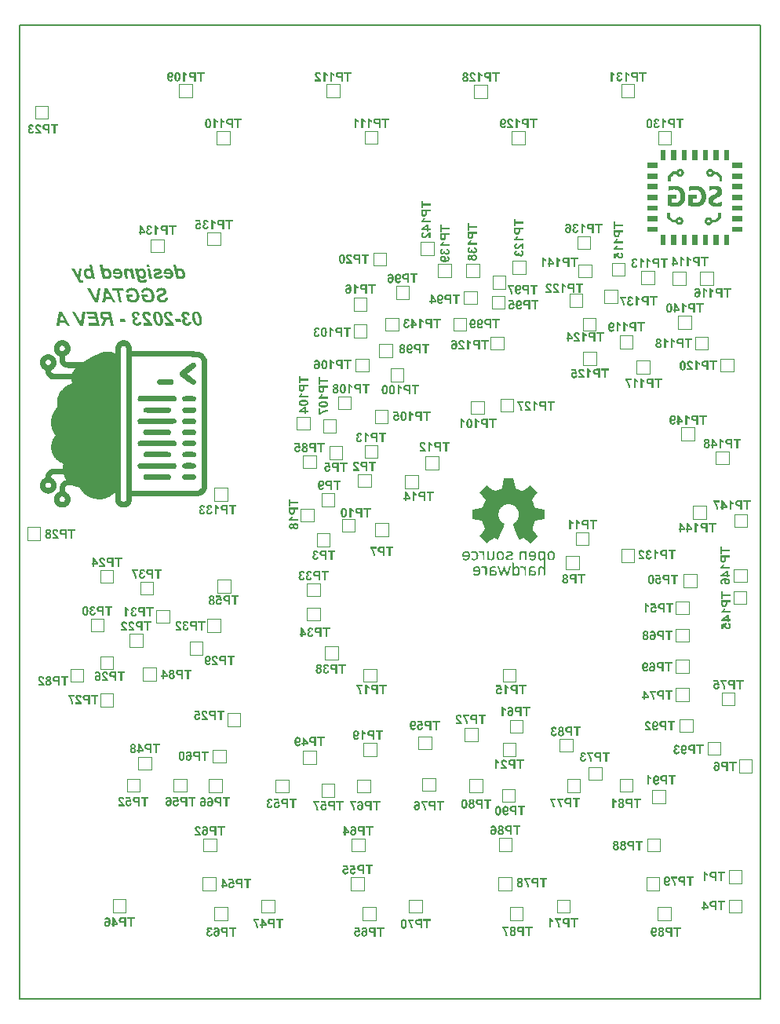
<source format=gbr>
%TF.GenerationSoftware,KiCad,Pcbnew,(7.0.0)*%
%TF.CreationDate,2023-03-09T20:35:22+00:00*%
%TF.ProjectId,RobotLegoController,526f626f-744c-4656-976f-436f6e74726f,REV A*%
%TF.SameCoordinates,Original*%
%TF.FileFunction,Legend,Bot*%
%TF.FilePolarity,Positive*%
%FSLAX46Y46*%
G04 Gerber Fmt 4.6, Leading zero omitted, Abs format (unit mm)*
G04 Created by KiCad (PCBNEW (7.0.0)) date 2023-03-09 20:35:22*
%MOMM*%
%LPD*%
G01*
G04 APERTURE LIST*
%ADD10C,0.150000*%
%ADD11C,0.300000*%
%ADD12C,0.120000*%
G04 APERTURE END LIST*
D10*
X130000000Y-139000000D02*
X210000000Y-139000000D01*
X210000000Y-34000000D02*
X130000000Y-34000000D01*
X130000000Y-34000000D02*
X130000000Y-139000000D01*
X210000000Y-139000000D02*
X210000000Y-34000000D01*
D11*
G36*
X147028366Y-60418206D02*
G01*
X147042581Y-60395358D01*
X147057658Y-60373985D01*
X147073596Y-60354085D01*
X147090396Y-60335660D01*
X147108057Y-60318708D01*
X147126580Y-60303231D01*
X147145964Y-60289227D01*
X147166210Y-60276698D01*
X147187318Y-60265643D01*
X147209287Y-60256061D01*
X147232117Y-60247954D01*
X147255809Y-60241321D01*
X147280363Y-60236162D01*
X147305778Y-60232477D01*
X147332054Y-60230265D01*
X147359193Y-60229528D01*
X147374372Y-60229736D01*
X147389363Y-60230360D01*
X147404167Y-60231399D01*
X147418784Y-60232854D01*
X147447455Y-60237012D01*
X147475376Y-60242832D01*
X147502547Y-60250315D01*
X147528968Y-60259462D01*
X147554639Y-60270271D01*
X147579561Y-60282743D01*
X147603732Y-60296878D01*
X147627154Y-60312676D01*
X147649825Y-60330137D01*
X147671747Y-60349261D01*
X147682427Y-60359446D01*
X147692919Y-60370048D01*
X147703224Y-60381065D01*
X147713341Y-60392498D01*
X147723271Y-60404346D01*
X147733013Y-60416610D01*
X147742568Y-60429290D01*
X147751935Y-60442386D01*
X147761064Y-60455739D01*
X147769903Y-60469191D01*
X147778452Y-60482741D01*
X147786711Y-60496390D01*
X147794681Y-60510138D01*
X147802360Y-60523985D01*
X147809750Y-60537931D01*
X147816850Y-60551975D01*
X147823661Y-60566118D01*
X147830181Y-60580359D01*
X147836412Y-60594700D01*
X147842353Y-60609139D01*
X147848004Y-60623677D01*
X147853365Y-60638314D01*
X147858437Y-60653049D01*
X147863218Y-60667883D01*
X147867710Y-60682816D01*
X147871912Y-60697848D01*
X147875825Y-60712978D01*
X147879447Y-60728207D01*
X147882780Y-60743535D01*
X147885823Y-60758962D01*
X147888576Y-60774487D01*
X147891039Y-60790112D01*
X147893213Y-60805834D01*
X147895096Y-60821656D01*
X147896690Y-60837577D01*
X147897994Y-60853596D01*
X147899009Y-60869714D01*
X147899733Y-60885930D01*
X147900168Y-60902246D01*
X147900313Y-60918660D01*
X147899900Y-60946621D01*
X147898664Y-60973717D01*
X147896603Y-60999950D01*
X147893718Y-61025317D01*
X147890009Y-61049821D01*
X147885475Y-61073460D01*
X147880117Y-61096235D01*
X147873934Y-61118145D01*
X147866928Y-61139191D01*
X147859097Y-61159372D01*
X147850441Y-61178690D01*
X147840962Y-61197142D01*
X147830658Y-61214731D01*
X147819529Y-61231455D01*
X147807577Y-61247314D01*
X147794800Y-61262309D01*
X147781314Y-61276373D01*
X147767328Y-61289529D01*
X147752841Y-61301778D01*
X147737853Y-61313119D01*
X147722364Y-61323554D01*
X147706374Y-61333081D01*
X147689884Y-61341700D01*
X147672892Y-61349412D01*
X147655400Y-61356217D01*
X147637406Y-61362115D01*
X147618912Y-61367105D01*
X147599917Y-61371188D01*
X147580421Y-61374364D01*
X147560424Y-61376632D01*
X147539926Y-61377993D01*
X147518927Y-61378447D01*
X147506779Y-61378308D01*
X147488851Y-61377579D01*
X147471277Y-61376226D01*
X147454058Y-61374248D01*
X147437192Y-61371645D01*
X147420681Y-61368417D01*
X147404524Y-61364565D01*
X147388722Y-61360088D01*
X147373273Y-61354987D01*
X147358179Y-61349260D01*
X147343439Y-61342909D01*
X147333676Y-61338287D01*
X147318999Y-61330677D01*
X147304284Y-61322256D01*
X147289530Y-61313023D01*
X147274737Y-61302979D01*
X147259906Y-61292123D01*
X147245036Y-61280456D01*
X147230127Y-61267977D01*
X147215180Y-61254687D01*
X147200194Y-61240586D01*
X147185170Y-61225673D01*
X147209716Y-61355000D01*
X146929447Y-61355000D01*
X146797965Y-60718991D01*
X147104569Y-60718991D01*
X147104733Y-60731573D01*
X147105589Y-60750576D01*
X147107180Y-60769733D01*
X147109505Y-60789044D01*
X147112564Y-60808510D01*
X147116357Y-60828130D01*
X147120884Y-60847906D01*
X147126146Y-60867835D01*
X147132141Y-60887919D01*
X147138871Y-60908158D01*
X147146335Y-60928551D01*
X147151664Y-60941980D01*
X147160066Y-60961301D01*
X147168958Y-60979636D01*
X147178339Y-60996987D01*
X147188209Y-61013352D01*
X147198569Y-61028732D01*
X147209418Y-61043126D01*
X147220757Y-61056535D01*
X147232585Y-61068959D01*
X147244903Y-61080398D01*
X147257710Y-61090851D01*
X147266452Y-61097284D01*
X147279722Y-61106155D01*
X147293178Y-61114092D01*
X147306821Y-61121096D01*
X147320651Y-61127165D01*
X147334668Y-61132301D01*
X147348871Y-61136503D01*
X147363262Y-61139772D01*
X147377839Y-61142106D01*
X147392602Y-61143507D01*
X147407553Y-61143974D01*
X147418255Y-61143726D01*
X147433910Y-61142426D01*
X147449089Y-61140012D01*
X147463792Y-61136484D01*
X147478018Y-61131842D01*
X147491767Y-61126086D01*
X147505040Y-61119215D01*
X147517836Y-61111231D01*
X147530156Y-61102132D01*
X147541999Y-61091920D01*
X147553366Y-61080593D01*
X147560553Y-61072431D01*
X147570464Y-61059464D01*
X147579332Y-61045628D01*
X147587156Y-61030922D01*
X147593938Y-61015347D01*
X147599676Y-60998902D01*
X147604370Y-60981588D01*
X147608022Y-60963405D01*
X147610630Y-60944352D01*
X147612195Y-60924430D01*
X147612717Y-60903639D01*
X147612390Y-60883532D01*
X147611412Y-60863602D01*
X147609780Y-60843850D01*
X147607496Y-60824275D01*
X147604559Y-60804878D01*
X147600970Y-60785658D01*
X147596728Y-60766616D01*
X147591834Y-60747751D01*
X147586287Y-60729063D01*
X147580087Y-60710553D01*
X147573235Y-60692221D01*
X147565730Y-60674066D01*
X147557573Y-60656088D01*
X147548763Y-60638288D01*
X147539301Y-60620665D01*
X147529186Y-60603220D01*
X147518564Y-60586362D01*
X147507582Y-60570591D01*
X147496239Y-60555908D01*
X147484535Y-60542312D01*
X147472471Y-60529804D01*
X147460046Y-60518384D01*
X147447260Y-60508051D01*
X147434114Y-60498806D01*
X147420607Y-60490649D01*
X147406740Y-60483579D01*
X147392512Y-60477597D01*
X147377923Y-60472703D01*
X147362974Y-60468896D01*
X147347664Y-60466177D01*
X147331993Y-60464545D01*
X147315962Y-60464002D01*
X147305598Y-60464278D01*
X147290341Y-60465728D01*
X147275433Y-60468421D01*
X147260872Y-60472357D01*
X147246659Y-60477536D01*
X147232793Y-60483957D01*
X147219276Y-60491622D01*
X147206106Y-60500530D01*
X147193284Y-60510680D01*
X147180810Y-60522074D01*
X147168683Y-60534710D01*
X147160919Y-60543673D01*
X147150213Y-60557756D01*
X147140633Y-60572606D01*
X147132181Y-60588222D01*
X147124855Y-60604604D01*
X147118657Y-60621753D01*
X147113585Y-60639668D01*
X147109641Y-60658349D01*
X147106823Y-60677797D01*
X147105133Y-60698011D01*
X147104569Y-60718991D01*
X146797965Y-60718991D01*
X146614374Y-59830924D01*
X146910030Y-59830924D01*
X147028366Y-60418206D01*
G37*
G36*
X146029446Y-60229761D02*
G01*
X146048735Y-60230457D01*
X146067740Y-60231618D01*
X146086460Y-60233244D01*
X146104897Y-60235333D01*
X146123050Y-60237888D01*
X146140918Y-60240906D01*
X146158502Y-60244389D01*
X146175803Y-60248336D01*
X146192819Y-60252748D01*
X146209551Y-60257624D01*
X146225999Y-60262965D01*
X146242163Y-60268770D01*
X146258043Y-60275039D01*
X146273639Y-60281773D01*
X146288951Y-60288971D01*
X146303979Y-60296634D01*
X146318722Y-60304761D01*
X146333182Y-60313352D01*
X146347357Y-60322408D01*
X146361249Y-60331928D01*
X146374856Y-60341912D01*
X146388180Y-60352361D01*
X146401219Y-60363274D01*
X146413974Y-60374652D01*
X146426445Y-60386494D01*
X146438632Y-60398801D01*
X146450535Y-60411571D01*
X146462154Y-60424807D01*
X146473488Y-60438506D01*
X146484539Y-60452670D01*
X146495306Y-60467299D01*
X146510390Y-60489430D01*
X146524500Y-60511950D01*
X146537638Y-60534859D01*
X146549802Y-60558157D01*
X146560994Y-60581845D01*
X146571212Y-60605922D01*
X146580457Y-60630388D01*
X146588729Y-60655244D01*
X146596027Y-60680489D01*
X146602353Y-60706123D01*
X146607705Y-60732146D01*
X146612084Y-60758558D01*
X146615490Y-60785360D01*
X146617923Y-60812551D01*
X146619383Y-60840132D01*
X146619870Y-60868101D01*
X146619330Y-60896553D01*
X146617711Y-60924298D01*
X146615014Y-60951336D01*
X146611237Y-60977667D01*
X146606381Y-61003291D01*
X146600446Y-61028208D01*
X146593433Y-61052418D01*
X146585340Y-61075922D01*
X146576168Y-61098718D01*
X146565917Y-61120807D01*
X146554587Y-61142189D01*
X146542177Y-61162864D01*
X146528689Y-61182833D01*
X146514122Y-61202094D01*
X146498476Y-61220648D01*
X146481750Y-61238496D01*
X146464165Y-61255443D01*
X146445938Y-61271297D01*
X146427070Y-61286057D01*
X146407561Y-61299724D01*
X146387411Y-61312298D01*
X146366620Y-61323778D01*
X146345188Y-61334165D01*
X146323114Y-61343459D01*
X146300400Y-61351659D01*
X146277044Y-61358766D01*
X146253047Y-61364780D01*
X146228409Y-61369700D01*
X146203130Y-61373527D01*
X146177210Y-61376260D01*
X146150648Y-61377900D01*
X146123446Y-61378447D01*
X146103465Y-61378126D01*
X146083730Y-61377165D01*
X146064241Y-61375562D01*
X146044998Y-61373318D01*
X146026002Y-61370433D01*
X146007251Y-61366906D01*
X145988747Y-61362739D01*
X145970489Y-61357930D01*
X145952477Y-61352481D01*
X145934711Y-61346390D01*
X145917191Y-61339658D01*
X145899918Y-61332285D01*
X145882891Y-61324271D01*
X145866109Y-61315615D01*
X145849574Y-61306319D01*
X145833285Y-61296381D01*
X145817323Y-61285802D01*
X145801767Y-61274583D01*
X145786617Y-61262721D01*
X145771874Y-61250219D01*
X145757537Y-61237076D01*
X145743606Y-61223292D01*
X145730082Y-61208866D01*
X145716965Y-61193799D01*
X145704254Y-61178091D01*
X145691949Y-61161742D01*
X145680051Y-61144752D01*
X145668559Y-61127121D01*
X145657474Y-61108849D01*
X145646795Y-61089935D01*
X145636522Y-61070380D01*
X145626656Y-61050184D01*
X145891537Y-61003290D01*
X145902095Y-61020326D01*
X145913159Y-61036263D01*
X145924729Y-61051100D01*
X145936806Y-61064839D01*
X145949390Y-61077479D01*
X145962480Y-61089019D01*
X145976077Y-61099460D01*
X145990181Y-61108803D01*
X146004791Y-61117046D01*
X146019908Y-61124190D01*
X146035531Y-61130235D01*
X146051661Y-61135181D01*
X146068298Y-61139028D01*
X146085441Y-61141775D01*
X146103091Y-61143424D01*
X146121248Y-61143974D01*
X146132360Y-61143725D01*
X146148627Y-61142417D01*
X146164410Y-61139989D01*
X146179710Y-61136441D01*
X146194528Y-61131772D01*
X146208862Y-61125982D01*
X146222713Y-61119072D01*
X146236082Y-61111042D01*
X146248967Y-61101890D01*
X146261370Y-61091619D01*
X146273289Y-61080226D01*
X146280831Y-61072055D01*
X146291231Y-61059207D01*
X146300537Y-61045651D01*
X146308748Y-61031386D01*
X146315864Y-61016413D01*
X146321886Y-61000732D01*
X146326812Y-60984342D01*
X146330644Y-60967244D01*
X146333381Y-60949437D01*
X146335023Y-60930922D01*
X146335571Y-60911699D01*
X146335296Y-60900891D01*
X146334472Y-60886053D01*
X145592584Y-60886053D01*
X145590100Y-60875391D01*
X145586674Y-60859088D01*
X145583608Y-60842410D01*
X145580903Y-60825359D01*
X145578559Y-60807935D01*
X145576576Y-60790137D01*
X145574953Y-60771965D01*
X145573691Y-60753420D01*
X145572789Y-60734502D01*
X145572248Y-60715209D01*
X145572068Y-60695544D01*
X145572455Y-60672829D01*
X145840979Y-60672829D01*
X145841254Y-60683637D01*
X145842078Y-60698475D01*
X146304796Y-60698475D01*
X146301407Y-60684224D01*
X146295637Y-60663674D01*
X146289043Y-60644115D01*
X146281624Y-60625549D01*
X146273381Y-60607974D01*
X146264313Y-60591391D01*
X146254421Y-60575800D01*
X146243705Y-60561200D01*
X146232165Y-60547593D01*
X146219800Y-60534977D01*
X146206611Y-60523353D01*
X146197424Y-60516166D01*
X146183371Y-60506254D01*
X146168990Y-60497387D01*
X146154280Y-60489562D01*
X146139241Y-60482781D01*
X146123874Y-60477043D01*
X146108179Y-60472348D01*
X146092155Y-60468696D01*
X146075803Y-60466088D01*
X146059122Y-60464523D01*
X146042113Y-60464002D01*
X146036402Y-60464053D01*
X146019708Y-60464820D01*
X146003670Y-60466509D01*
X145988289Y-60469118D01*
X145973565Y-60472648D01*
X145959498Y-60477099D01*
X145941764Y-60484466D01*
X145925197Y-60493471D01*
X145909798Y-60504113D01*
X145895567Y-60516392D01*
X145885812Y-60526607D01*
X145874297Y-60541659D01*
X145864488Y-60558349D01*
X145858251Y-60571940D01*
X145852974Y-60586453D01*
X145848656Y-60601886D01*
X145845297Y-60618241D01*
X145842898Y-60635516D01*
X145841459Y-60653712D01*
X145840979Y-60672829D01*
X145572455Y-60672829D01*
X145572531Y-60668357D01*
X145573922Y-60641934D01*
X145576241Y-60616276D01*
X145579487Y-60591382D01*
X145583660Y-60567252D01*
X145588760Y-60543886D01*
X145594788Y-60521285D01*
X145601743Y-60499447D01*
X145609626Y-60478374D01*
X145618436Y-60458065D01*
X145628173Y-60438521D01*
X145638838Y-60419740D01*
X145650430Y-60401724D01*
X145662949Y-60384472D01*
X145676396Y-60367984D01*
X145690770Y-60352260D01*
X145705884Y-60337398D01*
X145721642Y-60323495D01*
X145738044Y-60310551D01*
X145755090Y-60298565D01*
X145772780Y-60287539D01*
X145791113Y-60277471D01*
X145810091Y-60268362D01*
X145829713Y-60260211D01*
X145849979Y-60253020D01*
X145870889Y-60246788D01*
X145892443Y-60241514D01*
X145914641Y-60237199D01*
X145937483Y-60233843D01*
X145960969Y-60231446D01*
X145985099Y-60230008D01*
X146009873Y-60229528D01*
X146029446Y-60229761D01*
G37*
G36*
X145528104Y-61024539D02*
G01*
X145241973Y-60979842D01*
X145234665Y-60996212D01*
X145227028Y-61011660D01*
X145219063Y-61026188D01*
X145210770Y-61039795D01*
X145202147Y-61052480D01*
X145193197Y-61064245D01*
X145180752Y-61078499D01*
X145167723Y-61091116D01*
X145154110Y-61102095D01*
X145147085Y-61106971D01*
X145132247Y-61115643D01*
X145116127Y-61123160D01*
X145098725Y-61129519D01*
X145080040Y-61134723D01*
X145065186Y-61137867D01*
X145049609Y-61140360D01*
X145033312Y-61142203D01*
X145016293Y-61143396D01*
X144998553Y-61143938D01*
X144992479Y-61143974D01*
X144973874Y-61143636D01*
X144955978Y-61142621D01*
X144938789Y-61140931D01*
X144922309Y-61138564D01*
X144906538Y-61135521D01*
X144891475Y-61131802D01*
X144877120Y-61127407D01*
X144859082Y-61120495D01*
X144842304Y-61112380D01*
X144830546Y-61105505D01*
X144818409Y-61096985D01*
X144806559Y-61086028D01*
X144797672Y-61074273D01*
X144791048Y-61059550D01*
X144788456Y-61043739D01*
X144788415Y-61041392D01*
X144790525Y-61025542D01*
X144796035Y-61011583D01*
X144804964Y-60997915D01*
X144810030Y-60991933D01*
X144823667Y-60981504D01*
X144837937Y-60973454D01*
X144852070Y-60966653D01*
X144868620Y-60959532D01*
X144882617Y-60953981D01*
X144897973Y-60948249D01*
X144914688Y-60942337D01*
X144932762Y-60936245D01*
X144949301Y-60930717D01*
X144965441Y-60925263D01*
X144981183Y-60919881D01*
X144996527Y-60914572D01*
X145011471Y-60909337D01*
X145026018Y-60904174D01*
X145040165Y-60899084D01*
X145067265Y-60889124D01*
X145092770Y-60879455D01*
X145116681Y-60870078D01*
X145138998Y-60860994D01*
X145159720Y-60852201D01*
X145178848Y-60843700D01*
X145196382Y-60835491D01*
X145212322Y-60827574D01*
X145226667Y-60819950D01*
X145239419Y-60812617D01*
X145255556Y-60802164D01*
X145264322Y-60795561D01*
X145276433Y-60785293D01*
X145287763Y-60774638D01*
X145298312Y-60763597D01*
X145308079Y-60752170D01*
X145317065Y-60740356D01*
X145325270Y-60728156D01*
X145336112Y-60709131D01*
X145345195Y-60689237D01*
X145352521Y-60668473D01*
X145356428Y-60654148D01*
X145359553Y-60639436D01*
X145361897Y-60624338D01*
X145363460Y-60608853D01*
X145364241Y-60592982D01*
X145364339Y-60584902D01*
X145363961Y-60568785D01*
X145362828Y-60552948D01*
X145360939Y-60537392D01*
X145358294Y-60522116D01*
X145354894Y-60507121D01*
X145350738Y-60492406D01*
X145345826Y-60477972D01*
X145340159Y-60463818D01*
X145333736Y-60449945D01*
X145326558Y-60436353D01*
X145318624Y-60423040D01*
X145309934Y-60410009D01*
X145300489Y-60397257D01*
X145290288Y-60384787D01*
X145279331Y-60372597D01*
X145267619Y-60360687D01*
X145250211Y-60344804D01*
X145231784Y-60329947D01*
X145212338Y-60316114D01*
X145191873Y-60303305D01*
X145170389Y-60291521D01*
X145147887Y-60280762D01*
X145124365Y-60271028D01*
X145099824Y-60262318D01*
X145074265Y-60254633D01*
X145047686Y-60247973D01*
X145020088Y-60242337D01*
X144991472Y-60237726D01*
X144976782Y-60235805D01*
X144961836Y-60234139D01*
X144946637Y-60232731D01*
X144931182Y-60231578D01*
X144915473Y-60230681D01*
X144899509Y-60230041D01*
X144883290Y-60229657D01*
X144866816Y-60229528D01*
X144840796Y-60229855D01*
X144815583Y-60230834D01*
X144791177Y-60232465D01*
X144767578Y-60234749D01*
X144744786Y-60237686D01*
X144722801Y-60241275D01*
X144701623Y-60245517D01*
X144681253Y-60250411D01*
X144661690Y-60255958D01*
X144642934Y-60262158D01*
X144624985Y-60269010D01*
X144607843Y-60276515D01*
X144591508Y-60284672D01*
X144575980Y-60293482D01*
X144561260Y-60302944D01*
X144547347Y-60313060D01*
X144534146Y-60323686D01*
X144521564Y-60334772D01*
X144509600Y-60346320D01*
X144498254Y-60358328D01*
X144487526Y-60370798D01*
X144477417Y-60383728D01*
X144467926Y-60397119D01*
X144459053Y-60410970D01*
X144450798Y-60425283D01*
X144443162Y-60440056D01*
X144436144Y-60455290D01*
X144429744Y-60470985D01*
X144423962Y-60487141D01*
X144418799Y-60503758D01*
X144414254Y-60520835D01*
X144410327Y-60538374D01*
X144683268Y-60581238D01*
X144690676Y-60565061D01*
X144699389Y-60550190D01*
X144709409Y-60536625D01*
X144720734Y-60524366D01*
X144733366Y-60513412D01*
X144747303Y-60503765D01*
X144753244Y-60500272D01*
X144770154Y-60491771D01*
X144787911Y-60484404D01*
X144801785Y-60479622D01*
X144816135Y-60475478D01*
X144830962Y-60471971D01*
X144846266Y-60469102D01*
X144862046Y-60466871D01*
X144878303Y-60465277D01*
X144895036Y-60464320D01*
X144912246Y-60464002D01*
X144929168Y-60464217D01*
X144945176Y-60464865D01*
X144960269Y-60465943D01*
X144978970Y-60468053D01*
X144996046Y-60470929D01*
X145011497Y-60474573D01*
X145028523Y-60480206D01*
X145043010Y-60487038D01*
X145045602Y-60488548D01*
X145059422Y-60498011D01*
X145070383Y-60507988D01*
X145079557Y-60520280D01*
X145085276Y-60535186D01*
X145086269Y-60544968D01*
X145083681Y-60560928D01*
X145077172Y-60574329D01*
X145066701Y-60587204D01*
X145054572Y-60597822D01*
X145044870Y-60604685D01*
X145031234Y-60611744D01*
X145017678Y-60617422D01*
X145000551Y-60623880D01*
X144985361Y-60629233D01*
X144968162Y-60635025D01*
X144948954Y-60641255D01*
X144927736Y-60647922D01*
X144912475Y-60652610D01*
X144896320Y-60657493D01*
X144879273Y-60662571D01*
X144852767Y-60670439D01*
X144827381Y-60678290D01*
X144803113Y-60686124D01*
X144779965Y-60693941D01*
X144757936Y-60701741D01*
X144737026Y-60709523D01*
X144717235Y-60717288D01*
X144698564Y-60725036D01*
X144681011Y-60732767D01*
X144664578Y-60740481D01*
X144649263Y-60748177D01*
X144635068Y-60755857D01*
X144621992Y-60763519D01*
X144604476Y-60774980D01*
X144589479Y-60786402D01*
X144577012Y-60797256D01*
X144565350Y-60808384D01*
X144554492Y-60819787D01*
X144544439Y-60831465D01*
X144535190Y-60843418D01*
X144526745Y-60855645D01*
X144515585Y-60874501D01*
X144506235Y-60893976D01*
X144498695Y-60914069D01*
X144492965Y-60934780D01*
X144489044Y-60956109D01*
X144486933Y-60978056D01*
X144486530Y-60993032D01*
X144487041Y-61012379D01*
X144488574Y-61031403D01*
X144491129Y-61050103D01*
X144494705Y-61068480D01*
X144499303Y-61086533D01*
X144504923Y-61104263D01*
X144511565Y-61121670D01*
X144519228Y-61138753D01*
X144527914Y-61155513D01*
X144537621Y-61171949D01*
X144548350Y-61188062D01*
X144560101Y-61203851D01*
X144572874Y-61219317D01*
X144586668Y-61234460D01*
X144601484Y-61249279D01*
X144617322Y-61263775D01*
X144634091Y-61277661D01*
X144651698Y-61290651D01*
X144670143Y-61302745D01*
X144689427Y-61313944D01*
X144709550Y-61324246D01*
X144730512Y-61333653D01*
X144752312Y-61342164D01*
X144774951Y-61349779D01*
X144798428Y-61356498D01*
X144822744Y-61362321D01*
X144847899Y-61367248D01*
X144873892Y-61371280D01*
X144900724Y-61374415D01*
X144928394Y-61376655D01*
X144956903Y-61377999D01*
X144986251Y-61378447D01*
X145000961Y-61378356D01*
X145029749Y-61377632D01*
X145057696Y-61376184D01*
X145084801Y-61374011D01*
X145111065Y-61371115D01*
X145136487Y-61367494D01*
X145161068Y-61363149D01*
X145184807Y-61358080D01*
X145207705Y-61352287D01*
X145229761Y-61345770D01*
X145250976Y-61338528D01*
X145271349Y-61330563D01*
X145290881Y-61321873D01*
X145309571Y-61312459D01*
X145327420Y-61302321D01*
X145344427Y-61291459D01*
X145352616Y-61285757D01*
X145368414Y-61273831D01*
X145383568Y-61261319D01*
X145398078Y-61248220D01*
X145411944Y-61234534D01*
X145425166Y-61220262D01*
X145437744Y-61205403D01*
X145449678Y-61189957D01*
X145460968Y-61173924D01*
X145471614Y-61157304D01*
X145481616Y-61140098D01*
X145490974Y-61122305D01*
X145499688Y-61103925D01*
X145507758Y-61084959D01*
X145515184Y-61065406D01*
X145521966Y-61045266D01*
X145528104Y-61024539D01*
G37*
G36*
X144006960Y-59830924D02*
G01*
X143711304Y-59830924D01*
X143766625Y-60088845D01*
X144062647Y-60088845D01*
X144006960Y-59830924D01*
G37*
G36*
X144093422Y-60252976D02*
G01*
X143797766Y-60252976D01*
X144026377Y-61355000D01*
X144322033Y-61355000D01*
X144093422Y-60252976D01*
G37*
G36*
X143185551Y-60229852D02*
G01*
X143201977Y-60230822D01*
X143218363Y-60232439D01*
X143234709Y-60234703D01*
X143251016Y-60237614D01*
X143267282Y-60241172D01*
X143283507Y-60245377D01*
X143299693Y-60250228D01*
X143315839Y-60255726D01*
X143331945Y-60261872D01*
X143348010Y-60268664D01*
X143364036Y-60276103D01*
X143380022Y-60284188D01*
X143395967Y-60292921D01*
X143411872Y-60302300D01*
X143427738Y-60312327D01*
X143443361Y-60322937D01*
X143458541Y-60334160D01*
X143473277Y-60345995D01*
X143487569Y-60358443D01*
X143501418Y-60371503D01*
X143514824Y-60385176D01*
X143527785Y-60399461D01*
X143540303Y-60414359D01*
X143552377Y-60429870D01*
X143564008Y-60445992D01*
X143575195Y-60462728D01*
X143585938Y-60480076D01*
X143596238Y-60498036D01*
X143606094Y-60516609D01*
X143615506Y-60535795D01*
X143624475Y-60555593D01*
X143632949Y-60575823D01*
X143640876Y-60596305D01*
X143648256Y-60617039D01*
X143655090Y-60638025D01*
X143661376Y-60659262D01*
X143667117Y-60680752D01*
X143672310Y-60702493D01*
X143676957Y-60724487D01*
X143681057Y-60746732D01*
X143684611Y-60769229D01*
X143687617Y-60791978D01*
X143690077Y-60814979D01*
X143691991Y-60838231D01*
X143693357Y-60861736D01*
X143694177Y-60885492D01*
X143694451Y-60909501D01*
X143694049Y-60936430D01*
X143692842Y-60962537D01*
X143690832Y-60987824D01*
X143688017Y-61012289D01*
X143684397Y-61035932D01*
X143679974Y-61058754D01*
X143674746Y-61080754D01*
X143668714Y-61101933D01*
X143661877Y-61122291D01*
X143654237Y-61141827D01*
X143645792Y-61160542D01*
X143636542Y-61178435D01*
X143626489Y-61195507D01*
X143615631Y-61211757D01*
X143603969Y-61227186D01*
X143591502Y-61241793D01*
X143578408Y-61255502D01*
X143564861Y-61268326D01*
X143550862Y-61280265D01*
X143536410Y-61291321D01*
X143521507Y-61301492D01*
X143506151Y-61310778D01*
X143490343Y-61319180D01*
X143474083Y-61326698D01*
X143457370Y-61333331D01*
X143440205Y-61339080D01*
X143422588Y-61343944D01*
X143404519Y-61347924D01*
X143385998Y-61351020D01*
X143367024Y-61353231D01*
X143347598Y-61354557D01*
X143327720Y-61355000D01*
X143307290Y-61354483D01*
X143286939Y-61352933D01*
X143266669Y-61350350D01*
X143246479Y-61346733D01*
X143226369Y-61342084D01*
X143206339Y-61336401D01*
X143186389Y-61329685D01*
X143166520Y-61321935D01*
X143146731Y-61313152D01*
X143127021Y-61303336D01*
X143107392Y-61292487D01*
X143087843Y-61280605D01*
X143068374Y-61267689D01*
X143048986Y-61253740D01*
X143029677Y-61238758D01*
X143010449Y-61222742D01*
X143020707Y-61273667D01*
X143023877Y-61289478D01*
X143026975Y-61304579D01*
X143031489Y-61325899D01*
X143035841Y-61345623D01*
X143040032Y-61363749D01*
X143044063Y-61380279D01*
X143047932Y-61395211D01*
X143052841Y-61412636D01*
X143057463Y-61427222D01*
X143062839Y-61441461D01*
X143069771Y-61456236D01*
X143077196Y-61469969D01*
X143085113Y-61482660D01*
X143095701Y-61497059D01*
X143107059Y-61509830D01*
X143119186Y-61520973D01*
X143132082Y-61530488D01*
X143135644Y-61532674D01*
X143150625Y-61540726D01*
X143166774Y-61547667D01*
X143184090Y-61553497D01*
X143202575Y-61558217D01*
X143217204Y-61561028D01*
X143232491Y-61563214D01*
X143248434Y-61564776D01*
X143265034Y-61565713D01*
X143282291Y-61566025D01*
X143296831Y-61565848D01*
X143313911Y-61565127D01*
X143329775Y-61563851D01*
X143344423Y-61562021D01*
X143360394Y-61559093D01*
X143376813Y-61554668D01*
X143387110Y-61551003D01*
X143401650Y-61544654D01*
X143415161Y-61536801D01*
X143426639Y-61527191D01*
X143431071Y-61521769D01*
X143437683Y-61508617D01*
X143441064Y-61494149D01*
X143442026Y-61479197D01*
X143754535Y-61448789D01*
X143755677Y-61458070D01*
X143756982Y-61473166D01*
X143757465Y-61488356D01*
X143757003Y-61508957D01*
X143755616Y-61528811D01*
X143753305Y-61547917D01*
X143750069Y-61566277D01*
X143745909Y-61583890D01*
X143740825Y-61600756D01*
X143734815Y-61616874D01*
X143727882Y-61632246D01*
X143720023Y-61646870D01*
X143711241Y-61660748D01*
X143701533Y-61673878D01*
X143690902Y-61686261D01*
X143679345Y-61697898D01*
X143666865Y-61708787D01*
X143653460Y-61718929D01*
X143639130Y-61728325D01*
X143623894Y-61737064D01*
X143607771Y-61745240D01*
X143590761Y-61752852D01*
X143572864Y-61759901D01*
X143554079Y-61766385D01*
X143534407Y-61772306D01*
X143513848Y-61777662D01*
X143492401Y-61782455D01*
X143470067Y-61786684D01*
X143446846Y-61790349D01*
X143422737Y-61793450D01*
X143397742Y-61795988D01*
X143371858Y-61797961D01*
X143345088Y-61799371D01*
X143317431Y-61800217D01*
X143288886Y-61800498D01*
X143276441Y-61800431D01*
X143257988Y-61800078D01*
X143239793Y-61799422D01*
X143221855Y-61798464D01*
X143204175Y-61797203D01*
X143186753Y-61795639D01*
X143169588Y-61793772D01*
X143152681Y-61791603D01*
X143136032Y-61789131D01*
X143119640Y-61786357D01*
X143103505Y-61783279D01*
X143092879Y-61781087D01*
X143077278Y-61777476D01*
X143062083Y-61773479D01*
X143047294Y-61769096D01*
X143032910Y-61764326D01*
X143018932Y-61759169D01*
X143005360Y-61753627D01*
X142987894Y-61745635D01*
X142971150Y-61736957D01*
X142955128Y-61727592D01*
X142939718Y-61717591D01*
X142924994Y-61707007D01*
X142910958Y-61695838D01*
X142897609Y-61684086D01*
X142884946Y-61671750D01*
X142872971Y-61658830D01*
X142861682Y-61645326D01*
X142851080Y-61631238D01*
X142840879Y-61616332D01*
X142830976Y-61600189D01*
X142823744Y-61587270D01*
X142816679Y-61573656D01*
X142809782Y-61559346D01*
X142803052Y-61544341D01*
X142796490Y-61528640D01*
X142790095Y-61512244D01*
X142783867Y-61495152D01*
X142777807Y-61477365D01*
X142775801Y-61471194D01*
X142769610Y-61451159D01*
X142765340Y-61436536D01*
X142760955Y-61420899D01*
X142756455Y-61404250D01*
X142751841Y-61386587D01*
X142747113Y-61367911D01*
X142742270Y-61348222D01*
X142737313Y-61327519D01*
X142732241Y-61305804D01*
X142727055Y-61283075D01*
X142721754Y-61259333D01*
X142716338Y-61234577D01*
X142710809Y-61208809D01*
X142705164Y-61182027D01*
X142699405Y-61154232D01*
X142605597Y-60708733D01*
X142909332Y-60708733D01*
X142909484Y-60720713D01*
X142910280Y-60738784D01*
X142911759Y-60756979D01*
X142913921Y-60775295D01*
X142916765Y-60793734D01*
X142920292Y-60812295D01*
X142924502Y-60830978D01*
X142929394Y-60849784D01*
X142934969Y-60868712D01*
X142941227Y-60887763D01*
X142948167Y-60906936D01*
X142953110Y-60919531D01*
X142961029Y-60937742D01*
X142969553Y-60955136D01*
X142978683Y-60971711D01*
X142988418Y-60987469D01*
X142998759Y-61002409D01*
X143009705Y-61016530D01*
X143021256Y-61029834D01*
X143033412Y-61042320D01*
X143046174Y-61053989D01*
X143059542Y-61064839D01*
X143068628Y-61071582D01*
X143082327Y-61080882D01*
X143096109Y-61089202D01*
X143109976Y-61096544D01*
X143123926Y-61102907D01*
X143137960Y-61108290D01*
X143152077Y-61112695D01*
X143171031Y-61117046D01*
X143190133Y-61119656D01*
X143209385Y-61120526D01*
X143219809Y-61120285D01*
X143235037Y-61119015D01*
X143249776Y-61116657D01*
X143264026Y-61113210D01*
X143282264Y-61106922D01*
X143299632Y-61098699D01*
X143316130Y-61088541D01*
X143327932Y-61079652D01*
X143339245Y-61069676D01*
X143350068Y-61058611D01*
X143356856Y-61050652D01*
X143366217Y-61037894D01*
X143374592Y-61024150D01*
X143381982Y-61009420D01*
X143388386Y-60993706D01*
X143393806Y-60977006D01*
X143398240Y-60959320D01*
X143401688Y-60940650D01*
X143404151Y-60920994D01*
X143405629Y-60900353D01*
X143406122Y-60878726D01*
X143405993Y-60869125D01*
X143405317Y-60854438D01*
X143404061Y-60839410D01*
X143402226Y-60824041D01*
X143399811Y-60808331D01*
X143396816Y-60792279D01*
X143393242Y-60775886D01*
X143389088Y-60759152D01*
X143384355Y-60742076D01*
X143379042Y-60724659D01*
X143373149Y-60706901D01*
X143367655Y-60691674D01*
X143361981Y-60676951D01*
X143356126Y-60662731D01*
X143350091Y-60649016D01*
X143340701Y-60629386D01*
X143330904Y-60610891D01*
X143320702Y-60593529D01*
X143310095Y-60577300D01*
X143299081Y-60562204D01*
X143287662Y-60548242D01*
X143275837Y-60535414D01*
X143263606Y-60523719D01*
X143255222Y-60516488D01*
X143242456Y-60506515D01*
X143229466Y-60497593D01*
X143216250Y-60489720D01*
X143202809Y-60482897D01*
X143189142Y-60477123D01*
X143170569Y-60471058D01*
X143151595Y-60466859D01*
X143132221Y-60464526D01*
X143117427Y-60464002D01*
X143107200Y-60464265D01*
X143092150Y-60465647D01*
X143077448Y-60468215D01*
X143063093Y-60471967D01*
X143049086Y-60476904D01*
X143035427Y-60483027D01*
X143022115Y-60490334D01*
X143009151Y-60498826D01*
X142996535Y-60508503D01*
X142984267Y-60519366D01*
X142972347Y-60531413D01*
X142964716Y-60539962D01*
X142954193Y-60553420D01*
X142944778Y-60567637D01*
X142936470Y-60582614D01*
X142929270Y-60598351D01*
X142923178Y-60614849D01*
X142918194Y-60632106D01*
X142914317Y-60650123D01*
X142911548Y-60668899D01*
X142909886Y-60688436D01*
X142909332Y-60708733D01*
X142605597Y-60708733D01*
X142509629Y-60252976D01*
X142786967Y-60252976D01*
X142827999Y-60445683D01*
X142834477Y-60433040D01*
X142844783Y-60414745D01*
X142855797Y-60397255D01*
X142867520Y-60380570D01*
X142879951Y-60364690D01*
X142893091Y-60349615D01*
X142906939Y-60335345D01*
X142921496Y-60321880D01*
X142936761Y-60309220D01*
X142952734Y-60297365D01*
X142969416Y-60286315D01*
X142980800Y-60279438D01*
X142998151Y-60269956D01*
X143015830Y-60261471D01*
X143033837Y-60253984D01*
X143052173Y-60247496D01*
X143070837Y-60242006D01*
X143089830Y-60237514D01*
X143109151Y-60234020D01*
X143128800Y-60231525D01*
X143148778Y-60230028D01*
X143169084Y-60229528D01*
X143185551Y-60229852D01*
G37*
G36*
X142223865Y-60252976D02*
G01*
X141943596Y-60252976D01*
X141972172Y-60402819D01*
X141959083Y-60391350D01*
X141946103Y-60380299D01*
X141933232Y-60369666D01*
X141920469Y-60359450D01*
X141907815Y-60349653D01*
X141895270Y-60340274D01*
X141882834Y-60331312D01*
X141870506Y-60322768D01*
X141858287Y-60314642D01*
X141840163Y-60303237D01*
X141822284Y-60292772D01*
X141804649Y-60283247D01*
X141787259Y-60274663D01*
X141775801Y-60269462D01*
X141758613Y-60262326D01*
X141741257Y-60255891D01*
X141723734Y-60250158D01*
X141706043Y-60245128D01*
X141688185Y-60240799D01*
X141670159Y-60237172D01*
X141651966Y-60234247D01*
X141633606Y-60232024D01*
X141615078Y-60230503D01*
X141596383Y-60229684D01*
X141583826Y-60229528D01*
X141567197Y-60229838D01*
X141551014Y-60230765D01*
X141535277Y-60232311D01*
X141519987Y-60234474D01*
X141505144Y-60237256D01*
X141490747Y-60240657D01*
X141469989Y-60246916D01*
X141450235Y-60254567D01*
X141431486Y-60263609D01*
X141413742Y-60274042D01*
X141397002Y-60285866D01*
X141381267Y-60299080D01*
X141371335Y-60308663D01*
X141357389Y-60323889D01*
X141344815Y-60340030D01*
X141333613Y-60357085D01*
X141323782Y-60375055D01*
X141315323Y-60393939D01*
X141308236Y-60413738D01*
X141302520Y-60434451D01*
X141298177Y-60456079D01*
X141296043Y-60471005D01*
X141294519Y-60486338D01*
X141293604Y-60502078D01*
X141293299Y-60518224D01*
X141293832Y-60533542D01*
X141295429Y-60552204D01*
X141297325Y-60568394D01*
X141299821Y-60586465D01*
X141302915Y-60606416D01*
X141306609Y-60628247D01*
X141309404Y-60643846D01*
X141312465Y-60660281D01*
X141315792Y-60677552D01*
X141319386Y-60695658D01*
X141323245Y-60714600D01*
X141327371Y-60734378D01*
X141455965Y-61355000D01*
X141751987Y-61355000D01*
X141621928Y-60732913D01*
X141618423Y-60715919D01*
X141615145Y-60699831D01*
X141612092Y-60684652D01*
X141607937Y-60663583D01*
X141604291Y-60644556D01*
X141601154Y-60627571D01*
X141598525Y-60612627D01*
X141595812Y-60595877D01*
X141593692Y-60580044D01*
X141592985Y-60569881D01*
X141593808Y-60554944D01*
X141596968Y-60538389D01*
X141602498Y-60523328D01*
X141610398Y-60509761D01*
X141620667Y-60497688D01*
X141626691Y-60492212D01*
X141640120Y-60482625D01*
X141655405Y-60475021D01*
X141669558Y-60470200D01*
X141685000Y-60466756D01*
X141701730Y-60464690D01*
X141719747Y-60464002D01*
X141736188Y-60464820D01*
X141753087Y-60467276D01*
X141770443Y-60471369D01*
X141788258Y-60477099D01*
X141801919Y-60482471D01*
X141815838Y-60488764D01*
X141830014Y-60495978D01*
X141844449Y-60504113D01*
X141859140Y-60513168D01*
X141864095Y-60516392D01*
X141878636Y-60526511D01*
X141892585Y-60537223D01*
X141905942Y-60548527D01*
X141918706Y-60560424D01*
X141930878Y-60572913D01*
X141942457Y-60585995D01*
X141953443Y-60599669D01*
X141963838Y-60613936D01*
X141973639Y-60628795D01*
X141982848Y-60644247D01*
X141988659Y-60654877D01*
X141997034Y-60672165D01*
X142003488Y-60687746D01*
X142010090Y-60705567D01*
X142016840Y-60725630D01*
X142021422Y-60740250D01*
X142026071Y-60755867D01*
X142030785Y-60772479D01*
X142035564Y-60790087D01*
X142040410Y-60808692D01*
X142045322Y-60828292D01*
X142050299Y-60848889D01*
X142055342Y-60870481D01*
X142060452Y-60893070D01*
X142063031Y-60904738D01*
X142156820Y-61355000D01*
X142452476Y-61355000D01*
X142223865Y-60252976D01*
G37*
G36*
X140545706Y-60229761D02*
G01*
X140564994Y-60230457D01*
X140583999Y-60231618D01*
X140602720Y-60233244D01*
X140621157Y-60235333D01*
X140639309Y-60237888D01*
X140657178Y-60240906D01*
X140674762Y-60244389D01*
X140692062Y-60248336D01*
X140709079Y-60252748D01*
X140725811Y-60257624D01*
X140742259Y-60262965D01*
X140758423Y-60268770D01*
X140774303Y-60275039D01*
X140789899Y-60281773D01*
X140805211Y-60288971D01*
X140820238Y-60296634D01*
X140834982Y-60304761D01*
X140849442Y-60313352D01*
X140863617Y-60322408D01*
X140877508Y-60331928D01*
X140891116Y-60341912D01*
X140904439Y-60352361D01*
X140917478Y-60363274D01*
X140930233Y-60374652D01*
X140942705Y-60386494D01*
X140954892Y-60398801D01*
X140966794Y-60411571D01*
X140978413Y-60424807D01*
X140989748Y-60438506D01*
X141000799Y-60452670D01*
X141011565Y-60467299D01*
X141026649Y-60489430D01*
X141040760Y-60511950D01*
X141053898Y-60534859D01*
X141066062Y-60558157D01*
X141077253Y-60581845D01*
X141087471Y-60605922D01*
X141096716Y-60630388D01*
X141104988Y-60655244D01*
X141112287Y-60680489D01*
X141118612Y-60706123D01*
X141123965Y-60732146D01*
X141128344Y-60758558D01*
X141131750Y-60785360D01*
X141134183Y-60812551D01*
X141135643Y-60840132D01*
X141136129Y-60868101D01*
X141135590Y-60896553D01*
X141133971Y-60924298D01*
X141131273Y-60951336D01*
X141127497Y-60977667D01*
X141122641Y-61003291D01*
X141116706Y-61028208D01*
X141109692Y-61052418D01*
X141101599Y-61075922D01*
X141092427Y-61098718D01*
X141082176Y-61120807D01*
X141070846Y-61142189D01*
X141058437Y-61162864D01*
X141044949Y-61182833D01*
X141030382Y-61202094D01*
X141014735Y-61220648D01*
X140998010Y-61238496D01*
X140980424Y-61255443D01*
X140962198Y-61271297D01*
X140943330Y-61286057D01*
X140923821Y-61299724D01*
X140903671Y-61312298D01*
X140882880Y-61323778D01*
X140861448Y-61334165D01*
X140839374Y-61343459D01*
X140816659Y-61351659D01*
X140793304Y-61358766D01*
X140769307Y-61364780D01*
X140744669Y-61369700D01*
X140719390Y-61373527D01*
X140693469Y-61376260D01*
X140666908Y-61377900D01*
X140639706Y-61378447D01*
X140619724Y-61378126D01*
X140599989Y-61377165D01*
X140580500Y-61375562D01*
X140561258Y-61373318D01*
X140542261Y-61370433D01*
X140523511Y-61366906D01*
X140505007Y-61362739D01*
X140486748Y-61357930D01*
X140468736Y-61352481D01*
X140450971Y-61346390D01*
X140433451Y-61339658D01*
X140416178Y-61332285D01*
X140399150Y-61324271D01*
X140382369Y-61315615D01*
X140365834Y-61306319D01*
X140349545Y-61296381D01*
X140333582Y-61285802D01*
X140318026Y-61274583D01*
X140302877Y-61262721D01*
X140288133Y-61250219D01*
X140273796Y-61237076D01*
X140259866Y-61223292D01*
X140246342Y-61208866D01*
X140233224Y-61193799D01*
X140220513Y-61178091D01*
X140208209Y-61161742D01*
X140196310Y-61144752D01*
X140184818Y-61127121D01*
X140173733Y-61108849D01*
X140163054Y-61089935D01*
X140152782Y-61070380D01*
X140142916Y-61050184D01*
X140407797Y-61003290D01*
X140418354Y-61020326D01*
X140429418Y-61036263D01*
X140440989Y-61051100D01*
X140453066Y-61064839D01*
X140465650Y-61077479D01*
X140478740Y-61089019D01*
X140492337Y-61099460D01*
X140506441Y-61108803D01*
X140521051Y-61117046D01*
X140536168Y-61124190D01*
X140551791Y-61130235D01*
X140567921Y-61135181D01*
X140584558Y-61139028D01*
X140601701Y-61141775D01*
X140619351Y-61143424D01*
X140637507Y-61143974D01*
X140648620Y-61143725D01*
X140664886Y-61142417D01*
X140680670Y-61139989D01*
X140695970Y-61136441D01*
X140710787Y-61131772D01*
X140725122Y-61125982D01*
X140738973Y-61119072D01*
X140752341Y-61111042D01*
X140765227Y-61101890D01*
X140777629Y-61091619D01*
X140789549Y-61080226D01*
X140797090Y-61072055D01*
X140807491Y-61059207D01*
X140816797Y-61045651D01*
X140825008Y-61031386D01*
X140832124Y-61016413D01*
X140838145Y-61000732D01*
X140843072Y-60984342D01*
X140846904Y-60967244D01*
X140849641Y-60949437D01*
X140851283Y-60930922D01*
X140851830Y-60911699D01*
X140851556Y-60900891D01*
X140850731Y-60886053D01*
X140108844Y-60886053D01*
X140106359Y-60875391D01*
X140102933Y-60859088D01*
X140099868Y-60842410D01*
X140097163Y-60825359D01*
X140094819Y-60807935D01*
X140092835Y-60790137D01*
X140091212Y-60771965D01*
X140089950Y-60753420D01*
X140089049Y-60734502D01*
X140088508Y-60715209D01*
X140088327Y-60695544D01*
X140088715Y-60672829D01*
X140357239Y-60672829D01*
X140357513Y-60683637D01*
X140358338Y-60698475D01*
X140821056Y-60698475D01*
X140817667Y-60684224D01*
X140811897Y-60663674D01*
X140805302Y-60644115D01*
X140797883Y-60625549D01*
X140789640Y-60607974D01*
X140780573Y-60591391D01*
X140770681Y-60575800D01*
X140759965Y-60561200D01*
X140748424Y-60547593D01*
X140736059Y-60534977D01*
X140722870Y-60523353D01*
X140713684Y-60516166D01*
X140699631Y-60506254D01*
X140685249Y-60497387D01*
X140670539Y-60489562D01*
X140655501Y-60482781D01*
X140640134Y-60477043D01*
X140624438Y-60472348D01*
X140608415Y-60468696D01*
X140592062Y-60466088D01*
X140575382Y-60464523D01*
X140558373Y-60464002D01*
X140552662Y-60464053D01*
X140535967Y-60464820D01*
X140519929Y-60466509D01*
X140504549Y-60469118D01*
X140489825Y-60472648D01*
X140475758Y-60477099D01*
X140458023Y-60484466D01*
X140441457Y-60493471D01*
X140426058Y-60504113D01*
X140411827Y-60516392D01*
X140402071Y-60526607D01*
X140390557Y-60541659D01*
X140380748Y-60558349D01*
X140374511Y-60571940D01*
X140369233Y-60586453D01*
X140364915Y-60601886D01*
X140361557Y-60618241D01*
X140359158Y-60635516D01*
X140357718Y-60653712D01*
X140357239Y-60672829D01*
X140088715Y-60672829D01*
X140088791Y-60668357D01*
X140090182Y-60641934D01*
X140092500Y-60616276D01*
X140095746Y-60591382D01*
X140099919Y-60567252D01*
X140105020Y-60543886D01*
X140111048Y-60521285D01*
X140118003Y-60499447D01*
X140125885Y-60478374D01*
X140134695Y-60458065D01*
X140144433Y-60438521D01*
X140155097Y-60419740D01*
X140166689Y-60401724D01*
X140179209Y-60384472D01*
X140192655Y-60367984D01*
X140207029Y-60352260D01*
X140222143Y-60337398D01*
X140237901Y-60323495D01*
X140254303Y-60310551D01*
X140271349Y-60298565D01*
X140289039Y-60287539D01*
X140307373Y-60277471D01*
X140326351Y-60268362D01*
X140345973Y-60260211D01*
X140366239Y-60253020D01*
X140387149Y-60246788D01*
X140408703Y-60241514D01*
X140430901Y-60237199D01*
X140453743Y-60233843D01*
X140477229Y-60231446D01*
X140501359Y-60230008D01*
X140526133Y-60229528D01*
X140545706Y-60229761D01*
G37*
G36*
X139094381Y-60418206D02*
G01*
X139108596Y-60395358D01*
X139123673Y-60373985D01*
X139139611Y-60354085D01*
X139156411Y-60335660D01*
X139174072Y-60318708D01*
X139192595Y-60303231D01*
X139211980Y-60289227D01*
X139232226Y-60276698D01*
X139253333Y-60265643D01*
X139275302Y-60256061D01*
X139298133Y-60247954D01*
X139321825Y-60241321D01*
X139346378Y-60236162D01*
X139371793Y-60232477D01*
X139398070Y-60230265D01*
X139425208Y-60229528D01*
X139440387Y-60229736D01*
X139455379Y-60230360D01*
X139470183Y-60231399D01*
X139484799Y-60232854D01*
X139513470Y-60237012D01*
X139541391Y-60242832D01*
X139568562Y-60250315D01*
X139594983Y-60259462D01*
X139620655Y-60270271D01*
X139645576Y-60282743D01*
X139669748Y-60296878D01*
X139693169Y-60312676D01*
X139715841Y-60330137D01*
X139737762Y-60349261D01*
X139748442Y-60359446D01*
X139758934Y-60370048D01*
X139769239Y-60381065D01*
X139779356Y-60392498D01*
X139789286Y-60404346D01*
X139799028Y-60416610D01*
X139808583Y-60429290D01*
X139817950Y-60442386D01*
X139827079Y-60455739D01*
X139835918Y-60469191D01*
X139844467Y-60482741D01*
X139852726Y-60496390D01*
X139860696Y-60510138D01*
X139868376Y-60523985D01*
X139875766Y-60537931D01*
X139882866Y-60551975D01*
X139889676Y-60566118D01*
X139896196Y-60580359D01*
X139902427Y-60594700D01*
X139908368Y-60609139D01*
X139914019Y-60623677D01*
X139919380Y-60638314D01*
X139924452Y-60653049D01*
X139929234Y-60667883D01*
X139933726Y-60682816D01*
X139937928Y-60697848D01*
X139941840Y-60712978D01*
X139945462Y-60728207D01*
X139948795Y-60743535D01*
X139951838Y-60758962D01*
X139954591Y-60774487D01*
X139957054Y-60790112D01*
X139959228Y-60805834D01*
X139961112Y-60821656D01*
X139962706Y-60837577D01*
X139964010Y-60853596D01*
X139965024Y-60869714D01*
X139965748Y-60885930D01*
X139966183Y-60902246D01*
X139966328Y-60918660D01*
X139965916Y-60946621D01*
X139964679Y-60973717D01*
X139962619Y-60999950D01*
X139959733Y-61025317D01*
X139956024Y-61049821D01*
X139951490Y-61073460D01*
X139946132Y-61096235D01*
X139939950Y-61118145D01*
X139932943Y-61139191D01*
X139925112Y-61159372D01*
X139916457Y-61178690D01*
X139906977Y-61197142D01*
X139896673Y-61214731D01*
X139885545Y-61231455D01*
X139873592Y-61247314D01*
X139860815Y-61262309D01*
X139847330Y-61276373D01*
X139833343Y-61289529D01*
X139818856Y-61301778D01*
X139803868Y-61313119D01*
X139788379Y-61323554D01*
X139772390Y-61333081D01*
X139755899Y-61341700D01*
X139738907Y-61349412D01*
X139721415Y-61356217D01*
X139703422Y-61362115D01*
X139684927Y-61367105D01*
X139665932Y-61371188D01*
X139646436Y-61374364D01*
X139626439Y-61376632D01*
X139605941Y-61377993D01*
X139584943Y-61378447D01*
X139572794Y-61378308D01*
X139554866Y-61377579D01*
X139537293Y-61376226D01*
X139520073Y-61374248D01*
X139503208Y-61371645D01*
X139486697Y-61368417D01*
X139470540Y-61364565D01*
X139454737Y-61360088D01*
X139439289Y-61354987D01*
X139424194Y-61349260D01*
X139409454Y-61342909D01*
X139399691Y-61338287D01*
X139385015Y-61330677D01*
X139370299Y-61322256D01*
X139355545Y-61313023D01*
X139340752Y-61302979D01*
X139325921Y-61292123D01*
X139311051Y-61280456D01*
X139296143Y-61267977D01*
X139281195Y-61254687D01*
X139266209Y-61240586D01*
X139251185Y-61225673D01*
X139275731Y-61355000D01*
X138995463Y-61355000D01*
X138863980Y-60718991D01*
X139170585Y-60718991D01*
X139170748Y-60731573D01*
X139171604Y-60750576D01*
X139173195Y-60769733D01*
X139175520Y-60789044D01*
X139178579Y-60808510D01*
X139182372Y-60828130D01*
X139186899Y-60847906D01*
X139192161Y-60867835D01*
X139198157Y-60887919D01*
X139204886Y-60908158D01*
X139212350Y-60928551D01*
X139217680Y-60941980D01*
X139226082Y-60961301D01*
X139234973Y-60979636D01*
X139244354Y-60996987D01*
X139254225Y-61013352D01*
X139264584Y-61028732D01*
X139275434Y-61043126D01*
X139286772Y-61056535D01*
X139298600Y-61068959D01*
X139310918Y-61080398D01*
X139323725Y-61090851D01*
X139332468Y-61097284D01*
X139345737Y-61106155D01*
X139359194Y-61114092D01*
X139372837Y-61121096D01*
X139386667Y-61127165D01*
X139400683Y-61132301D01*
X139414887Y-61136503D01*
X139429277Y-61139772D01*
X139443854Y-61142106D01*
X139458618Y-61143507D01*
X139473568Y-61143974D01*
X139484270Y-61143726D01*
X139499926Y-61142426D01*
X139515105Y-61140012D01*
X139529807Y-61136484D01*
X139544033Y-61131842D01*
X139557782Y-61126086D01*
X139571055Y-61119215D01*
X139583852Y-61111231D01*
X139596171Y-61102132D01*
X139608014Y-61091920D01*
X139619381Y-61080593D01*
X139626568Y-61072431D01*
X139636479Y-61059464D01*
X139645347Y-61045628D01*
X139653172Y-61030922D01*
X139659953Y-61015347D01*
X139665691Y-60998902D01*
X139670386Y-60981588D01*
X139674037Y-60963405D01*
X139676645Y-60944352D01*
X139678210Y-60924430D01*
X139678732Y-60903639D01*
X139678406Y-60883532D01*
X139677427Y-60863602D01*
X139675795Y-60843850D01*
X139673511Y-60824275D01*
X139670575Y-60804878D01*
X139666985Y-60785658D01*
X139662744Y-60766616D01*
X139657849Y-60747751D01*
X139652302Y-60729063D01*
X139646103Y-60710553D01*
X139639251Y-60692221D01*
X139631746Y-60674066D01*
X139623589Y-60656088D01*
X139614779Y-60638288D01*
X139605316Y-60620665D01*
X139595201Y-60603220D01*
X139584579Y-60586362D01*
X139573597Y-60570591D01*
X139562254Y-60555908D01*
X139550550Y-60542312D01*
X139538486Y-60529804D01*
X139526061Y-60518384D01*
X139513276Y-60508051D01*
X139500129Y-60498806D01*
X139486623Y-60490649D01*
X139472755Y-60483579D01*
X139458527Y-60477597D01*
X139443938Y-60472703D01*
X139428989Y-60468896D01*
X139413679Y-60466177D01*
X139398008Y-60464545D01*
X139381977Y-60464002D01*
X139371613Y-60464278D01*
X139356357Y-60465728D01*
X139341448Y-60468421D01*
X139326887Y-60472357D01*
X139312674Y-60477536D01*
X139298809Y-60483957D01*
X139285291Y-60491622D01*
X139272121Y-60500530D01*
X139259299Y-60510680D01*
X139246825Y-60522074D01*
X139234699Y-60534710D01*
X139226935Y-60543673D01*
X139216228Y-60557756D01*
X139206649Y-60572606D01*
X139198196Y-60588222D01*
X139190871Y-60604604D01*
X139184672Y-60621753D01*
X139179601Y-60639668D01*
X139175656Y-60658349D01*
X139172839Y-60677797D01*
X139171148Y-60698011D01*
X139170585Y-60718991D01*
X138863980Y-60718991D01*
X138680389Y-59830924D01*
X138976045Y-59830924D01*
X139094381Y-60418206D01*
G37*
G36*
X138149161Y-61355000D02*
G01*
X137880250Y-61355000D01*
X137842148Y-61169619D01*
X137827877Y-61194907D01*
X137812633Y-61218563D01*
X137796415Y-61240588D01*
X137779225Y-61260981D01*
X137761061Y-61279743D01*
X137741924Y-61296874D01*
X137721814Y-61312372D01*
X137700731Y-61326240D01*
X137678675Y-61338476D01*
X137655646Y-61349080D01*
X137631643Y-61358053D01*
X137606667Y-61365395D01*
X137580718Y-61371105D01*
X137553796Y-61375184D01*
X137525901Y-61377631D01*
X137497033Y-61378447D01*
X137484702Y-61378279D01*
X137466335Y-61377400D01*
X137448123Y-61375768D01*
X137430065Y-61373382D01*
X137412162Y-61370242D01*
X137394414Y-61366349D01*
X137376820Y-61361703D01*
X137359380Y-61356303D01*
X137342095Y-61350149D01*
X137324965Y-61343243D01*
X137307989Y-61335582D01*
X137302342Y-61332859D01*
X137285503Y-61324156D01*
X137268819Y-61314655D01*
X137252290Y-61304355D01*
X137235915Y-61293257D01*
X137219695Y-61281360D01*
X137203629Y-61268665D01*
X137187718Y-61255171D01*
X137171962Y-61240878D01*
X137156360Y-61225787D01*
X137146044Y-61215283D01*
X137135798Y-61204424D01*
X137125670Y-61193181D01*
X137115802Y-61181526D01*
X137106195Y-61169459D01*
X137096849Y-61156980D01*
X137087762Y-61144088D01*
X137078937Y-61130785D01*
X137070372Y-61117069D01*
X137062067Y-61102941D01*
X137054023Y-61088401D01*
X137046239Y-61073449D01*
X137038715Y-61058084D01*
X137031453Y-61042308D01*
X137024450Y-61026119D01*
X137017708Y-61009518D01*
X137011227Y-60992505D01*
X137005006Y-60975080D01*
X136999061Y-60957414D01*
X136993499Y-60939680D01*
X136988322Y-60921877D01*
X136983527Y-60904005D01*
X136979117Y-60886065D01*
X136975090Y-60868056D01*
X136971446Y-60849978D01*
X136968186Y-60831831D01*
X136965309Y-60813616D01*
X136962816Y-60795332D01*
X136960707Y-60776980D01*
X136958981Y-60758558D01*
X136957639Y-60740069D01*
X136956680Y-60721510D01*
X136956105Y-60702883D01*
X136956101Y-60702505D01*
X137242410Y-60702505D01*
X137242454Y-60709647D01*
X137243114Y-60731053D01*
X137244566Y-60752426D01*
X137246810Y-60773767D01*
X137249847Y-60795076D01*
X137253675Y-60816352D01*
X137258296Y-60837597D01*
X137263709Y-60858809D01*
X137267757Y-60872933D01*
X137272158Y-60887042D01*
X137276911Y-60901137D01*
X137282016Y-60915218D01*
X137287472Y-60929284D01*
X137293148Y-60943060D01*
X137301995Y-60962833D01*
X137311240Y-60981537D01*
X137320885Y-60999172D01*
X137330930Y-61015738D01*
X137341373Y-61031234D01*
X137352216Y-61045662D01*
X137363458Y-61059021D01*
X137375099Y-61071310D01*
X137387140Y-61082531D01*
X137399580Y-61092683D01*
X137408032Y-61098894D01*
X137420807Y-61107459D01*
X137433698Y-61115122D01*
X137451066Y-61123938D01*
X137468640Y-61131151D01*
X137486420Y-61136761D01*
X137504406Y-61140768D01*
X137522598Y-61143172D01*
X137540997Y-61143974D01*
X137551488Y-61143716D01*
X137566898Y-61142364D01*
X137581915Y-61139852D01*
X137596539Y-61136181D01*
X137610770Y-61131351D01*
X137624609Y-61125362D01*
X137638054Y-61118214D01*
X137651107Y-61109906D01*
X137663767Y-61100439D01*
X137676034Y-61089813D01*
X137687909Y-61078028D01*
X137695451Y-61069630D01*
X137705851Y-61056454D01*
X137715157Y-61042582D01*
X137723368Y-61028015D01*
X137730484Y-61012752D01*
X137736506Y-60996794D01*
X137741432Y-60980140D01*
X137745264Y-60962791D01*
X137748001Y-60944746D01*
X137749643Y-60926006D01*
X137750191Y-60906570D01*
X137749760Y-60880711D01*
X137748467Y-60855433D01*
X137746314Y-60830737D01*
X137743298Y-60806621D01*
X137739421Y-60783086D01*
X137734683Y-60760133D01*
X137729083Y-60737760D01*
X137722622Y-60715969D01*
X137715299Y-60694758D01*
X137707114Y-60674129D01*
X137698068Y-60654080D01*
X137688160Y-60634613D01*
X137677391Y-60615726D01*
X137665761Y-60597421D01*
X137653269Y-60579697D01*
X137639915Y-60562554D01*
X137634870Y-60556490D01*
X137624597Y-60544941D01*
X137614082Y-60534162D01*
X137597852Y-60519437D01*
X137581074Y-60506444D01*
X137563750Y-60495184D01*
X137545878Y-60485656D01*
X137527458Y-60477860D01*
X137508491Y-60471797D01*
X137488977Y-60467466D01*
X137468915Y-60464868D01*
X137448306Y-60464002D01*
X137437735Y-60464251D01*
X137422248Y-60465558D01*
X137407205Y-60467986D01*
X137392606Y-60471534D01*
X137378452Y-60476203D01*
X137364743Y-60481993D01*
X137351477Y-60488903D01*
X137338656Y-60496934D01*
X137326280Y-60506085D01*
X137314348Y-60516357D01*
X137302860Y-60527749D01*
X137295540Y-60535859D01*
X137285445Y-60548727D01*
X137276413Y-60562439D01*
X137268443Y-60576995D01*
X137261536Y-60592394D01*
X137255692Y-60608636D01*
X137250910Y-60625723D01*
X137247191Y-60643653D01*
X137244535Y-60662426D01*
X137242941Y-60682044D01*
X137242410Y-60702505D01*
X136956101Y-60702505D01*
X136955913Y-60684187D01*
X136956319Y-60656848D01*
X136957539Y-60630337D01*
X136959571Y-60604653D01*
X136962416Y-60579796D01*
X136966074Y-60555766D01*
X136970544Y-60532563D01*
X136975828Y-60510188D01*
X136981925Y-60488640D01*
X136988834Y-60467919D01*
X136996556Y-60448025D01*
X137005091Y-60428958D01*
X137014439Y-60410718D01*
X137024600Y-60393306D01*
X137035574Y-60376721D01*
X137047361Y-60360963D01*
X137059960Y-60346032D01*
X137073237Y-60331924D01*
X137087054Y-60318727D01*
X137101412Y-60306439D01*
X137116312Y-60295062D01*
X137131752Y-60284595D01*
X137147733Y-60275038D01*
X137164255Y-60266391D01*
X137181318Y-60258654D01*
X137198922Y-60251828D01*
X137217068Y-60245912D01*
X137235754Y-60240906D01*
X137254981Y-60236810D01*
X137274748Y-60233624D01*
X137295057Y-60231349D01*
X137315907Y-60229984D01*
X137337298Y-60229528D01*
X137342484Y-60229556D01*
X137357895Y-60229975D01*
X137373086Y-60230896D01*
X137388059Y-60232319D01*
X137402814Y-60234245D01*
X137417349Y-60236673D01*
X137436388Y-60240691D01*
X137455038Y-60245603D01*
X137473299Y-60251407D01*
X137491171Y-60258105D01*
X137500051Y-60261829D01*
X137513527Y-60267983D01*
X137527189Y-60274820D01*
X137541038Y-60282340D01*
X137555074Y-60290542D01*
X137569297Y-60299427D01*
X137583707Y-60308995D01*
X137598303Y-60319245D01*
X137613086Y-60330178D01*
X137628056Y-60341794D01*
X137643212Y-60354092D01*
X137536967Y-59830924D01*
X137833722Y-59830924D01*
X138149161Y-61355000D01*
G37*
G36*
X136766869Y-60252976D02*
G01*
X136472312Y-60252976D01*
X136397940Y-60806552D01*
X136394557Y-60832331D01*
X136391368Y-60857093D01*
X136388374Y-60880840D01*
X136385575Y-60903570D01*
X136382971Y-60925284D01*
X136380561Y-60945982D01*
X136378345Y-60965664D01*
X136376325Y-60984330D01*
X136374498Y-61001980D01*
X136372867Y-61018614D01*
X136371430Y-61034232D01*
X136369640Y-61055753D01*
X136368287Y-61074988D01*
X136367373Y-61091937D01*
X136367165Y-61097079D01*
X136359762Y-61076371D01*
X136352024Y-61055554D01*
X136343951Y-61034628D01*
X136335544Y-61013594D01*
X136326801Y-60992451D01*
X136317723Y-60971199D01*
X136308311Y-60949838D01*
X136298564Y-60928368D01*
X136288482Y-60906790D01*
X136278064Y-60885103D01*
X136267313Y-60863307D01*
X136256226Y-60841403D01*
X136244804Y-60819389D01*
X136233047Y-60797267D01*
X136220956Y-60775036D01*
X136208530Y-60752697D01*
X135946579Y-60252976D01*
X135633338Y-60252976D01*
X136309280Y-61472236D01*
X136319582Y-61490076D01*
X136329607Y-61507235D01*
X136339355Y-61523713D01*
X136348824Y-61539510D01*
X136358016Y-61554625D01*
X136366931Y-61569059D01*
X136375567Y-61582812D01*
X136383927Y-61595884D01*
X136392008Y-61608275D01*
X136403610Y-61625583D01*
X136414587Y-61641359D01*
X136424939Y-61655602D01*
X136434667Y-61668313D01*
X136440805Y-61675935D01*
X136453026Y-61690103D01*
X136465878Y-61703481D01*
X136479359Y-61716069D01*
X136493469Y-61727867D01*
X136508210Y-61738875D01*
X136523580Y-61749093D01*
X136539580Y-61758521D01*
X136556209Y-61767159D01*
X136573486Y-61774973D01*
X136591609Y-61781745D01*
X136605758Y-61786140D01*
X136620383Y-61789950D01*
X136635485Y-61793173D01*
X136651063Y-61795810D01*
X136667118Y-61797861D01*
X136683650Y-61799326D01*
X136700658Y-61800205D01*
X136718142Y-61800498D01*
X136735937Y-61800212D01*
X136754151Y-61799352D01*
X136772783Y-61797919D01*
X136791833Y-61795913D01*
X136811302Y-61793334D01*
X136831190Y-61790182D01*
X136851496Y-61786456D01*
X136872221Y-61782157D01*
X136893365Y-61777285D01*
X136907693Y-61773719D01*
X136922208Y-61769898D01*
X136929535Y-61767892D01*
X136903889Y-61550272D01*
X136887245Y-61554810D01*
X136870745Y-61558579D01*
X136854387Y-61561579D01*
X136838172Y-61563810D01*
X136822101Y-61565271D01*
X136806173Y-61565964D01*
X136799842Y-61566025D01*
X136783040Y-61565201D01*
X136766617Y-61562728D01*
X136750571Y-61558606D01*
X136734904Y-61552836D01*
X136719614Y-61545417D01*
X136704701Y-61536350D01*
X136690167Y-61525634D01*
X136676010Y-61513269D01*
X136662232Y-61499255D01*
X136648831Y-61483593D01*
X136635808Y-61466283D01*
X136623162Y-61447323D01*
X136610895Y-61426715D01*
X136599005Y-61404459D01*
X136587493Y-61380553D01*
X136576359Y-61355000D01*
X136766869Y-60252976D01*
G37*
G36*
X146041381Y-63419609D02*
G01*
X145745725Y-63406053D01*
X145744806Y-63420994D01*
X145742902Y-63442246D01*
X145740367Y-63462107D01*
X145737201Y-63480577D01*
X145733403Y-63497656D01*
X145728975Y-63513344D01*
X145723915Y-63527640D01*
X145716187Y-63544539D01*
X145707337Y-63558965D01*
X145697365Y-63570917D01*
X145683577Y-63583357D01*
X145667767Y-63594573D01*
X145649935Y-63604566D01*
X145630080Y-63613335D01*
X145615720Y-63618502D01*
X145600462Y-63623124D01*
X145584305Y-63627203D01*
X145567249Y-63630738D01*
X145549294Y-63633729D01*
X145530440Y-63636176D01*
X145510688Y-63638079D01*
X145490037Y-63639439D01*
X145468488Y-63640254D01*
X145446039Y-63640526D01*
X145427275Y-63640312D01*
X145409174Y-63639668D01*
X145391737Y-63638594D01*
X145374965Y-63637092D01*
X145358856Y-63635160D01*
X145343411Y-63632798D01*
X145328631Y-63630008D01*
X145307705Y-63625017D01*
X145288274Y-63619060D01*
X145270336Y-63612137D01*
X145253893Y-63604248D01*
X145238943Y-63595393D01*
X145225488Y-63585572D01*
X145213310Y-63575003D01*
X145202330Y-63564041D01*
X145192547Y-63552686D01*
X145181368Y-63536935D01*
X145172317Y-63520486D01*
X145165396Y-63503338D01*
X145160605Y-63485492D01*
X145157943Y-63466948D01*
X145157344Y-63452581D01*
X145158214Y-63435969D01*
X145160825Y-63420021D01*
X145165175Y-63404737D01*
X145171266Y-63390116D01*
X145179097Y-63376160D01*
X145188668Y-63362868D01*
X145199980Y-63350240D01*
X145213032Y-63338276D01*
X145224967Y-63329008D01*
X145241173Y-63318423D01*
X145256130Y-63309621D01*
X145273489Y-63300078D01*
X145293250Y-63289794D01*
X145307759Y-63282527D01*
X145323335Y-63274931D01*
X145339979Y-63267005D01*
X145357690Y-63258751D01*
X145376469Y-63250167D01*
X145396316Y-63241254D01*
X145417230Y-63232012D01*
X145428087Y-63227267D01*
X145449654Y-63217751D01*
X145470483Y-63208434D01*
X145490573Y-63199318D01*
X145509924Y-63190402D01*
X145528537Y-63181687D01*
X145546412Y-63173171D01*
X145563548Y-63164857D01*
X145579945Y-63156742D01*
X145595605Y-63148828D01*
X145610525Y-63141115D01*
X145624708Y-63133601D01*
X145638152Y-63126288D01*
X145656933Y-63115695D01*
X145674052Y-63105552D01*
X145684542Y-63099040D01*
X145699421Y-63089087D01*
X145713694Y-63078599D01*
X145727362Y-63067577D01*
X145740424Y-63056021D01*
X145752881Y-63043930D01*
X145764733Y-63031304D01*
X145775980Y-63018144D01*
X145786621Y-63004449D01*
X145796656Y-62990220D01*
X145806087Y-62975456D01*
X145812037Y-62965317D01*
X145820287Y-62949682D01*
X145827725Y-62933551D01*
X145834352Y-62916924D01*
X145840167Y-62899801D01*
X145845171Y-62882182D01*
X145849363Y-62864067D01*
X145852744Y-62845457D01*
X145855314Y-62826350D01*
X145857072Y-62806748D01*
X145858019Y-62786650D01*
X145858199Y-62772976D01*
X145857660Y-62749234D01*
X145856041Y-62726001D01*
X145853343Y-62703278D01*
X145849567Y-62681064D01*
X145844711Y-62659360D01*
X145838776Y-62638165D01*
X145831762Y-62617480D01*
X145823669Y-62597304D01*
X145814497Y-62577638D01*
X145804246Y-62558481D01*
X145792916Y-62539834D01*
X145780507Y-62521696D01*
X145767019Y-62504067D01*
X145752451Y-62486948D01*
X145736805Y-62470339D01*
X145720080Y-62454239D01*
X145702333Y-62438889D01*
X145683621Y-62424529D01*
X145663944Y-62411160D01*
X145643303Y-62398780D01*
X145621698Y-62387392D01*
X145599128Y-62376993D01*
X145575593Y-62367585D01*
X145551094Y-62359167D01*
X145525630Y-62351740D01*
X145499202Y-62345303D01*
X145471809Y-62339856D01*
X145443452Y-62335399D01*
X145428911Y-62333543D01*
X145414130Y-62331933D01*
X145399107Y-62330572D01*
X145383843Y-62329457D01*
X145368338Y-62328591D01*
X145352592Y-62327972D01*
X145336605Y-62327601D01*
X145320376Y-62327477D01*
X145303870Y-62327605D01*
X145287598Y-62327988D01*
X145271561Y-62328626D01*
X145255759Y-62329520D01*
X145240191Y-62330670D01*
X145224858Y-62332075D01*
X145209760Y-62333735D01*
X145194897Y-62335651D01*
X145180268Y-62337823D01*
X145151714Y-62342932D01*
X145124099Y-62349063D01*
X145097424Y-62356215D01*
X145071687Y-62364390D01*
X145046888Y-62373586D01*
X145023029Y-62383804D01*
X145000108Y-62395044D01*
X144978126Y-62407306D01*
X144957083Y-62420590D01*
X144936979Y-62434895D01*
X144917814Y-62450222D01*
X144908583Y-62458269D01*
X144890870Y-62474911D01*
X144874185Y-62492232D01*
X144858527Y-62510231D01*
X144843897Y-62528908D01*
X144830294Y-62548264D01*
X144817719Y-62568298D01*
X144806171Y-62589011D01*
X144795651Y-62610402D01*
X144786159Y-62632471D01*
X144777693Y-62655218D01*
X144770256Y-62678644D01*
X144763846Y-62702748D01*
X144758464Y-62727531D01*
X144754109Y-62752992D01*
X144750781Y-62779131D01*
X144748482Y-62805949D01*
X145045969Y-62819870D01*
X145048588Y-62799042D01*
X145052186Y-62779148D01*
X145056763Y-62760188D01*
X145062318Y-62742161D01*
X145068853Y-62725068D01*
X145076366Y-62708909D01*
X145084858Y-62693684D01*
X145094330Y-62679393D01*
X145104780Y-62666035D01*
X145116208Y-62653611D01*
X145124371Y-62645847D01*
X145137503Y-62635044D01*
X145151754Y-62625304D01*
X145167127Y-62616626D01*
X145183619Y-62609011D01*
X145201233Y-62602458D01*
X145219967Y-62596968D01*
X145239821Y-62592540D01*
X145260796Y-62589175D01*
X145275402Y-62587522D01*
X145290506Y-62586342D01*
X145306108Y-62585633D01*
X145322208Y-62585397D01*
X145338040Y-62585575D01*
X145353298Y-62586107D01*
X145367979Y-62586994D01*
X145388923Y-62588991D01*
X145408573Y-62591786D01*
X145426928Y-62595379D01*
X145443988Y-62599771D01*
X145459755Y-62604962D01*
X145474226Y-62610951D01*
X145487404Y-62617739D01*
X145502960Y-62628031D01*
X145506489Y-62630826D01*
X145519369Y-62642464D01*
X145530532Y-62654846D01*
X145539977Y-62667972D01*
X145547705Y-62681843D01*
X145553716Y-62696457D01*
X145558009Y-62711816D01*
X145560585Y-62727919D01*
X145561444Y-62744766D01*
X145560654Y-62760622D01*
X145558284Y-62775769D01*
X145554334Y-62790206D01*
X145548804Y-62803934D01*
X145541695Y-62816951D01*
X145533005Y-62829258D01*
X145522735Y-62840856D01*
X145510886Y-62851744D01*
X145496334Y-62863050D01*
X145482911Y-62872183D01*
X145467337Y-62881876D01*
X145449612Y-62892130D01*
X145436600Y-62899277D01*
X145422633Y-62906673D01*
X145407709Y-62914318D01*
X145391829Y-62922212D01*
X145374994Y-62930355D01*
X145357202Y-62938747D01*
X145338455Y-62947388D01*
X145318751Y-62956278D01*
X145298092Y-62965417D01*
X145287404Y-62970080D01*
X145271286Y-62977045D01*
X145255538Y-62983927D01*
X145240162Y-62990726D01*
X145225156Y-62997443D01*
X145210521Y-63004076D01*
X145196256Y-63010626D01*
X145182362Y-63017093D01*
X145168839Y-63023477D01*
X145142904Y-63035997D01*
X145118452Y-63048184D01*
X145095483Y-63060039D01*
X145073996Y-63071563D01*
X145053992Y-63082754D01*
X145035471Y-63093613D01*
X145018432Y-63104140D01*
X145002876Y-63114336D01*
X144988802Y-63124199D01*
X144976211Y-63133730D01*
X144960105Y-63147404D01*
X144955477Y-63151796D01*
X144942612Y-63164894D01*
X144930576Y-63178449D01*
X144919371Y-63192463D01*
X144908995Y-63206934D01*
X144899450Y-63221864D01*
X144890734Y-63237251D01*
X144882849Y-63253096D01*
X144875793Y-63269399D01*
X144869568Y-63286161D01*
X144864173Y-63303380D01*
X144859607Y-63321057D01*
X144855872Y-63339192D01*
X144852967Y-63357785D01*
X144850892Y-63376836D01*
X144849647Y-63396345D01*
X144849232Y-63416311D01*
X144849850Y-63440998D01*
X144851705Y-63465233D01*
X144854796Y-63489015D01*
X144859124Y-63512345D01*
X144864688Y-63535222D01*
X144871488Y-63557648D01*
X144879526Y-63579621D01*
X144888799Y-63601142D01*
X144899309Y-63622211D01*
X144911056Y-63642828D01*
X144924039Y-63662992D01*
X144938258Y-63682704D01*
X144953714Y-63701964D01*
X144970407Y-63720772D01*
X144988336Y-63739127D01*
X145007501Y-63757030D01*
X145027726Y-63774155D01*
X145048923Y-63790175D01*
X145071094Y-63805090D01*
X145094238Y-63818900D01*
X145118355Y-63831605D01*
X145143445Y-63843206D01*
X145169509Y-63853702D01*
X145196545Y-63863093D01*
X145224555Y-63871379D01*
X145238925Y-63875108D01*
X145253538Y-63878560D01*
X145268394Y-63881736D01*
X145283494Y-63884637D01*
X145298837Y-63887261D01*
X145314423Y-63889608D01*
X145330252Y-63891680D01*
X145346325Y-63893475D01*
X145362641Y-63894994D01*
X145379201Y-63896237D01*
X145396003Y-63897204D01*
X145413049Y-63897894D01*
X145430339Y-63898309D01*
X145447871Y-63898447D01*
X145472031Y-63898209D01*
X145495785Y-63897497D01*
X145519132Y-63896309D01*
X145542072Y-63894646D01*
X145564607Y-63892508D01*
X145586735Y-63889894D01*
X145608456Y-63886806D01*
X145629771Y-63883243D01*
X145650679Y-63879204D01*
X145671182Y-63874690D01*
X145691277Y-63869702D01*
X145710966Y-63864238D01*
X145730249Y-63858298D01*
X145749126Y-63851884D01*
X145767595Y-63844995D01*
X145785659Y-63837630D01*
X145803147Y-63829844D01*
X145819983Y-63821688D01*
X145836166Y-63813163D01*
X145851696Y-63804268D01*
X145866574Y-63795005D01*
X145880799Y-63785372D01*
X145894372Y-63775370D01*
X145907292Y-63764999D01*
X145919559Y-63754258D01*
X145931174Y-63743148D01*
X145942137Y-63731669D01*
X145952446Y-63719821D01*
X145962103Y-63707604D01*
X145971108Y-63695017D01*
X145979460Y-63682061D01*
X145987159Y-63668736D01*
X145994240Y-63655055D01*
X146000829Y-63641122D01*
X146006926Y-63626937D01*
X146012530Y-63612500D01*
X146017642Y-63597811D01*
X146022262Y-63582870D01*
X146026389Y-63567677D01*
X146030024Y-63552233D01*
X146033167Y-63536536D01*
X146035817Y-63520588D01*
X146037975Y-63504388D01*
X146039641Y-63487936D01*
X146040814Y-63471232D01*
X146041496Y-63454276D01*
X146041685Y-63437068D01*
X146041381Y-63419609D01*
G37*
G36*
X143848691Y-63054344D02*
G01*
X143172749Y-63054344D01*
X143308670Y-63715265D01*
X143323811Y-63724746D01*
X143339376Y-63734047D01*
X143355364Y-63743167D01*
X143371776Y-63752107D01*
X143388612Y-63760867D01*
X143405871Y-63769447D01*
X143423554Y-63777846D01*
X143441660Y-63786065D01*
X143460190Y-63794103D01*
X143479144Y-63801961D01*
X143498521Y-63809639D01*
X143518322Y-63817137D01*
X143538546Y-63824454D01*
X143559195Y-63831591D01*
X143580266Y-63838548D01*
X143601761Y-63845324D01*
X143623494Y-63851757D01*
X143645279Y-63857775D01*
X143667115Y-63863377D01*
X143689002Y-63868565D01*
X143710941Y-63873338D01*
X143732931Y-63877696D01*
X143754973Y-63881638D01*
X143777067Y-63885166D01*
X143799212Y-63888279D01*
X143821408Y-63890976D01*
X143843656Y-63893259D01*
X143865956Y-63895127D01*
X143888307Y-63896579D01*
X143910710Y-63897617D01*
X143933164Y-63898239D01*
X143955669Y-63898447D01*
X143973058Y-63898322D01*
X143990192Y-63897949D01*
X144007070Y-63897326D01*
X144023693Y-63896455D01*
X144040060Y-63895334D01*
X144056172Y-63893965D01*
X144072028Y-63892346D01*
X144087629Y-63890478D01*
X144102975Y-63888362D01*
X144118065Y-63885996D01*
X144132899Y-63883382D01*
X144147478Y-63880518D01*
X144161802Y-63877405D01*
X144189683Y-63870433D01*
X144216542Y-63862464D01*
X144242379Y-63853500D01*
X144267195Y-63843539D01*
X144290988Y-63832583D01*
X144313760Y-63820630D01*
X144335510Y-63807681D01*
X144356238Y-63793737D01*
X144375945Y-63778796D01*
X144385415Y-63770952D01*
X144397969Y-63759923D01*
X144410126Y-63748588D01*
X144421883Y-63736948D01*
X144433242Y-63725002D01*
X144444203Y-63712751D01*
X144454765Y-63700194D01*
X144464928Y-63687331D01*
X144474693Y-63674163D01*
X144484059Y-63660690D01*
X144493027Y-63646911D01*
X144501596Y-63632826D01*
X144509767Y-63618436D01*
X144517539Y-63603740D01*
X144524912Y-63588739D01*
X144531887Y-63573432D01*
X144538463Y-63557820D01*
X144544641Y-63541902D01*
X144550420Y-63525678D01*
X144555801Y-63509149D01*
X144560783Y-63492315D01*
X144565366Y-63475175D01*
X144569551Y-63457729D01*
X144573338Y-63439978D01*
X144576726Y-63421921D01*
X144579715Y-63403559D01*
X144582305Y-63384891D01*
X144584498Y-63365918D01*
X144586291Y-63346639D01*
X144587686Y-63327055D01*
X144588682Y-63307165D01*
X144589280Y-63286969D01*
X144589480Y-63266468D01*
X144589138Y-63238791D01*
X144588111Y-63211262D01*
X144586401Y-63183882D01*
X144584007Y-63156651D01*
X144580929Y-63129568D01*
X144577166Y-63102635D01*
X144572720Y-63075850D01*
X144567589Y-63049214D01*
X144561775Y-63022727D01*
X144555276Y-62996389D01*
X144548093Y-62970200D01*
X144540226Y-62944159D01*
X144531676Y-62918268D01*
X144522441Y-62892525D01*
X144512522Y-62866931D01*
X144501919Y-62841486D01*
X144495261Y-62826298D01*
X144488430Y-62811325D01*
X144481428Y-62796568D01*
X144474252Y-62782026D01*
X144466905Y-62767700D01*
X144459384Y-62753589D01*
X144451692Y-62739693D01*
X144443827Y-62726012D01*
X144435789Y-62712547D01*
X144427579Y-62699298D01*
X144419197Y-62686264D01*
X144410642Y-62673445D01*
X144401915Y-62660841D01*
X144393015Y-62648453D01*
X144383943Y-62636281D01*
X144374699Y-62624323D01*
X144365281Y-62612582D01*
X144355692Y-62601055D01*
X144345930Y-62589744D01*
X144335996Y-62578648D01*
X144325889Y-62567768D01*
X144315609Y-62557103D01*
X144305158Y-62546653D01*
X144294533Y-62536419D01*
X144283737Y-62526400D01*
X144272768Y-62516597D01*
X144261626Y-62507009D01*
X144250312Y-62497636D01*
X144238826Y-62488479D01*
X144227167Y-62479537D01*
X144215335Y-62470810D01*
X144203332Y-62462299D01*
X144191152Y-62454004D01*
X144178840Y-62445973D01*
X144166394Y-62438205D01*
X144141103Y-62423459D01*
X144115280Y-62409766D01*
X144088925Y-62397126D01*
X144062037Y-62385540D01*
X144048394Y-62380142D01*
X144034617Y-62375007D01*
X144020708Y-62370135D01*
X144006665Y-62365527D01*
X143992489Y-62361182D01*
X143978180Y-62357101D01*
X143963738Y-62353283D01*
X143949163Y-62349728D01*
X143934455Y-62346436D01*
X143919613Y-62343408D01*
X143904639Y-62340643D01*
X143889531Y-62338141D01*
X143874291Y-62335903D01*
X143858917Y-62333928D01*
X143843410Y-62332217D01*
X143827770Y-62330768D01*
X143811997Y-62329583D01*
X143796091Y-62328662D01*
X143780052Y-62328003D01*
X143763880Y-62327608D01*
X143747574Y-62327477D01*
X143731327Y-62327597D01*
X143715281Y-62327959D01*
X143699439Y-62328562D01*
X143683798Y-62329406D01*
X143668361Y-62330491D01*
X143653125Y-62331817D01*
X143638093Y-62333385D01*
X143623263Y-62335193D01*
X143608635Y-62337243D01*
X143579987Y-62342066D01*
X143552149Y-62347853D01*
X143525121Y-62354605D01*
X143498903Y-62362322D01*
X143473495Y-62371003D01*
X143448897Y-62380649D01*
X143425109Y-62391259D01*
X143402131Y-62402834D01*
X143379963Y-62415373D01*
X143358605Y-62428877D01*
X143338058Y-62443346D01*
X143328087Y-62450942D01*
X143308720Y-62466771D01*
X143290186Y-62483485D01*
X143272484Y-62501083D01*
X143255616Y-62519566D01*
X143239580Y-62538933D01*
X143224378Y-62559185D01*
X143210008Y-62580321D01*
X143196471Y-62602342D01*
X143183767Y-62625247D01*
X143171896Y-62649036D01*
X143160858Y-62673710D01*
X143150653Y-62699268D01*
X143141280Y-62725710D01*
X143132741Y-62753038D01*
X143125034Y-62781249D01*
X143121493Y-62795686D01*
X143118161Y-62810345D01*
X143407588Y-62843318D01*
X143412534Y-62827581D01*
X143417847Y-62812337D01*
X143423525Y-62797585D01*
X143429570Y-62783326D01*
X143435982Y-62769558D01*
X143442759Y-62756283D01*
X143453613Y-62737294D01*
X143465291Y-62719412D01*
X143477793Y-62702638D01*
X143491119Y-62686972D01*
X143505270Y-62672413D01*
X143520245Y-62658962D01*
X143530687Y-62650610D01*
X143547010Y-62638956D01*
X143564106Y-62628448D01*
X143581975Y-62619086D01*
X143600617Y-62610871D01*
X143620031Y-62603802D01*
X143640218Y-62597879D01*
X143661178Y-62593103D01*
X143682911Y-62589473D01*
X143697829Y-62587690D01*
X143713090Y-62586416D01*
X143728695Y-62585652D01*
X143744644Y-62585397D01*
X143763325Y-62585705D01*
X143781818Y-62586628D01*
X143800122Y-62588166D01*
X143818237Y-62590320D01*
X143836163Y-62593089D01*
X143853900Y-62596474D01*
X143871449Y-62600474D01*
X143888808Y-62605089D01*
X143905978Y-62610320D01*
X143922960Y-62616166D01*
X143939753Y-62622628D01*
X143956356Y-62629704D01*
X143972771Y-62637397D01*
X143988997Y-62645704D01*
X144005034Y-62654627D01*
X144020882Y-62664166D01*
X144036377Y-62674302D01*
X144051445Y-62685111D01*
X144066087Y-62696593D01*
X144080302Y-62708748D01*
X144094091Y-62721575D01*
X144107453Y-62735074D01*
X144120389Y-62749247D01*
X144132898Y-62764091D01*
X144144981Y-62779609D01*
X144156637Y-62795799D01*
X144167867Y-62812662D01*
X144178671Y-62830197D01*
X144189048Y-62848405D01*
X144198998Y-62867286D01*
X144208522Y-62886839D01*
X144217620Y-62907065D01*
X144226227Y-62927745D01*
X144234278Y-62948659D01*
X144241774Y-62969808D01*
X144248715Y-62991191D01*
X144255101Y-63012810D01*
X144260931Y-63034663D01*
X144266206Y-63056751D01*
X144270926Y-63079073D01*
X144275090Y-63101630D01*
X144278700Y-63124422D01*
X144281754Y-63147449D01*
X144284252Y-63170710D01*
X144286196Y-63194206D01*
X144287584Y-63217937D01*
X144288417Y-63241902D01*
X144288695Y-63266102D01*
X144288357Y-63289618D01*
X144287344Y-63312356D01*
X144285655Y-63334315D01*
X144283291Y-63355495D01*
X144280251Y-63375897D01*
X144276536Y-63395520D01*
X144272145Y-63414365D01*
X144267079Y-63432431D01*
X144261337Y-63449719D01*
X144254920Y-63466229D01*
X144247828Y-63481959D01*
X144240060Y-63496912D01*
X144231616Y-63511085D01*
X144222497Y-63524480D01*
X144212703Y-63537097D01*
X144202233Y-63548935D01*
X144191067Y-63560026D01*
X144179278Y-63570402D01*
X144166864Y-63580062D01*
X144153827Y-63589006D01*
X144140165Y-63597235D01*
X144125880Y-63604749D01*
X144110971Y-63611546D01*
X144095437Y-63617629D01*
X144079280Y-63622995D01*
X144062499Y-63627646D01*
X144045094Y-63631582D01*
X144027065Y-63634802D01*
X144008412Y-63637306D01*
X143989134Y-63639095D01*
X143969233Y-63640169D01*
X143948708Y-63640526D01*
X143929910Y-63640272D01*
X143911022Y-63639509D01*
X143892043Y-63638237D01*
X143872974Y-63636456D01*
X143853815Y-63634167D01*
X143834566Y-63631369D01*
X143815227Y-63628062D01*
X143795797Y-63624246D01*
X143776278Y-63619922D01*
X143756668Y-63615088D01*
X143743544Y-63611584D01*
X143724084Y-63606060D01*
X143705132Y-63600344D01*
X143686689Y-63594434D01*
X143668755Y-63588331D01*
X143651329Y-63582035D01*
X143634412Y-63575545D01*
X143618004Y-63568863D01*
X143602105Y-63561987D01*
X143586714Y-63554918D01*
X143571833Y-63547656D01*
X143562194Y-63542707D01*
X143515666Y-63312264D01*
X143901081Y-63312264D01*
X143848691Y-63054344D01*
G37*
G36*
X142216172Y-63054344D02*
G01*
X141540230Y-63054344D01*
X141676151Y-63715265D01*
X141691292Y-63724746D01*
X141706857Y-63734047D01*
X141722845Y-63743167D01*
X141739257Y-63752107D01*
X141756093Y-63760867D01*
X141773352Y-63769447D01*
X141791035Y-63777846D01*
X141809141Y-63786065D01*
X141827671Y-63794103D01*
X141846625Y-63801961D01*
X141866002Y-63809639D01*
X141885803Y-63817137D01*
X141906027Y-63824454D01*
X141926675Y-63831591D01*
X141947747Y-63838548D01*
X141969242Y-63845324D01*
X141990975Y-63851757D01*
X142012760Y-63857775D01*
X142034595Y-63863377D01*
X142056483Y-63868565D01*
X142078422Y-63873338D01*
X142100412Y-63877696D01*
X142122454Y-63881638D01*
X142144548Y-63885166D01*
X142166693Y-63888279D01*
X142188889Y-63890976D01*
X142211137Y-63893259D01*
X142233437Y-63895127D01*
X142255788Y-63896579D01*
X142278190Y-63897617D01*
X142300645Y-63898239D01*
X142323150Y-63898447D01*
X142340539Y-63898322D01*
X142357673Y-63897949D01*
X142374551Y-63897326D01*
X142391174Y-63896455D01*
X142407541Y-63895334D01*
X142423653Y-63893965D01*
X142439509Y-63892346D01*
X142455110Y-63890478D01*
X142470455Y-63888362D01*
X142485545Y-63885996D01*
X142500380Y-63883382D01*
X142514959Y-63880518D01*
X142529283Y-63877405D01*
X142557164Y-63870433D01*
X142584023Y-63862464D01*
X142609860Y-63853500D01*
X142634675Y-63843539D01*
X142658469Y-63832583D01*
X142681241Y-63820630D01*
X142702991Y-63807681D01*
X142723719Y-63793737D01*
X142743425Y-63778796D01*
X142752895Y-63770952D01*
X142765450Y-63759923D01*
X142777606Y-63748588D01*
X142789364Y-63736948D01*
X142800723Y-63725002D01*
X142811684Y-63712751D01*
X142822246Y-63700194D01*
X142832409Y-63687331D01*
X142842174Y-63674163D01*
X142851540Y-63660690D01*
X142860508Y-63646911D01*
X142869077Y-63632826D01*
X142877248Y-63618436D01*
X142885020Y-63603740D01*
X142892393Y-63588739D01*
X142899368Y-63573432D01*
X142905944Y-63557820D01*
X142912122Y-63541902D01*
X142917901Y-63525678D01*
X142923282Y-63509149D01*
X142928264Y-63492315D01*
X142932847Y-63475175D01*
X142937032Y-63457729D01*
X142940819Y-63439978D01*
X142944206Y-63421921D01*
X142947196Y-63403559D01*
X142949786Y-63384891D01*
X142951978Y-63365918D01*
X142953772Y-63346639D01*
X142955167Y-63327055D01*
X142956163Y-63307165D01*
X142956761Y-63286969D01*
X142956960Y-63266468D01*
X142956618Y-63238791D01*
X142955592Y-63211262D01*
X142953882Y-63183882D01*
X142951488Y-63156651D01*
X142948409Y-63129568D01*
X142944647Y-63102635D01*
X142940201Y-63075850D01*
X142935070Y-63049214D01*
X142929256Y-63022727D01*
X142922757Y-62996389D01*
X142915574Y-62970200D01*
X142907707Y-62944159D01*
X142899156Y-62918268D01*
X142889921Y-62892525D01*
X142880002Y-62866931D01*
X142869399Y-62841486D01*
X142862741Y-62826298D01*
X142855911Y-62811325D01*
X142848908Y-62796568D01*
X142841733Y-62782026D01*
X142834385Y-62767700D01*
X142826865Y-62753589D01*
X142819173Y-62739693D01*
X142811308Y-62726012D01*
X142803270Y-62712547D01*
X142795060Y-62699298D01*
X142786678Y-62686264D01*
X142778123Y-62673445D01*
X142769396Y-62660841D01*
X142760496Y-62648453D01*
X142751424Y-62636281D01*
X142742179Y-62624323D01*
X142732762Y-62612582D01*
X142723173Y-62601055D01*
X142713411Y-62589744D01*
X142703476Y-62578648D01*
X142693370Y-62567768D01*
X142683090Y-62557103D01*
X142672638Y-62546653D01*
X142662014Y-62536419D01*
X142651218Y-62526400D01*
X142640248Y-62516597D01*
X142629107Y-62507009D01*
X142617793Y-62497636D01*
X142606306Y-62488479D01*
X142594648Y-62479537D01*
X142582816Y-62470810D01*
X142570812Y-62462299D01*
X142558633Y-62454004D01*
X142546320Y-62445973D01*
X142533875Y-62438205D01*
X142508584Y-62423459D01*
X142482761Y-62409766D01*
X142456406Y-62397126D01*
X142429518Y-62385540D01*
X142415875Y-62380142D01*
X142402098Y-62375007D01*
X142388188Y-62370135D01*
X142374146Y-62365527D01*
X142359970Y-62361182D01*
X142345661Y-62357101D01*
X142331219Y-62353283D01*
X142316644Y-62349728D01*
X142301935Y-62346436D01*
X142287094Y-62343408D01*
X142272120Y-62340643D01*
X142257012Y-62338141D01*
X142241772Y-62335903D01*
X142226398Y-62333928D01*
X142210891Y-62332217D01*
X142195251Y-62330768D01*
X142179478Y-62329583D01*
X142163572Y-62328662D01*
X142147533Y-62328003D01*
X142131361Y-62327608D01*
X142115055Y-62327477D01*
X142098808Y-62327597D01*
X142082762Y-62327959D01*
X142066920Y-62328562D01*
X142051279Y-62329406D01*
X142035842Y-62330491D01*
X142020606Y-62331817D01*
X142005574Y-62333385D01*
X141990743Y-62335193D01*
X141976116Y-62337243D01*
X141947468Y-62342066D01*
X141919630Y-62347853D01*
X141892602Y-62354605D01*
X141866384Y-62362322D01*
X141840976Y-62371003D01*
X141816378Y-62380649D01*
X141792590Y-62391259D01*
X141769612Y-62402834D01*
X141747444Y-62415373D01*
X141726086Y-62428877D01*
X141705538Y-62443346D01*
X141695568Y-62450942D01*
X141676201Y-62466771D01*
X141657667Y-62483485D01*
X141639965Y-62501083D01*
X141623097Y-62519566D01*
X141607061Y-62538933D01*
X141591858Y-62559185D01*
X141577489Y-62580321D01*
X141563952Y-62602342D01*
X141551248Y-62625247D01*
X141539377Y-62649036D01*
X141528339Y-62673710D01*
X141518133Y-62699268D01*
X141508761Y-62725710D01*
X141500222Y-62753038D01*
X141492515Y-62781249D01*
X141488974Y-62795686D01*
X141485641Y-62810345D01*
X141775069Y-62843318D01*
X141780015Y-62827581D01*
X141785327Y-62812337D01*
X141791006Y-62797585D01*
X141797051Y-62783326D01*
X141803462Y-62769558D01*
X141810240Y-62756283D01*
X141821094Y-62737294D01*
X141832772Y-62719412D01*
X141845274Y-62702638D01*
X141858600Y-62686972D01*
X141872751Y-62672413D01*
X141887726Y-62658962D01*
X141898168Y-62650610D01*
X141914491Y-62638956D01*
X141931587Y-62628448D01*
X141949456Y-62619086D01*
X141968097Y-62610871D01*
X141987512Y-62603802D01*
X142007699Y-62597879D01*
X142028659Y-62593103D01*
X142050392Y-62589473D01*
X142065310Y-62587690D01*
X142080571Y-62586416D01*
X142096176Y-62585652D01*
X142112124Y-62585397D01*
X142130806Y-62585705D01*
X142149299Y-62586628D01*
X142167603Y-62588166D01*
X142185718Y-62590320D01*
X142203644Y-62593089D01*
X142221381Y-62596474D01*
X142238929Y-62600474D01*
X142256289Y-62605089D01*
X142273459Y-62610320D01*
X142290441Y-62616166D01*
X142307233Y-62622628D01*
X142323837Y-62629704D01*
X142340252Y-62637397D01*
X142356478Y-62645704D01*
X142372515Y-62654627D01*
X142388363Y-62664166D01*
X142403858Y-62674302D01*
X142418926Y-62685111D01*
X142433568Y-62696593D01*
X142447783Y-62708748D01*
X142461571Y-62721575D01*
X142474934Y-62735074D01*
X142487870Y-62749247D01*
X142500379Y-62764091D01*
X142512462Y-62779609D01*
X142524118Y-62795799D01*
X142535348Y-62812662D01*
X142546152Y-62830197D01*
X142556529Y-62848405D01*
X142566479Y-62867286D01*
X142576003Y-62886839D01*
X142585101Y-62907065D01*
X142593707Y-62927745D01*
X142601759Y-62948659D01*
X142609255Y-62969808D01*
X142616196Y-62991191D01*
X142622581Y-63012810D01*
X142628412Y-63034663D01*
X142633687Y-63056751D01*
X142638407Y-63079073D01*
X142642571Y-63101630D01*
X142646180Y-63124422D01*
X142649234Y-63147449D01*
X142651733Y-63170710D01*
X142653677Y-63194206D01*
X142655065Y-63217937D01*
X142655898Y-63241902D01*
X142656175Y-63266102D01*
X142655838Y-63289618D01*
X142654824Y-63312356D01*
X142653136Y-63334315D01*
X142650771Y-63355495D01*
X142647732Y-63375897D01*
X142644017Y-63395520D01*
X142639626Y-63414365D01*
X142634560Y-63432431D01*
X142628818Y-63449719D01*
X142622401Y-63466229D01*
X142615309Y-63481959D01*
X142607540Y-63496912D01*
X142599097Y-63511085D01*
X142589978Y-63524480D01*
X142580183Y-63537097D01*
X142569713Y-63548935D01*
X142558548Y-63560026D01*
X142546758Y-63570402D01*
X142534345Y-63580062D01*
X142521307Y-63589006D01*
X142507646Y-63597235D01*
X142493361Y-63604749D01*
X142478451Y-63611546D01*
X142462918Y-63617629D01*
X142446761Y-63622995D01*
X142429980Y-63627646D01*
X142412575Y-63631582D01*
X142394545Y-63634802D01*
X142375892Y-63637306D01*
X142356615Y-63639095D01*
X142336714Y-63640169D01*
X142316189Y-63640526D01*
X142297391Y-63640272D01*
X142278502Y-63639509D01*
X142259524Y-63638237D01*
X142240455Y-63636456D01*
X142221296Y-63634167D01*
X142202047Y-63631369D01*
X142182707Y-63628062D01*
X142163278Y-63624246D01*
X142143758Y-63619922D01*
X142124149Y-63615088D01*
X142111025Y-63611584D01*
X142091565Y-63606060D01*
X142072613Y-63600344D01*
X142054170Y-63594434D01*
X142036235Y-63588331D01*
X142018810Y-63582035D01*
X142001893Y-63575545D01*
X141985485Y-63568863D01*
X141969586Y-63561987D01*
X141954195Y-63554918D01*
X141939313Y-63547656D01*
X141929675Y-63542707D01*
X141883147Y-63312264D01*
X142268562Y-63312264D01*
X142216172Y-63054344D01*
G37*
G36*
X140766835Y-63875000D02*
G01*
X141078244Y-63875000D01*
X140814462Y-62608845D01*
X141257397Y-62608845D01*
X141205006Y-62350924D01*
X140014689Y-62350924D01*
X140067445Y-62608845D01*
X140504152Y-62608845D01*
X140766835Y-63875000D01*
G37*
G36*
X140407798Y-63875000D02*
G01*
X140088328Y-63875000D01*
X139906978Y-63546737D01*
X139308339Y-63546737D01*
X139257780Y-63875000D01*
X138963223Y-63875000D01*
X139057491Y-63288817D01*
X139346440Y-63288817D01*
X139798534Y-63288817D01*
X139434002Y-62679187D01*
X139346440Y-63288817D01*
X139057491Y-63288817D01*
X139208321Y-62350924D01*
X139553436Y-62350924D01*
X140407798Y-63875000D01*
G37*
G36*
X138182135Y-63875000D02*
G01*
X138514061Y-63875000D01*
X138784804Y-62350924D01*
X138474860Y-62350924D01*
X138283251Y-63523290D01*
X137657868Y-62350924D01*
X137349755Y-62350924D01*
X138182135Y-63875000D01*
G37*
G36*
X149090090Y-64871469D02*
G01*
X149112372Y-64873105D01*
X149134397Y-64875831D01*
X149156164Y-64879648D01*
X149177674Y-64884555D01*
X149198926Y-64890553D01*
X149219920Y-64897642D01*
X149240657Y-64905820D01*
X149261136Y-64915090D01*
X149281358Y-64925449D01*
X149301322Y-64936900D01*
X149321028Y-64949441D01*
X149340477Y-64963072D01*
X149359668Y-64977794D01*
X149378602Y-64993606D01*
X149397278Y-65010509D01*
X149415616Y-65028529D01*
X149433536Y-65047695D01*
X149451039Y-65068005D01*
X149468123Y-65089460D01*
X149484790Y-65112061D01*
X149501039Y-65135806D01*
X149509007Y-65148107D01*
X149516870Y-65160695D01*
X149524629Y-65173570D01*
X149532283Y-65186730D01*
X149539833Y-65200177D01*
X149547278Y-65213910D01*
X149554619Y-65227929D01*
X149561855Y-65242234D01*
X149568987Y-65256826D01*
X149576015Y-65271704D01*
X149582938Y-65286868D01*
X149589756Y-65302318D01*
X149596470Y-65318055D01*
X149603080Y-65334077D01*
X149609585Y-65350386D01*
X149615986Y-65366981D01*
X149622282Y-65383863D01*
X149628474Y-65401030D01*
X149634561Y-65418484D01*
X149640543Y-65436224D01*
X149645299Y-65450896D01*
X149649904Y-65465555D01*
X149654358Y-65480202D01*
X149658661Y-65494837D01*
X149662813Y-65509459D01*
X149666814Y-65524070D01*
X149670664Y-65538668D01*
X149674363Y-65553255D01*
X149677912Y-65567829D01*
X149681309Y-65582391D01*
X149684555Y-65596940D01*
X149687650Y-65611478D01*
X149690594Y-65626003D01*
X149693387Y-65640517D01*
X149696029Y-65655018D01*
X149698521Y-65669507D01*
X149703050Y-65698448D01*
X149706976Y-65727341D01*
X149710297Y-65756185D01*
X149713015Y-65784980D01*
X149715129Y-65813727D01*
X149716638Y-65842425D01*
X149717544Y-65871074D01*
X149717846Y-65899675D01*
X149717730Y-65915313D01*
X149717381Y-65930719D01*
X149716800Y-65945893D01*
X149715986Y-65960835D01*
X149713660Y-65990024D01*
X149710405Y-66018285D01*
X149706219Y-66045620D01*
X149701102Y-66072026D01*
X149695056Y-66097506D01*
X149688079Y-66122058D01*
X149680172Y-66145683D01*
X149671335Y-66168380D01*
X149661568Y-66190150D01*
X149650870Y-66210993D01*
X149639243Y-66230908D01*
X149626685Y-66249896D01*
X149613196Y-66267957D01*
X149598778Y-66285090D01*
X149583643Y-66301239D01*
X149568003Y-66316346D01*
X149551860Y-66330411D01*
X149535214Y-66343434D01*
X149518063Y-66355415D01*
X149500409Y-66366354D01*
X149482251Y-66376252D01*
X149463590Y-66385108D01*
X149444424Y-66392922D01*
X149424755Y-66399694D01*
X149404582Y-66405424D01*
X149383905Y-66410112D01*
X149362725Y-66413758D01*
X149341041Y-66416363D01*
X149318853Y-66417926D01*
X149296161Y-66418447D01*
X149273408Y-66417909D01*
X149250944Y-66416294D01*
X149228769Y-66413604D01*
X149206883Y-66409837D01*
X149185286Y-66404994D01*
X149163978Y-66399075D01*
X149142959Y-66392080D01*
X149122230Y-66384009D01*
X149101789Y-66374861D01*
X149081638Y-66364637D01*
X149061775Y-66353337D01*
X149042202Y-66340961D01*
X149022918Y-66327508D01*
X149003923Y-66312980D01*
X148985217Y-66297375D01*
X148966800Y-66280694D01*
X148948718Y-66262957D01*
X148931108Y-66244275D01*
X148913970Y-66224649D01*
X148897305Y-66204078D01*
X148881112Y-66182563D01*
X148865391Y-66160103D01*
X148850143Y-66136698D01*
X148835366Y-66112349D01*
X148821062Y-66087056D01*
X148814088Y-66074055D01*
X148807231Y-66060818D01*
X148800492Y-66047345D01*
X148793871Y-66033636D01*
X148787369Y-66019690D01*
X148780984Y-66005508D01*
X148774718Y-65991091D01*
X148768569Y-65976437D01*
X148762539Y-65961547D01*
X148756627Y-65946421D01*
X148750833Y-65931059D01*
X148745156Y-65915460D01*
X148739598Y-65899626D01*
X148734158Y-65883555D01*
X148728861Y-65867392D01*
X148723733Y-65851281D01*
X148718772Y-65835221D01*
X148713980Y-65819212D01*
X148709355Y-65803255D01*
X148704899Y-65787350D01*
X148700611Y-65771496D01*
X148696491Y-65755694D01*
X148692540Y-65739943D01*
X148688756Y-65724244D01*
X148685141Y-65708596D01*
X148681694Y-65693000D01*
X148678415Y-65677455D01*
X148675304Y-65661962D01*
X148672361Y-65646520D01*
X148669587Y-65631130D01*
X148666980Y-65615791D01*
X148664542Y-65600504D01*
X148662272Y-65585269D01*
X148660170Y-65570085D01*
X148658236Y-65554952D01*
X148656470Y-65539871D01*
X148654873Y-65524841D01*
X148653444Y-65509863D01*
X148652182Y-65494937D01*
X148651089Y-65480062D01*
X148650165Y-65465239D01*
X148649408Y-65450467D01*
X148648819Y-65435746D01*
X148648399Y-65421077D01*
X148648063Y-65391894D01*
X148648178Y-65376121D01*
X148648524Y-65360584D01*
X148649100Y-65345284D01*
X148649906Y-65330219D01*
X148650642Y-65320819D01*
X148936758Y-65320819D01*
X148936809Y-65329687D01*
X148937218Y-65348008D01*
X148938037Y-65367111D01*
X148939265Y-65386994D01*
X148940902Y-65407660D01*
X148942948Y-65429106D01*
X148945404Y-65451334D01*
X148948269Y-65474344D01*
X148951544Y-65498134D01*
X148955227Y-65522707D01*
X148959320Y-65548060D01*
X148963823Y-65574195D01*
X148968734Y-65601111D01*
X148974055Y-65628809D01*
X148979785Y-65657288D01*
X148982804Y-65671821D01*
X148985925Y-65686549D01*
X148989148Y-65701472D01*
X148993311Y-65720191D01*
X148997511Y-65738519D01*
X149001749Y-65756458D01*
X149006023Y-65774006D01*
X149010335Y-65791165D01*
X149014685Y-65807934D01*
X149019071Y-65824312D01*
X149023494Y-65840301D01*
X149027955Y-65855900D01*
X149032453Y-65871109D01*
X149036988Y-65885927D01*
X149041561Y-65900356D01*
X149050817Y-65928044D01*
X149060222Y-65954172D01*
X149069777Y-65978740D01*
X149079480Y-66001748D01*
X149089331Y-66023196D01*
X149099332Y-66043084D01*
X149109481Y-66061412D01*
X149119780Y-66078180D01*
X149130227Y-66093389D01*
X149140823Y-66107037D01*
X149148864Y-66116354D01*
X149161200Y-66129202D01*
X149173864Y-66140697D01*
X149186857Y-66150840D01*
X149200178Y-66159630D01*
X149213828Y-66167069D01*
X149227806Y-66173154D01*
X149242112Y-66177888D01*
X149256747Y-66181269D01*
X149271710Y-66183297D01*
X149287002Y-66183974D01*
X149302126Y-66183195D01*
X149320033Y-66180032D01*
X149336830Y-66174437D01*
X149352519Y-66166408D01*
X149367098Y-66155947D01*
X149377963Y-66145826D01*
X149388119Y-66134148D01*
X149390530Y-66130940D01*
X149399412Y-66116692D01*
X149407068Y-66100177D01*
X149412007Y-66086303D01*
X149416256Y-66071154D01*
X149419816Y-66054730D01*
X149422687Y-66037031D01*
X149424869Y-66018056D01*
X149426362Y-65997807D01*
X149427166Y-65976282D01*
X149427319Y-65961224D01*
X149427102Y-65941919D01*
X149426449Y-65921920D01*
X149425362Y-65901229D01*
X149423839Y-65879846D01*
X149421881Y-65857769D01*
X149419488Y-65835000D01*
X149416661Y-65811539D01*
X149413398Y-65787384D01*
X149409700Y-65762537D01*
X149405567Y-65736998D01*
X149400999Y-65710766D01*
X149395995Y-65683841D01*
X149390557Y-65656223D01*
X149384684Y-65627913D01*
X149381584Y-65613498D01*
X149378376Y-65598910D01*
X149375058Y-65584149D01*
X149371632Y-65569214D01*
X149367555Y-65552021D01*
X149363429Y-65535155D01*
X149359254Y-65518616D01*
X149355031Y-65502404D01*
X149350759Y-65486520D01*
X149346439Y-65470962D01*
X149342070Y-65455731D01*
X149337652Y-65440827D01*
X149333185Y-65426250D01*
X149328670Y-65412000D01*
X149319494Y-65384481D01*
X149310123Y-65358270D01*
X149300557Y-65333367D01*
X149290797Y-65309773D01*
X149280842Y-65287486D01*
X149270693Y-65266507D01*
X149260349Y-65246837D01*
X149249810Y-65228474D01*
X149239077Y-65211420D01*
X149228149Y-65195673D01*
X149217026Y-65181235D01*
X149213208Y-65176569D01*
X149201548Y-65163460D01*
X149189578Y-65151685D01*
X149177299Y-65141242D01*
X149164711Y-65132133D01*
X149151814Y-65124357D01*
X149134136Y-65116062D01*
X149115910Y-65110137D01*
X149097134Y-65106582D01*
X149077808Y-65105397D01*
X149062764Y-65106187D01*
X149044925Y-65109397D01*
X149028160Y-65115074D01*
X149012468Y-65123221D01*
X148997849Y-65133836D01*
X148986927Y-65144106D01*
X148976691Y-65155956D01*
X148969555Y-65165933D01*
X148961131Y-65181000D01*
X148953956Y-65198082D01*
X148949393Y-65212215D01*
X148945532Y-65227482D01*
X148942373Y-65243883D01*
X148939917Y-65261417D01*
X148938162Y-65280084D01*
X148937109Y-65299885D01*
X148936758Y-65320819D01*
X148650642Y-65320819D01*
X148652210Y-65300798D01*
X148655436Y-65272322D01*
X148659583Y-65244790D01*
X148664652Y-65218203D01*
X148670643Y-65192560D01*
X148677555Y-65167862D01*
X148685389Y-65144109D01*
X148694144Y-65121300D01*
X148703822Y-65099435D01*
X148714420Y-65078515D01*
X148725941Y-65058540D01*
X148738383Y-65039509D01*
X148751747Y-65021423D01*
X148766032Y-65004281D01*
X148781034Y-64988132D01*
X148796549Y-64973025D01*
X148812576Y-64958960D01*
X148829115Y-64945937D01*
X148846167Y-64933956D01*
X148863731Y-64923017D01*
X148881807Y-64913119D01*
X148900396Y-64904263D01*
X148919497Y-64896449D01*
X148939110Y-64889677D01*
X148959236Y-64883947D01*
X148979874Y-64879259D01*
X149001025Y-64875612D01*
X149022687Y-64873008D01*
X149044862Y-64871445D01*
X149067550Y-64870924D01*
X149090090Y-64871469D01*
G37*
G36*
X148578453Y-66006653D02*
G01*
X148295254Y-65972948D01*
X148292946Y-65987590D01*
X148289070Y-66008473D01*
X148284698Y-66028063D01*
X148279830Y-66046358D01*
X148274467Y-66063358D01*
X148268608Y-66079064D01*
X148262252Y-66093476D01*
X148255401Y-66106593D01*
X148245495Y-66122069D01*
X148234708Y-66135244D01*
X148231873Y-66138178D01*
X148219949Y-66148911D01*
X148207075Y-66158214D01*
X148193250Y-66166085D01*
X148178475Y-66172525D01*
X148162750Y-66177534D01*
X148146075Y-66181111D01*
X148128449Y-66183258D01*
X148109874Y-66183974D01*
X148091220Y-66183375D01*
X148073178Y-66181578D01*
X148055749Y-66178583D01*
X148038931Y-66174391D01*
X148022724Y-66169001D01*
X148007130Y-66162413D01*
X147992147Y-66154627D01*
X147977776Y-66145643D01*
X147964017Y-66135461D01*
X147950870Y-66124082D01*
X147942445Y-66115830D01*
X147930529Y-66102646D01*
X147919785Y-66088786D01*
X147910213Y-66074250D01*
X147901813Y-66059038D01*
X147894585Y-66043149D01*
X147888529Y-66026584D01*
X147883646Y-66009344D01*
X147879934Y-65991426D01*
X147877395Y-65972833D01*
X147876027Y-65953563D01*
X147875767Y-65940341D01*
X147876240Y-65923235D01*
X147877660Y-65906811D01*
X147880027Y-65891069D01*
X147883340Y-65876010D01*
X147887600Y-65861634D01*
X147894753Y-65843528D01*
X147903589Y-65826635D01*
X147914107Y-65810955D01*
X147926309Y-65796490D01*
X147929622Y-65793063D01*
X147943579Y-65780269D01*
X147958703Y-65769181D01*
X147974994Y-65759798D01*
X147992454Y-65752122D01*
X148011081Y-65746151D01*
X148025818Y-65742793D01*
X148041212Y-65740394D01*
X148057262Y-65738955D01*
X148073970Y-65738475D01*
X148089637Y-65738951D01*
X148104406Y-65740210D01*
X148119676Y-65742257D01*
X148121231Y-65742505D01*
X148069574Y-65502170D01*
X148054369Y-65503544D01*
X148039532Y-65504002D01*
X148017843Y-65503448D01*
X147997152Y-65501786D01*
X147977460Y-65499017D01*
X147958765Y-65495140D01*
X147941069Y-65490156D01*
X147924372Y-65484063D01*
X147908672Y-65476863D01*
X147893971Y-65468556D01*
X147880267Y-65459141D01*
X147867562Y-65448618D01*
X147859647Y-65440987D01*
X147848582Y-65428779D01*
X147838605Y-65415785D01*
X147829717Y-65402006D01*
X147821917Y-65387441D01*
X147815205Y-65372090D01*
X147809582Y-65355953D01*
X147805047Y-65339031D01*
X147801601Y-65321323D01*
X147799243Y-65302830D01*
X147797973Y-65283550D01*
X147797731Y-65270261D01*
X147798384Y-65251628D01*
X147800342Y-65234014D01*
X147803604Y-65217419D01*
X147808173Y-65201843D01*
X147814046Y-65187285D01*
X147821224Y-65173747D01*
X147829708Y-65161228D01*
X147839497Y-65149727D01*
X147850345Y-65139337D01*
X147862005Y-65130333D01*
X147877724Y-65121025D01*
X147891214Y-65115138D01*
X147905516Y-65110635D01*
X147920632Y-65107519D01*
X147936560Y-65105787D01*
X147949040Y-65105397D01*
X147964856Y-65106147D01*
X147980249Y-65108397D01*
X147995219Y-65112146D01*
X148009765Y-65117396D01*
X148023887Y-65124145D01*
X148037585Y-65132394D01*
X148050860Y-65142142D01*
X148063712Y-65153391D01*
X148075945Y-65166357D01*
X148087548Y-65181441D01*
X148095838Y-65194144D01*
X148103773Y-65208038D01*
X148111354Y-65223124D01*
X148118580Y-65239401D01*
X148125453Y-65256869D01*
X148131971Y-65275529D01*
X148138135Y-65295380D01*
X148143945Y-65316423D01*
X148413590Y-65261835D01*
X148406976Y-65241254D01*
X148400051Y-65221277D01*
X148392814Y-65201904D01*
X148385265Y-65183135D01*
X148377404Y-65164970D01*
X148369231Y-65147409D01*
X148360746Y-65130452D01*
X148351949Y-65114098D01*
X148342840Y-65098349D01*
X148333419Y-65083204D01*
X148323686Y-65068662D01*
X148313641Y-65054725D01*
X148303284Y-65041391D01*
X148292615Y-65028661D01*
X148281634Y-65016535D01*
X148270341Y-65005013D01*
X148252734Y-64988776D01*
X148234626Y-64973586D01*
X148216018Y-64959444D01*
X148196908Y-64946349D01*
X148177297Y-64934302D01*
X148157186Y-64923303D01*
X148136574Y-64913351D01*
X148115461Y-64904446D01*
X148093847Y-64896590D01*
X148071732Y-64889780D01*
X148049116Y-64884019D01*
X148025999Y-64879305D01*
X148002381Y-64875638D01*
X147978263Y-64873019D01*
X147953644Y-64871448D01*
X147928523Y-64870924D01*
X147902902Y-64871379D01*
X147878062Y-64872745D01*
X147854004Y-64875020D01*
X147830727Y-64878206D01*
X147808231Y-64882301D01*
X147786517Y-64887307D01*
X147765584Y-64893224D01*
X147745433Y-64900050D01*
X147726063Y-64907787D01*
X147707474Y-64916433D01*
X147689667Y-64925990D01*
X147672641Y-64936458D01*
X147656396Y-64947835D01*
X147640933Y-64960122D01*
X147626251Y-64973320D01*
X147612351Y-64987428D01*
X147599219Y-65002125D01*
X147586934Y-65017184D01*
X147575497Y-65032602D01*
X147564907Y-65048382D01*
X147555164Y-65064522D01*
X147546268Y-65081023D01*
X147538219Y-65097884D01*
X147531018Y-65115106D01*
X147524664Y-65132689D01*
X147519157Y-65150632D01*
X147514497Y-65168936D01*
X147510685Y-65187600D01*
X147507720Y-65206625D01*
X147505602Y-65226011D01*
X147504331Y-65245758D01*
X147503907Y-65265865D01*
X147504178Y-65280522D01*
X147505598Y-65302176D01*
X147508235Y-65323430D01*
X147512089Y-65344285D01*
X147517161Y-65364740D01*
X147523449Y-65384797D01*
X147530955Y-65404454D01*
X147539678Y-65423711D01*
X147549618Y-65442570D01*
X147560775Y-65461029D01*
X147573150Y-65479089D01*
X147586518Y-65496436D01*
X147600795Y-65512895D01*
X147615979Y-65528464D01*
X147632072Y-65543145D01*
X147649072Y-65556938D01*
X147660910Y-65565639D01*
X147673152Y-65573945D01*
X147685797Y-65581856D01*
X147698846Y-65589372D01*
X147712299Y-65596494D01*
X147726155Y-65603220D01*
X147740414Y-65609551D01*
X147755077Y-65615487D01*
X147762560Y-65618307D01*
X147745010Y-65628051D01*
X147728355Y-65638323D01*
X147712596Y-65649123D01*
X147697731Y-65660451D01*
X147683762Y-65672307D01*
X147670687Y-65684691D01*
X147658508Y-65697603D01*
X147647224Y-65711043D01*
X147636835Y-65725012D01*
X147627342Y-65739508D01*
X147621510Y-65749466D01*
X147613391Y-65764643D01*
X147606071Y-65779948D01*
X147599550Y-65795383D01*
X147593827Y-65810946D01*
X147588902Y-65826638D01*
X147584776Y-65842459D01*
X147581449Y-65858409D01*
X147578920Y-65874487D01*
X147577190Y-65890695D01*
X147576258Y-65907031D01*
X147576081Y-65917993D01*
X147576543Y-65938817D01*
X147577930Y-65959432D01*
X147580241Y-65979839D01*
X147583477Y-66000036D01*
X147587637Y-66020024D01*
X147592722Y-66039804D01*
X147598731Y-66059374D01*
X147605665Y-66078736D01*
X147613523Y-66097888D01*
X147622306Y-66116832D01*
X147632013Y-66135566D01*
X147642645Y-66154092D01*
X147654201Y-66172409D01*
X147666682Y-66190517D01*
X147680087Y-66208416D01*
X147694416Y-66226106D01*
X147704629Y-66237939D01*
X147715023Y-66249397D01*
X147725600Y-66260479D01*
X147736359Y-66271186D01*
X147747301Y-66281516D01*
X147758426Y-66291472D01*
X147769733Y-66301051D01*
X147781222Y-66310255D01*
X147804748Y-66327536D01*
X147829004Y-66343314D01*
X147853990Y-66357589D01*
X147879705Y-66370362D01*
X147906151Y-66381631D01*
X147933326Y-66391399D01*
X147961231Y-66399663D01*
X147975458Y-66403232D01*
X147989866Y-66406425D01*
X148004458Y-66409243D01*
X148019231Y-66411685D01*
X148034188Y-66413751D01*
X148049326Y-66415441D01*
X148064647Y-66416756D01*
X148080151Y-66417695D01*
X148095837Y-66418259D01*
X148111705Y-66418447D01*
X148135393Y-66418027D01*
X148158554Y-66416770D01*
X148181189Y-66414673D01*
X148203296Y-66411738D01*
X148224878Y-66407964D01*
X148245932Y-66403351D01*
X148266460Y-66397900D01*
X148286461Y-66391611D01*
X148305936Y-66384482D01*
X148324884Y-66376515D01*
X148343305Y-66367710D01*
X148361199Y-66358065D01*
X148378567Y-66347583D01*
X148395409Y-66336261D01*
X148411723Y-66324101D01*
X148427511Y-66311102D01*
X148442655Y-66297290D01*
X148457038Y-66282783D01*
X148470659Y-66267581D01*
X148483519Y-66251682D01*
X148495618Y-66235089D01*
X148506955Y-66217799D01*
X148517531Y-66199815D01*
X148527346Y-66181134D01*
X148536399Y-66161759D01*
X148544691Y-66141687D01*
X148552221Y-66120920D01*
X148558990Y-66099458D01*
X148564998Y-66077300D01*
X148570245Y-66054447D01*
X148574730Y-66030898D01*
X148578453Y-66006653D01*
G37*
G36*
X147376779Y-65715027D02*
G01*
X146802686Y-65715027D01*
X146862403Y-65996395D01*
X147436496Y-65996395D01*
X147376779Y-65715027D01*
G37*
G36*
X146261199Y-65339870D02*
G01*
X146550994Y-65298471D01*
X146546234Y-65272975D01*
X146540747Y-65248234D01*
X146534533Y-65224248D01*
X146527592Y-65201018D01*
X146519924Y-65178544D01*
X146511529Y-65156826D01*
X146502407Y-65135863D01*
X146492558Y-65115655D01*
X146481983Y-65096204D01*
X146470680Y-65077508D01*
X146458650Y-65059567D01*
X146445893Y-65042383D01*
X146432409Y-65025953D01*
X146418198Y-65010280D01*
X146403260Y-64995362D01*
X146387595Y-64981200D01*
X146371315Y-64967846D01*
X146354531Y-64955354D01*
X146337243Y-64943723D01*
X146319451Y-64932954D01*
X146301156Y-64923047D01*
X146282357Y-64914001D01*
X146263054Y-64905816D01*
X146243248Y-64898493D01*
X146222937Y-64892032D01*
X146202123Y-64886432D01*
X146180805Y-64881693D01*
X146158984Y-64877816D01*
X146136659Y-64874801D01*
X146113829Y-64872647D01*
X146090497Y-64871355D01*
X146066660Y-64870924D01*
X146040591Y-64871369D01*
X146015232Y-64872704D01*
X145990582Y-64874930D01*
X145966643Y-64878045D01*
X145943413Y-64882051D01*
X145920893Y-64886947D01*
X145899083Y-64892733D01*
X145877982Y-64899409D01*
X145857592Y-64906975D01*
X145837911Y-64915432D01*
X145818941Y-64924778D01*
X145800680Y-64935015D01*
X145783128Y-64946142D01*
X145766287Y-64958159D01*
X145750156Y-64971066D01*
X145734734Y-64984863D01*
X145720138Y-64999348D01*
X145706484Y-65014316D01*
X145693771Y-65029767D01*
X145682000Y-65045703D01*
X145671171Y-65062122D01*
X145661284Y-65079025D01*
X145652338Y-65096411D01*
X145644334Y-65114282D01*
X145637271Y-65132636D01*
X145631150Y-65151473D01*
X145625971Y-65170795D01*
X145621734Y-65190600D01*
X145618438Y-65210889D01*
X145616084Y-65231661D01*
X145614671Y-65252918D01*
X145614200Y-65274658D01*
X145614525Y-65291422D01*
X145615501Y-65308193D01*
X145617127Y-65324970D01*
X145619404Y-65341754D01*
X145622331Y-65358544D01*
X145625908Y-65375340D01*
X145630136Y-65392143D01*
X145635014Y-65408953D01*
X145640543Y-65425769D01*
X145646722Y-65442591D01*
X145651203Y-65453810D01*
X145658560Y-65470717D01*
X145666753Y-65487779D01*
X145675784Y-65504995D01*
X145685653Y-65522366D01*
X145696358Y-65539891D01*
X145707901Y-65557571D01*
X145720281Y-65575405D01*
X145728999Y-65587381D01*
X145738089Y-65599425D01*
X145747552Y-65611538D01*
X145757386Y-65623720D01*
X145767593Y-65635970D01*
X145772836Y-65642121D01*
X145784918Y-65655750D01*
X145798360Y-65670397D01*
X145813160Y-65686061D01*
X145823782Y-65697069D01*
X145835007Y-65708529D01*
X145846837Y-65720442D01*
X145859270Y-65732807D01*
X145872308Y-65745624D01*
X145885949Y-65758893D01*
X145900194Y-65772615D01*
X145915044Y-65786788D01*
X145930497Y-65801414D01*
X145946554Y-65816492D01*
X145963215Y-65832023D01*
X145971772Y-65839958D01*
X145988672Y-65855624D01*
X146004842Y-65870658D01*
X146020282Y-65885059D01*
X146034992Y-65898828D01*
X146048973Y-65911964D01*
X146062224Y-65924468D01*
X146074744Y-65936339D01*
X146086535Y-65947577D01*
X146097596Y-65958183D01*
X146112819Y-65972906D01*
X146126400Y-65986206D01*
X146138339Y-65998082D01*
X146148635Y-66008535D01*
X146154587Y-66014713D01*
X146165710Y-66026437D01*
X146176730Y-66038344D01*
X146187646Y-66050434D01*
X146198460Y-66062707D01*
X146209170Y-66075163D01*
X146219777Y-66087803D01*
X146230282Y-66100626D01*
X146240683Y-66113632D01*
X145717149Y-66113632D01*
X145772836Y-66395000D01*
X146690945Y-66395000D01*
X146687944Y-66374145D01*
X146684299Y-66353483D01*
X146680010Y-66333015D01*
X146675077Y-66312739D01*
X146669500Y-66292657D01*
X146663279Y-66272768D01*
X146656413Y-66253073D01*
X146648904Y-66233570D01*
X146640751Y-66214261D01*
X146631954Y-66195145D01*
X146625732Y-66182508D01*
X146615896Y-66163740D01*
X146605622Y-66145216D01*
X146594910Y-66126937D01*
X146583760Y-66108903D01*
X146572173Y-66091114D01*
X146560147Y-66073569D01*
X146547683Y-66056269D01*
X146534782Y-66039214D01*
X146521443Y-66022403D01*
X146507665Y-66005838D01*
X146498237Y-65994930D01*
X146488217Y-65983617D01*
X146477206Y-65971477D01*
X146465204Y-65958509D01*
X146452213Y-65944715D01*
X146438231Y-65930093D01*
X146423258Y-65914644D01*
X146407296Y-65898368D01*
X146390343Y-65881265D01*
X146372400Y-65863335D01*
X146353466Y-65844577D01*
X146333542Y-65824993D01*
X146312628Y-65804581D01*
X146301799Y-65794064D01*
X146290723Y-65783341D01*
X146279400Y-65772412D01*
X146267828Y-65761275D01*
X146256010Y-65749932D01*
X146243943Y-65738382D01*
X146231629Y-65726625D01*
X146219068Y-65714661D01*
X146200455Y-65696696D01*
X146182717Y-65679530D01*
X146165856Y-65663163D01*
X146149871Y-65647593D01*
X146134761Y-65632823D01*
X146120527Y-65618851D01*
X146107169Y-65605678D01*
X146094687Y-65593303D01*
X146083081Y-65581727D01*
X146072350Y-65570949D01*
X146057897Y-65556280D01*
X146045414Y-65543407D01*
X146034902Y-65532331D01*
X146026360Y-65523053D01*
X146013227Y-65508130D01*
X146000892Y-65493587D01*
X145989356Y-65479425D01*
X145978618Y-65465642D01*
X145968679Y-65452239D01*
X145959539Y-65439217D01*
X145951197Y-65426574D01*
X145941316Y-65410308D01*
X145932856Y-65394717D01*
X145927442Y-65383468D01*
X145921173Y-65368905D01*
X145915741Y-65354708D01*
X145910126Y-65337478D01*
X145905816Y-65320819D01*
X145902813Y-65304734D01*
X145901115Y-65289221D01*
X145900697Y-65277222D01*
X145901401Y-65258532D01*
X145903513Y-65240746D01*
X145907034Y-65223865D01*
X145911963Y-65207888D01*
X145918300Y-65192815D01*
X145926045Y-65178647D01*
X145935198Y-65165384D01*
X145945760Y-65153025D01*
X145957312Y-65141862D01*
X145969619Y-65132188D01*
X145982682Y-65124002D01*
X145996501Y-65117304D01*
X146011076Y-65112095D01*
X146026406Y-65108374D01*
X146042491Y-65106141D01*
X146059333Y-65105397D01*
X146076558Y-65106193D01*
X146093244Y-65108580D01*
X146109393Y-65112559D01*
X146125004Y-65118128D01*
X146140076Y-65125290D01*
X146154610Y-65134042D01*
X146168607Y-65144386D01*
X146182065Y-65156322D01*
X146194762Y-65170249D01*
X146203758Y-65182386D01*
X146212304Y-65195971D01*
X146220399Y-65211005D01*
X146228043Y-65227488D01*
X146235237Y-65245420D01*
X146241980Y-65264802D01*
X146248272Y-65285632D01*
X146252216Y-65300323D01*
X146255959Y-65315659D01*
X146259503Y-65331639D01*
X146261199Y-65339870D01*
G37*
G36*
X144887159Y-64871469D02*
G01*
X144909441Y-64873105D01*
X144931466Y-64875831D01*
X144953233Y-64879648D01*
X144974743Y-64884555D01*
X144995995Y-64890553D01*
X145016989Y-64897642D01*
X145037726Y-64905820D01*
X145058205Y-64915090D01*
X145078427Y-64925449D01*
X145098391Y-64936900D01*
X145118097Y-64949441D01*
X145137546Y-64963072D01*
X145156737Y-64977794D01*
X145175671Y-64993606D01*
X145194347Y-65010509D01*
X145212685Y-65028529D01*
X145230605Y-65047695D01*
X145248108Y-65068005D01*
X145265192Y-65089460D01*
X145281859Y-65112061D01*
X145298108Y-65135806D01*
X145306076Y-65148107D01*
X145313939Y-65160695D01*
X145321698Y-65173570D01*
X145329352Y-65186730D01*
X145336902Y-65200177D01*
X145344347Y-65213910D01*
X145351688Y-65227929D01*
X145358924Y-65242234D01*
X145366056Y-65256826D01*
X145373084Y-65271704D01*
X145380007Y-65286868D01*
X145386825Y-65302318D01*
X145393539Y-65318055D01*
X145400149Y-65334077D01*
X145406654Y-65350386D01*
X145413055Y-65366981D01*
X145419351Y-65383863D01*
X145425543Y-65401030D01*
X145431630Y-65418484D01*
X145437613Y-65436224D01*
X145442369Y-65450896D01*
X145446973Y-65465555D01*
X145451427Y-65480202D01*
X145455730Y-65494837D01*
X145459882Y-65509459D01*
X145463883Y-65524070D01*
X145467734Y-65538668D01*
X145471433Y-65553255D01*
X145474981Y-65567829D01*
X145478378Y-65582391D01*
X145481624Y-65596940D01*
X145484719Y-65611478D01*
X145487663Y-65626003D01*
X145490456Y-65640517D01*
X145493099Y-65655018D01*
X145495590Y-65669507D01*
X145500119Y-65698448D01*
X145504045Y-65727341D01*
X145507366Y-65756185D01*
X145510084Y-65784980D01*
X145512198Y-65813727D01*
X145513708Y-65842425D01*
X145514613Y-65871074D01*
X145514915Y-65899675D01*
X145514799Y-65915313D01*
X145514450Y-65930719D01*
X145513869Y-65945893D01*
X145513055Y-65960835D01*
X145510729Y-65990024D01*
X145507474Y-66018285D01*
X145503288Y-66045620D01*
X145498171Y-66072026D01*
X145492125Y-66097506D01*
X145485148Y-66122058D01*
X145477241Y-66145683D01*
X145468404Y-66168380D01*
X145458637Y-66190150D01*
X145447939Y-66210993D01*
X145436312Y-66230908D01*
X145423754Y-66249896D01*
X145410265Y-66267957D01*
X145395847Y-66285090D01*
X145380712Y-66301239D01*
X145365072Y-66316346D01*
X145348930Y-66330411D01*
X145332283Y-66343434D01*
X145315132Y-66355415D01*
X145297478Y-66366354D01*
X145279320Y-66376252D01*
X145260659Y-66385108D01*
X145241493Y-66392922D01*
X145221824Y-66399694D01*
X145201651Y-66405424D01*
X145180974Y-66410112D01*
X145159794Y-66413758D01*
X145138110Y-66416363D01*
X145115922Y-66417926D01*
X145093230Y-66418447D01*
X145070477Y-66417909D01*
X145048013Y-66416294D01*
X145025838Y-66413604D01*
X145003952Y-66409837D01*
X144982355Y-66404994D01*
X144961047Y-66399075D01*
X144940028Y-66392080D01*
X144919299Y-66384009D01*
X144898858Y-66374861D01*
X144878707Y-66364637D01*
X144858844Y-66353337D01*
X144839271Y-66340961D01*
X144819987Y-66327508D01*
X144800992Y-66312980D01*
X144782286Y-66297375D01*
X144763869Y-66280694D01*
X144745787Y-66262957D01*
X144728177Y-66244275D01*
X144711039Y-66224649D01*
X144694374Y-66204078D01*
X144678181Y-66182563D01*
X144662460Y-66160103D01*
X144647212Y-66136698D01*
X144632436Y-66112349D01*
X144618132Y-66087056D01*
X144611157Y-66074055D01*
X144604300Y-66060818D01*
X144597561Y-66047345D01*
X144590940Y-66033636D01*
X144584438Y-66019690D01*
X144578053Y-66005508D01*
X144571787Y-65991091D01*
X144565638Y-65976437D01*
X144559608Y-65961547D01*
X144553696Y-65946421D01*
X144547902Y-65931059D01*
X144542225Y-65915460D01*
X144536667Y-65899626D01*
X144531227Y-65883555D01*
X144525930Y-65867392D01*
X144520802Y-65851281D01*
X144515841Y-65835221D01*
X144511049Y-65819212D01*
X144506424Y-65803255D01*
X144501968Y-65787350D01*
X144497680Y-65771496D01*
X144493561Y-65755694D01*
X144489609Y-65739943D01*
X144485825Y-65724244D01*
X144482210Y-65708596D01*
X144478763Y-65693000D01*
X144475484Y-65677455D01*
X144472373Y-65661962D01*
X144469430Y-65646520D01*
X144466656Y-65631130D01*
X144464049Y-65615791D01*
X144461611Y-65600504D01*
X144459341Y-65585269D01*
X144457239Y-65570085D01*
X144455305Y-65554952D01*
X144453540Y-65539871D01*
X144451942Y-65524841D01*
X144450513Y-65509863D01*
X144449252Y-65494937D01*
X144448159Y-65480062D01*
X144447234Y-65465239D01*
X144446477Y-65450467D01*
X144445888Y-65435746D01*
X144445468Y-65421077D01*
X144445132Y-65391894D01*
X144445247Y-65376121D01*
X144445593Y-65360584D01*
X144446169Y-65345284D01*
X144446975Y-65330219D01*
X144447711Y-65320819D01*
X144733827Y-65320819D01*
X144733878Y-65329687D01*
X144734287Y-65348008D01*
X144735106Y-65367111D01*
X144736334Y-65386994D01*
X144737971Y-65407660D01*
X144740017Y-65429106D01*
X144742473Y-65451334D01*
X144745338Y-65474344D01*
X144748613Y-65498134D01*
X144752296Y-65522707D01*
X144756389Y-65548060D01*
X144760892Y-65574195D01*
X144765803Y-65601111D01*
X144771124Y-65628809D01*
X144776854Y-65657288D01*
X144779873Y-65671821D01*
X144782994Y-65686549D01*
X144786217Y-65701472D01*
X144790380Y-65720191D01*
X144794580Y-65738519D01*
X144798818Y-65756458D01*
X144803093Y-65774006D01*
X144807404Y-65791165D01*
X144811754Y-65807934D01*
X144816140Y-65824312D01*
X144820564Y-65840301D01*
X144825024Y-65855900D01*
X144829522Y-65871109D01*
X144834057Y-65885927D01*
X144838630Y-65900356D01*
X144847886Y-65928044D01*
X144857292Y-65954172D01*
X144866846Y-65978740D01*
X144876549Y-66001748D01*
X144886400Y-66023196D01*
X144896401Y-66043084D01*
X144906550Y-66061412D01*
X144916849Y-66078180D01*
X144927296Y-66093389D01*
X144937892Y-66107037D01*
X144945933Y-66116354D01*
X144958269Y-66129202D01*
X144970933Y-66140697D01*
X144983926Y-66150840D01*
X144997247Y-66159630D01*
X145010897Y-66167069D01*
X145024875Y-66173154D01*
X145039181Y-66177888D01*
X145053816Y-66181269D01*
X145068779Y-66183297D01*
X145084071Y-66183974D01*
X145099195Y-66183195D01*
X145117102Y-66180032D01*
X145133899Y-66174437D01*
X145149588Y-66166408D01*
X145164167Y-66155947D01*
X145175032Y-66145826D01*
X145185188Y-66134148D01*
X145187599Y-66130940D01*
X145196481Y-66116692D01*
X145204137Y-66100177D01*
X145209076Y-66086303D01*
X145213325Y-66071154D01*
X145216885Y-66054730D01*
X145219756Y-66037031D01*
X145221939Y-66018056D01*
X145223432Y-65997807D01*
X145224235Y-65976282D01*
X145224389Y-65961224D01*
X145224171Y-65941919D01*
X145223518Y-65921920D01*
X145222431Y-65901229D01*
X145220908Y-65879846D01*
X145218950Y-65857769D01*
X145216558Y-65835000D01*
X145213730Y-65811539D01*
X145210467Y-65787384D01*
X145206769Y-65762537D01*
X145202636Y-65736998D01*
X145198068Y-65710766D01*
X145193064Y-65683841D01*
X145187626Y-65656223D01*
X145181753Y-65627913D01*
X145178653Y-65613498D01*
X145175445Y-65598910D01*
X145172127Y-65584149D01*
X145168701Y-65569214D01*
X145164624Y-65552021D01*
X145160498Y-65535155D01*
X145156324Y-65518616D01*
X145152100Y-65502404D01*
X145147828Y-65486520D01*
X145143508Y-65470962D01*
X145139139Y-65455731D01*
X145134721Y-65440827D01*
X145130254Y-65426250D01*
X145125739Y-65412000D01*
X145116563Y-65384481D01*
X145107192Y-65358270D01*
X145097627Y-65333367D01*
X145087866Y-65309773D01*
X145077912Y-65287486D01*
X145067762Y-65266507D01*
X145057418Y-65246837D01*
X145046879Y-65228474D01*
X145036146Y-65211420D01*
X145025218Y-65195673D01*
X145014095Y-65181235D01*
X145010277Y-65176569D01*
X144998617Y-65163460D01*
X144986647Y-65151685D01*
X144974368Y-65141242D01*
X144961780Y-65132133D01*
X144948883Y-65124357D01*
X144931206Y-65116062D01*
X144912979Y-65110137D01*
X144894203Y-65106582D01*
X144874877Y-65105397D01*
X144859833Y-65106187D01*
X144841994Y-65109397D01*
X144825229Y-65115074D01*
X144809537Y-65123221D01*
X144794918Y-65133836D01*
X144783996Y-65144106D01*
X144773761Y-65155956D01*
X144766624Y-65165933D01*
X144758200Y-65181000D01*
X144751025Y-65198082D01*
X144746462Y-65212215D01*
X144742601Y-65227482D01*
X144739442Y-65243883D01*
X144736986Y-65261417D01*
X144735231Y-65280084D01*
X144734178Y-65299885D01*
X144733827Y-65320819D01*
X144447711Y-65320819D01*
X144449279Y-65300798D01*
X144452505Y-65272322D01*
X144456652Y-65244790D01*
X144461721Y-65218203D01*
X144467712Y-65192560D01*
X144474624Y-65167862D01*
X144482458Y-65144109D01*
X144491214Y-65121300D01*
X144500891Y-65099435D01*
X144511489Y-65078515D01*
X144523010Y-65058540D01*
X144535452Y-65039509D01*
X144548816Y-65021423D01*
X144563101Y-65004281D01*
X144578103Y-64988132D01*
X144593618Y-64973025D01*
X144609645Y-64958960D01*
X144626184Y-64945937D01*
X144643236Y-64933956D01*
X144660800Y-64923017D01*
X144678876Y-64913119D01*
X144697465Y-64904263D01*
X144716566Y-64896449D01*
X144736180Y-64889677D01*
X144756305Y-64883947D01*
X144776943Y-64879259D01*
X144798094Y-64875612D01*
X144819756Y-64873008D01*
X144841931Y-64871445D01*
X144864619Y-64870924D01*
X144887159Y-64871469D01*
G37*
G36*
X143925261Y-65339870D02*
G01*
X144215055Y-65298471D01*
X144210295Y-65272975D01*
X144204808Y-65248234D01*
X144198594Y-65224248D01*
X144191653Y-65201018D01*
X144183986Y-65178544D01*
X144175591Y-65156826D01*
X144166469Y-65135863D01*
X144156620Y-65115655D01*
X144146044Y-65096204D01*
X144134741Y-65077508D01*
X144122711Y-65059567D01*
X144109954Y-65042383D01*
X144096470Y-65025953D01*
X144082259Y-65010280D01*
X144067321Y-64995362D01*
X144051657Y-64981200D01*
X144035376Y-64967846D01*
X144018592Y-64955354D01*
X144001304Y-64943723D01*
X143983513Y-64932954D01*
X143965217Y-64923047D01*
X143946418Y-64914001D01*
X143927116Y-64905816D01*
X143907309Y-64898493D01*
X143886999Y-64892032D01*
X143866185Y-64886432D01*
X143844867Y-64881693D01*
X143823045Y-64877816D01*
X143800720Y-64874801D01*
X143777891Y-64872647D01*
X143754558Y-64871355D01*
X143730721Y-64870924D01*
X143704652Y-64871369D01*
X143679293Y-64872704D01*
X143654644Y-64874930D01*
X143630704Y-64878045D01*
X143607474Y-64882051D01*
X143584954Y-64886947D01*
X143563144Y-64892733D01*
X143542044Y-64899409D01*
X143521653Y-64906975D01*
X143501973Y-64915432D01*
X143483002Y-64924778D01*
X143464741Y-64935015D01*
X143447190Y-64946142D01*
X143430349Y-64958159D01*
X143414217Y-64971066D01*
X143398795Y-64984863D01*
X143384200Y-64999348D01*
X143370545Y-65014316D01*
X143357833Y-65029767D01*
X143346062Y-65045703D01*
X143335233Y-65062122D01*
X143325345Y-65079025D01*
X143316399Y-65096411D01*
X143308395Y-65114282D01*
X143301332Y-65132636D01*
X143295212Y-65151473D01*
X143290032Y-65170795D01*
X143285795Y-65190600D01*
X143282499Y-65210889D01*
X143280145Y-65231661D01*
X143278732Y-65252918D01*
X143278262Y-65274658D01*
X143278587Y-65291422D01*
X143279562Y-65308193D01*
X143281189Y-65324970D01*
X143283465Y-65341754D01*
X143286392Y-65358544D01*
X143289969Y-65375340D01*
X143294197Y-65392143D01*
X143299076Y-65408953D01*
X143304604Y-65425769D01*
X143310784Y-65442591D01*
X143315264Y-65453810D01*
X143322621Y-65470717D01*
X143330815Y-65487779D01*
X143339846Y-65504995D01*
X143349714Y-65522366D01*
X143360419Y-65539891D01*
X143371962Y-65557571D01*
X143384342Y-65575405D01*
X143393060Y-65587381D01*
X143402151Y-65599425D01*
X143411613Y-65611538D01*
X143421448Y-65623720D01*
X143431654Y-65635970D01*
X143436897Y-65642121D01*
X143448980Y-65655750D01*
X143462421Y-65670397D01*
X143477221Y-65686061D01*
X143487843Y-65697069D01*
X143499069Y-65708529D01*
X143510898Y-65720442D01*
X143523332Y-65732807D01*
X143536369Y-65745624D01*
X143550010Y-65758893D01*
X143564256Y-65772615D01*
X143579105Y-65786788D01*
X143594558Y-65801414D01*
X143610615Y-65816492D01*
X143627276Y-65832023D01*
X143635833Y-65839958D01*
X143652733Y-65855624D01*
X143668903Y-65870658D01*
X143684343Y-65885059D01*
X143699054Y-65898828D01*
X143713034Y-65911964D01*
X143726285Y-65924468D01*
X143738806Y-65936339D01*
X143750597Y-65947577D01*
X143761658Y-65958183D01*
X143776881Y-65972906D01*
X143790462Y-65986206D01*
X143802400Y-65998082D01*
X143812697Y-66008535D01*
X143818649Y-66014713D01*
X143829771Y-66026437D01*
X143840791Y-66038344D01*
X143851708Y-66050434D01*
X143862521Y-66062707D01*
X143873231Y-66075163D01*
X143883839Y-66087803D01*
X143894343Y-66100626D01*
X143904744Y-66113632D01*
X143381210Y-66113632D01*
X143436897Y-66395000D01*
X144355006Y-66395000D01*
X144352005Y-66374145D01*
X144348360Y-66353483D01*
X144344071Y-66333015D01*
X144339138Y-66312739D01*
X144333561Y-66292657D01*
X144327340Y-66272768D01*
X144320475Y-66253073D01*
X144312966Y-66233570D01*
X144304813Y-66214261D01*
X144296016Y-66195145D01*
X144289793Y-66182508D01*
X144279957Y-66163740D01*
X144269683Y-66145216D01*
X144258971Y-66126937D01*
X144247822Y-66108903D01*
X144236234Y-66091114D01*
X144224208Y-66073569D01*
X144211745Y-66056269D01*
X144198843Y-66039214D01*
X144185504Y-66022403D01*
X144171727Y-66005838D01*
X144162299Y-65994930D01*
X144152278Y-65983617D01*
X144141267Y-65971477D01*
X144129266Y-65958509D01*
X144116274Y-65944715D01*
X144102292Y-65930093D01*
X144087320Y-65914644D01*
X144071357Y-65898368D01*
X144054404Y-65881265D01*
X144036461Y-65863335D01*
X144017527Y-65844577D01*
X143997604Y-65824993D01*
X143976689Y-65804581D01*
X143965861Y-65794064D01*
X143954785Y-65783341D01*
X143943461Y-65772412D01*
X143931890Y-65761275D01*
X143920071Y-65749932D01*
X143908005Y-65738382D01*
X143895691Y-65726625D01*
X143883129Y-65714661D01*
X143864516Y-65696696D01*
X143846779Y-65679530D01*
X143829917Y-65663163D01*
X143813932Y-65647593D01*
X143798822Y-65632823D01*
X143784588Y-65618851D01*
X143771230Y-65605678D01*
X143758748Y-65593303D01*
X143747142Y-65581727D01*
X143736412Y-65570949D01*
X143721958Y-65556280D01*
X143709475Y-65543407D01*
X143698963Y-65532331D01*
X143690421Y-65523053D01*
X143677288Y-65508130D01*
X143664953Y-65493587D01*
X143653417Y-65479425D01*
X143642680Y-65465642D01*
X143632740Y-65452239D01*
X143623600Y-65439217D01*
X143615258Y-65426574D01*
X143605378Y-65410308D01*
X143596917Y-65394717D01*
X143591503Y-65383468D01*
X143585235Y-65368905D01*
X143579802Y-65354708D01*
X143574187Y-65337478D01*
X143569878Y-65320819D01*
X143566874Y-65304734D01*
X143565176Y-65289221D01*
X143564758Y-65277222D01*
X143565463Y-65258532D01*
X143567575Y-65240746D01*
X143571095Y-65223865D01*
X143576024Y-65207888D01*
X143582361Y-65192815D01*
X143590106Y-65178647D01*
X143599260Y-65165384D01*
X143609821Y-65153025D01*
X143621373Y-65141862D01*
X143633681Y-65132188D01*
X143646744Y-65124002D01*
X143660563Y-65117304D01*
X143675137Y-65112095D01*
X143690467Y-65108374D01*
X143706553Y-65106141D01*
X143723394Y-65105397D01*
X143740619Y-65106193D01*
X143757306Y-65108580D01*
X143773454Y-65112559D01*
X143789065Y-65118128D01*
X143804137Y-65125290D01*
X143818672Y-65134042D01*
X143832668Y-65144386D01*
X143846126Y-65156322D01*
X143858823Y-65170249D01*
X143867820Y-65182386D01*
X143876366Y-65195971D01*
X143884461Y-65211005D01*
X143892105Y-65227488D01*
X143899298Y-65245420D01*
X143906041Y-65264802D01*
X143912333Y-65285632D01*
X143916277Y-65300323D01*
X143920021Y-65315659D01*
X143923564Y-65331639D01*
X143925261Y-65339870D01*
G37*
G36*
X143207553Y-66006653D02*
G01*
X142924354Y-65972948D01*
X142922045Y-65987590D01*
X142918169Y-66008473D01*
X142913798Y-66028063D01*
X142908930Y-66046358D01*
X142903567Y-66063358D01*
X142897707Y-66079064D01*
X142891352Y-66093476D01*
X142884501Y-66106593D01*
X142874595Y-66122069D01*
X142863807Y-66135244D01*
X142860973Y-66138178D01*
X142849049Y-66148911D01*
X142836174Y-66158214D01*
X142822350Y-66166085D01*
X142807575Y-66172525D01*
X142791850Y-66177534D01*
X142775175Y-66181111D01*
X142757549Y-66183258D01*
X142738973Y-66183974D01*
X142720320Y-66183375D01*
X142702278Y-66181578D01*
X142684848Y-66178583D01*
X142668030Y-66174391D01*
X142651824Y-66169001D01*
X142636230Y-66162413D01*
X142621247Y-66154627D01*
X142606876Y-66145643D01*
X142593117Y-66135461D01*
X142579970Y-66124082D01*
X142571545Y-66115830D01*
X142559629Y-66102646D01*
X142548885Y-66088786D01*
X142539313Y-66074250D01*
X142530913Y-66059038D01*
X142523685Y-66043149D01*
X142517629Y-66026584D01*
X142512746Y-66009344D01*
X142509034Y-65991426D01*
X142506494Y-65972833D01*
X142505127Y-65953563D01*
X142504867Y-65940341D01*
X142505340Y-65923235D01*
X142506760Y-65906811D01*
X142509127Y-65891069D01*
X142512440Y-65876010D01*
X142516700Y-65861634D01*
X142523853Y-65843528D01*
X142532688Y-65826635D01*
X142543207Y-65810955D01*
X142555409Y-65796490D01*
X142558722Y-65793063D01*
X142572678Y-65780269D01*
X142587802Y-65769181D01*
X142604094Y-65759798D01*
X142621554Y-65752122D01*
X142640181Y-65746151D01*
X142654918Y-65742793D01*
X142670312Y-65740394D01*
X142686362Y-65738955D01*
X142703070Y-65738475D01*
X142718737Y-65738951D01*
X142733506Y-65740210D01*
X142748776Y-65742257D01*
X142750331Y-65742505D01*
X142698673Y-65502170D01*
X142683469Y-65503544D01*
X142668631Y-65504002D01*
X142646943Y-65503448D01*
X142626252Y-65501786D01*
X142606560Y-65499017D01*
X142587865Y-65495140D01*
X142570169Y-65490156D01*
X142553471Y-65484063D01*
X142537772Y-65476863D01*
X142523070Y-65468556D01*
X142509367Y-65459141D01*
X142496662Y-65448618D01*
X142488747Y-65440987D01*
X142477682Y-65428779D01*
X142467705Y-65415785D01*
X142458817Y-65402006D01*
X142451017Y-65387441D01*
X142444305Y-65372090D01*
X142438682Y-65355953D01*
X142434147Y-65339031D01*
X142430701Y-65321323D01*
X142428343Y-65302830D01*
X142427073Y-65283550D01*
X142426831Y-65270261D01*
X142427484Y-65251628D01*
X142429441Y-65234014D01*
X142432704Y-65217419D01*
X142437272Y-65201843D01*
X142443146Y-65187285D01*
X142450324Y-65173747D01*
X142458808Y-65161228D01*
X142468597Y-65149727D01*
X142479444Y-65139337D01*
X142491105Y-65130333D01*
X142506824Y-65121025D01*
X142520314Y-65115138D01*
X142534616Y-65110635D01*
X142549732Y-65107519D01*
X142565660Y-65105787D01*
X142578139Y-65105397D01*
X142593956Y-65106147D01*
X142609349Y-65108397D01*
X142624319Y-65112146D01*
X142638864Y-65117396D01*
X142652987Y-65124145D01*
X142666685Y-65132394D01*
X142679960Y-65142142D01*
X142692811Y-65153391D01*
X142705045Y-65166357D01*
X142716648Y-65181441D01*
X142724937Y-65194144D01*
X142732873Y-65208038D01*
X142740453Y-65223124D01*
X142747680Y-65239401D01*
X142754553Y-65256869D01*
X142761071Y-65275529D01*
X142767235Y-65295380D01*
X142773045Y-65316423D01*
X143042689Y-65261835D01*
X143036076Y-65241254D01*
X143029151Y-65221277D01*
X143021914Y-65201904D01*
X143014365Y-65183135D01*
X143006504Y-65164970D01*
X142998331Y-65147409D01*
X142989846Y-65130452D01*
X142981049Y-65114098D01*
X142971940Y-65098349D01*
X142962519Y-65083204D01*
X142952786Y-65068662D01*
X142942741Y-65054725D01*
X142932384Y-65041391D01*
X142921715Y-65028661D01*
X142910734Y-65016535D01*
X142899441Y-65005013D01*
X142881834Y-64988776D01*
X142863726Y-64973586D01*
X142845117Y-64959444D01*
X142826008Y-64946349D01*
X142806397Y-64934302D01*
X142786286Y-64923303D01*
X142765674Y-64913351D01*
X142744560Y-64904446D01*
X142722946Y-64896590D01*
X142700831Y-64889780D01*
X142678216Y-64884019D01*
X142655099Y-64879305D01*
X142631481Y-64875638D01*
X142607363Y-64873019D01*
X142582743Y-64871448D01*
X142557623Y-64870924D01*
X142532002Y-64871379D01*
X142507162Y-64872745D01*
X142483104Y-64875020D01*
X142459827Y-64878206D01*
X142437331Y-64882301D01*
X142415617Y-64887307D01*
X142394684Y-64893224D01*
X142374533Y-64900050D01*
X142355162Y-64907787D01*
X142336574Y-64916433D01*
X142318766Y-64925990D01*
X142301741Y-64936458D01*
X142285496Y-64947835D01*
X142270033Y-64960122D01*
X142255351Y-64973320D01*
X142241451Y-64987428D01*
X142228319Y-65002125D01*
X142216034Y-65017184D01*
X142204597Y-65032602D01*
X142194007Y-65048382D01*
X142184264Y-65064522D01*
X142175368Y-65081023D01*
X142167319Y-65097884D01*
X142160118Y-65115106D01*
X142153764Y-65132689D01*
X142148257Y-65150632D01*
X142143597Y-65168936D01*
X142139785Y-65187600D01*
X142136819Y-65206625D01*
X142134701Y-65226011D01*
X142133430Y-65245758D01*
X142133007Y-65265865D01*
X142133277Y-65280522D01*
X142134697Y-65302176D01*
X142137335Y-65323430D01*
X142141189Y-65344285D01*
X142146260Y-65364740D01*
X142152549Y-65384797D01*
X142160055Y-65404454D01*
X142168778Y-65423711D01*
X142178718Y-65442570D01*
X142189875Y-65461029D01*
X142202250Y-65479089D01*
X142215618Y-65496436D01*
X142229894Y-65512895D01*
X142245079Y-65528464D01*
X142261171Y-65543145D01*
X142278172Y-65556938D01*
X142290010Y-65565639D01*
X142302252Y-65573945D01*
X142314897Y-65581856D01*
X142327946Y-65589372D01*
X142341398Y-65596494D01*
X142355254Y-65603220D01*
X142369514Y-65609551D01*
X142384177Y-65615487D01*
X142391660Y-65618307D01*
X142374110Y-65628051D01*
X142357455Y-65638323D01*
X142341695Y-65649123D01*
X142326831Y-65660451D01*
X142312861Y-65672307D01*
X142299787Y-65684691D01*
X142287608Y-65697603D01*
X142276324Y-65711043D01*
X142265935Y-65725012D01*
X142256442Y-65739508D01*
X142250610Y-65749466D01*
X142242491Y-65764643D01*
X142235171Y-65779948D01*
X142228649Y-65795383D01*
X142222926Y-65810946D01*
X142218002Y-65826638D01*
X142213876Y-65842459D01*
X142210549Y-65858409D01*
X142208020Y-65874487D01*
X142206290Y-65890695D01*
X142205358Y-65907031D01*
X142205181Y-65917993D01*
X142205643Y-65938817D01*
X142207030Y-65959432D01*
X142209341Y-65979839D01*
X142212577Y-66000036D01*
X142216737Y-66020024D01*
X142221822Y-66039804D01*
X142227831Y-66059374D01*
X142234765Y-66078736D01*
X142242623Y-66097888D01*
X142251405Y-66116832D01*
X142261113Y-66135566D01*
X142271744Y-66154092D01*
X142283301Y-66172409D01*
X142295781Y-66190517D01*
X142309187Y-66208416D01*
X142323516Y-66226106D01*
X142333728Y-66237939D01*
X142344123Y-66249397D01*
X142354700Y-66260479D01*
X142365459Y-66271186D01*
X142376401Y-66281516D01*
X142387526Y-66291472D01*
X142398832Y-66301051D01*
X142410322Y-66310255D01*
X142433848Y-66327536D01*
X142458104Y-66343314D01*
X142483089Y-66357589D01*
X142508805Y-66370362D01*
X142535250Y-66381631D01*
X142562426Y-66391399D01*
X142590331Y-66399663D01*
X142604557Y-66403232D01*
X142618966Y-66406425D01*
X142633557Y-66409243D01*
X142648331Y-66411685D01*
X142663287Y-66413751D01*
X142678426Y-66415441D01*
X142693747Y-66416756D01*
X142709251Y-66417695D01*
X142724937Y-66418259D01*
X142740805Y-66418447D01*
X142764493Y-66418027D01*
X142787654Y-66416770D01*
X142810288Y-66414673D01*
X142832396Y-66411738D01*
X142853977Y-66407964D01*
X142875032Y-66403351D01*
X142895560Y-66397900D01*
X142915561Y-66391611D01*
X142935035Y-66384482D01*
X142953983Y-66376515D01*
X142972405Y-66367710D01*
X142990299Y-66358065D01*
X143007667Y-66347583D01*
X143024509Y-66336261D01*
X143040823Y-66324101D01*
X143056611Y-66311102D01*
X143071755Y-66297290D01*
X143086138Y-66282783D01*
X143099759Y-66267581D01*
X143112619Y-66251682D01*
X143124718Y-66235089D01*
X143136055Y-66217799D01*
X143146631Y-66199815D01*
X143156445Y-66181134D01*
X143165499Y-66161759D01*
X143173791Y-66141687D01*
X143181321Y-66120920D01*
X143188090Y-66099458D01*
X143194098Y-66077300D01*
X143199344Y-66054447D01*
X143203830Y-66030898D01*
X143207553Y-66006653D01*
G37*
G36*
X141422627Y-65715027D02*
G01*
X140848534Y-65715027D01*
X140908251Y-65996395D01*
X141482344Y-65996395D01*
X141422627Y-65715027D01*
G37*
G36*
X140188712Y-66395000D02*
G01*
X139877302Y-66395000D01*
X139746510Y-65761922D01*
X139619748Y-65761922D01*
X139599651Y-65762189D01*
X139580713Y-65762991D01*
X139562934Y-65764327D01*
X139546315Y-65766198D01*
X139530855Y-65768604D01*
X139512044Y-65772642D01*
X139495294Y-65777631D01*
X139480605Y-65783570D01*
X139465142Y-65792330D01*
X139456196Y-65799075D01*
X139442890Y-65810614D01*
X139429719Y-65823860D01*
X139416684Y-65838813D01*
X139403783Y-65855472D01*
X139395258Y-65867527D01*
X139386793Y-65880339D01*
X139378388Y-65893910D01*
X139370044Y-65908240D01*
X139361759Y-65923328D01*
X139353534Y-65939175D01*
X139345370Y-65955780D01*
X139337265Y-65973144D01*
X139329221Y-65991266D01*
X139321969Y-66008275D01*
X139314867Y-66025000D01*
X139307915Y-66041442D01*
X139301114Y-66057601D01*
X139294463Y-66073476D01*
X139287962Y-66089068D01*
X139281612Y-66104377D01*
X139275411Y-66119402D01*
X139269361Y-66134144D01*
X139263462Y-66148602D01*
X139257712Y-66162778D01*
X139252113Y-66176669D01*
X139241365Y-66203603D01*
X139231219Y-66229403D01*
X139221673Y-66254069D01*
X139212729Y-66277603D01*
X139204385Y-66300002D01*
X139196643Y-66321269D01*
X139189502Y-66341402D01*
X139182962Y-66360401D01*
X139177022Y-66378267D01*
X139171684Y-66395000D01*
X138837927Y-66395000D01*
X138845872Y-66374742D01*
X138853772Y-66354772D01*
X138861626Y-66335091D01*
X138869434Y-66315699D01*
X138877196Y-66296595D01*
X138884913Y-66277779D01*
X138892584Y-66259251D01*
X138900209Y-66241012D01*
X138907788Y-66223061D01*
X138915321Y-66205399D01*
X138922809Y-66188025D01*
X138930250Y-66170939D01*
X138937646Y-66154142D01*
X138944997Y-66137633D01*
X138952301Y-66121412D01*
X138959560Y-66105480D01*
X138966772Y-66089836D01*
X138973939Y-66074481D01*
X138981061Y-66059414D01*
X138988136Y-66044635D01*
X138995166Y-66030145D01*
X139002149Y-66015943D01*
X139009087Y-66002029D01*
X139015980Y-65988404D01*
X139022826Y-65975067D01*
X139029627Y-65962018D01*
X139043091Y-65936787D01*
X139056371Y-65912708D01*
X139069469Y-65889783D01*
X139076091Y-65878880D01*
X139086125Y-65863023D01*
X139096282Y-65847766D01*
X139106561Y-65833107D01*
X139116963Y-65819048D01*
X139127487Y-65805587D01*
X139138134Y-65792725D01*
X139148902Y-65780462D01*
X139159793Y-65768799D01*
X139170807Y-65757734D01*
X139181943Y-65747267D01*
X139153187Y-65743136D01*
X139125357Y-65738251D01*
X139098450Y-65732614D01*
X139072468Y-65726224D01*
X139047411Y-65719082D01*
X139023278Y-65711186D01*
X139000070Y-65702538D01*
X138977786Y-65693137D01*
X138956427Y-65682983D01*
X138935992Y-65672077D01*
X138916482Y-65660418D01*
X138897896Y-65648006D01*
X138880235Y-65634841D01*
X138863498Y-65620923D01*
X138847685Y-65606253D01*
X138832798Y-65590830D01*
X138818823Y-65574766D01*
X138805750Y-65558172D01*
X138793578Y-65541049D01*
X138782308Y-65523396D01*
X138771940Y-65505214D01*
X138762473Y-65486502D01*
X138753908Y-65467261D01*
X138746244Y-65447490D01*
X138739482Y-65427190D01*
X138733622Y-65406360D01*
X138728663Y-65385000D01*
X138724606Y-65363112D01*
X138721450Y-65340693D01*
X138719196Y-65317745D01*
X138717844Y-65294268D01*
X138717476Y-65274658D01*
X139027337Y-65274658D01*
X139028064Y-65291699D01*
X139030245Y-65308569D01*
X139033880Y-65325267D01*
X139038969Y-65341794D01*
X139045512Y-65358149D01*
X139053509Y-65374332D01*
X139062960Y-65390343D01*
X139073865Y-65406182D01*
X139079776Y-65413883D01*
X139092438Y-65428503D01*
X139106223Y-65442082D01*
X139121129Y-65454618D01*
X139133045Y-65463337D01*
X139145592Y-65471470D01*
X139158771Y-65479016D01*
X139172580Y-65485977D01*
X139187021Y-65492351D01*
X139202093Y-65498140D01*
X139207364Y-65499943D01*
X139225156Y-65505009D01*
X139245918Y-65509560D01*
X139261408Y-65512308D01*
X139278218Y-65514827D01*
X139296347Y-65517116D01*
X139315796Y-65519177D01*
X139336564Y-65521009D01*
X139358652Y-65522612D01*
X139382059Y-65523986D01*
X139406786Y-65525131D01*
X139432832Y-65526046D01*
X139460198Y-65526733D01*
X139488883Y-65527191D01*
X139503721Y-65527334D01*
X139518888Y-65527420D01*
X139534385Y-65527449D01*
X139699249Y-65527449D01*
X139614619Y-65128845D01*
X139272435Y-65128845D01*
X139263965Y-65128868D01*
X139247587Y-65129057D01*
X139231959Y-65129435D01*
X139217081Y-65130002D01*
X139196171Y-65131206D01*
X139176947Y-65132835D01*
X139159411Y-65134890D01*
X139143562Y-65137369D01*
X139125055Y-65141336D01*
X139109548Y-65146059D01*
X139094382Y-65153025D01*
X139090257Y-65155606D01*
X139075067Y-65166717D01*
X139061972Y-65179087D01*
X139050973Y-65192717D01*
X139042068Y-65207606D01*
X139035259Y-65223755D01*
X139030545Y-65241163D01*
X139027926Y-65259831D01*
X139027337Y-65274658D01*
X138717476Y-65274658D01*
X138717393Y-65270261D01*
X138717625Y-65253384D01*
X138718320Y-65236825D01*
X138719479Y-65220583D01*
X138721102Y-65204659D01*
X138723189Y-65189053D01*
X138725739Y-65173764D01*
X138728753Y-65158793D01*
X138732231Y-65144140D01*
X138736172Y-65129805D01*
X138740577Y-65115787D01*
X138748054Y-65095356D01*
X138756574Y-65075640D01*
X138766137Y-65056639D01*
X138776744Y-65038353D01*
X138784263Y-65026633D01*
X138796089Y-65009929D01*
X138808572Y-64994274D01*
X138821711Y-64979670D01*
X138835508Y-64966114D01*
X138849962Y-64953609D01*
X138865072Y-64942153D01*
X138880839Y-64931747D01*
X138897263Y-64922391D01*
X138914344Y-64914085D01*
X138932082Y-64906828D01*
X138944427Y-64902480D01*
X138964071Y-64896484D01*
X138985068Y-64891120D01*
X138999817Y-64887894D01*
X139015167Y-64884949D01*
X139031118Y-64882284D01*
X139047670Y-64879900D01*
X139064823Y-64877796D01*
X139082578Y-64875973D01*
X139100933Y-64874430D01*
X139119890Y-64873168D01*
X139139447Y-64872186D01*
X139159606Y-64871485D01*
X139180366Y-64871064D01*
X139201726Y-64870924D01*
X139872173Y-64870924D01*
X140188712Y-66395000D01*
G37*
G36*
X138679657Y-66395000D02*
G01*
X138364218Y-64870924D01*
X137244242Y-64870924D01*
X137296632Y-65128845D01*
X138105564Y-65128845D01*
X138177738Y-65457107D01*
X137395550Y-65457107D01*
X137448307Y-65715027D01*
X138230128Y-65715027D01*
X138325017Y-66137079D01*
X137446109Y-66137079D01*
X137499598Y-66395000D01*
X138679657Y-66395000D01*
G37*
G36*
X136524703Y-66395000D02*
G01*
X136856629Y-66395000D01*
X137127372Y-64870924D01*
X136817428Y-64870924D01*
X136625819Y-66043290D01*
X136000435Y-64870924D01*
X135692323Y-64870924D01*
X136524703Y-66395000D01*
G37*
G36*
X135485327Y-66395000D02*
G01*
X135165858Y-66395000D01*
X134984507Y-66066737D01*
X134385868Y-66066737D01*
X134335310Y-66395000D01*
X134040753Y-66395000D01*
X134135021Y-65808817D01*
X134423970Y-65808817D01*
X134876063Y-65808817D01*
X134511531Y-65199187D01*
X134423970Y-65808817D01*
X134135021Y-65808817D01*
X134285851Y-64870924D01*
X134630966Y-64870924D01*
X135485327Y-66395000D01*
G37*
D10*
%TO.C,TP115*%
G36*
X195165000Y-55505688D02*
G01*
X194320896Y-55505688D01*
X194320896Y-55206979D01*
X194148949Y-55206979D01*
X194148949Y-56007118D01*
X194320896Y-56007118D01*
X194320896Y-55709142D01*
X195165000Y-55709142D01*
X195165000Y-55505688D01*
G37*
G36*
X195165000Y-56337335D02*
G01*
X194774211Y-56337335D01*
X194774211Y-56469958D01*
X194774197Y-56478520D01*
X194774084Y-56495260D01*
X194773859Y-56511490D01*
X194773521Y-56527212D01*
X194773071Y-56542423D01*
X194772508Y-56557126D01*
X194771833Y-56571318D01*
X194771045Y-56585002D01*
X194770144Y-56598176D01*
X194769131Y-56610840D01*
X194768005Y-56622995D01*
X194766767Y-56634640D01*
X194765416Y-56645776D01*
X194763952Y-56656403D01*
X194762376Y-56666520D01*
X194759801Y-56680740D01*
X194758241Y-56687449D01*
X194755547Y-56697484D01*
X194752428Y-56707485D01*
X194748883Y-56717451D01*
X194744914Y-56727383D01*
X194740520Y-56737280D01*
X194735701Y-56747143D01*
X194730456Y-56756972D01*
X194724787Y-56766767D01*
X194718693Y-56776527D01*
X194712173Y-56786253D01*
X194707579Y-56792655D01*
X194700291Y-56801993D01*
X194692527Y-56811013D01*
X194684286Y-56819716D01*
X194675568Y-56828100D01*
X194666374Y-56836168D01*
X194656703Y-56843917D01*
X194646556Y-56851349D01*
X194635932Y-56858463D01*
X194624832Y-56865259D01*
X194613255Y-56871738D01*
X194605264Y-56875819D01*
X194592847Y-56881448D01*
X194579916Y-56886484D01*
X194566469Y-56890928D01*
X194552507Y-56894779D01*
X194542913Y-56897017D01*
X194533090Y-56898992D01*
X194523038Y-56900704D01*
X194512757Y-56902152D01*
X194502247Y-56903337D01*
X194491507Y-56904258D01*
X194480539Y-56904917D01*
X194469342Y-56905312D01*
X194457916Y-56905443D01*
X194443099Y-56905215D01*
X194428626Y-56904531D01*
X194414499Y-56903391D01*
X194400718Y-56901795D01*
X194387282Y-56899743D01*
X194374191Y-56897235D01*
X194361445Y-56894270D01*
X194349045Y-56890850D01*
X194336990Y-56886973D01*
X194325281Y-56882641D01*
X194313917Y-56877853D01*
X194302899Y-56872608D01*
X194292225Y-56866907D01*
X194281898Y-56860751D01*
X194271915Y-56854138D01*
X194262278Y-56847069D01*
X194253022Y-56839662D01*
X194244181Y-56832033D01*
X194235757Y-56824183D01*
X194227748Y-56816112D01*
X194220156Y-56807819D01*
X194212979Y-56799305D01*
X194206218Y-56790569D01*
X194199874Y-56781612D01*
X194193945Y-56772434D01*
X194188433Y-56763035D01*
X194183336Y-56753414D01*
X194178655Y-56743571D01*
X194174391Y-56733508D01*
X194170542Y-56723223D01*
X194167109Y-56712717D01*
X194164092Y-56701989D01*
X194162259Y-56694461D01*
X194159730Y-56681274D01*
X194158192Y-56671218D01*
X194156772Y-56660151D01*
X194155471Y-56648072D01*
X194154288Y-56634982D01*
X194153223Y-56620881D01*
X194152277Y-56605768D01*
X194151448Y-56589645D01*
X194150739Y-56572509D01*
X194150147Y-56554363D01*
X194149674Y-56535205D01*
X194149482Y-56525247D01*
X194149319Y-56515036D01*
X194149186Y-56504572D01*
X194149082Y-56493856D01*
X194149008Y-56482886D01*
X194148964Y-56471664D01*
X194148949Y-56460189D01*
X194148949Y-56337335D01*
X194320896Y-56337335D01*
X194320896Y-56435520D01*
X194320923Y-56448972D01*
X194321003Y-56461849D01*
X194321137Y-56474152D01*
X194321324Y-56485880D01*
X194321564Y-56497034D01*
X194321858Y-56507614D01*
X194322399Y-56522406D01*
X194323060Y-56535907D01*
X194323841Y-56548115D01*
X194324743Y-56559031D01*
X194326132Y-56571575D01*
X194327735Y-56581822D01*
X194330345Y-56593946D01*
X194333780Y-56605528D01*
X194338039Y-56616569D01*
X194343122Y-56627068D01*
X194349030Y-56637024D01*
X194355762Y-56646439D01*
X194363318Y-56655312D01*
X194371699Y-56663643D01*
X194373915Y-56665626D01*
X194383149Y-56672931D01*
X194392970Y-56679228D01*
X194403379Y-56684517D01*
X194414376Y-56688799D01*
X194425960Y-56692073D01*
X194438132Y-56694340D01*
X194450892Y-56695600D01*
X194460847Y-56695883D01*
X194471670Y-56695524D01*
X194482158Y-56694448D01*
X194492309Y-56692654D01*
X194502124Y-56690143D01*
X194511604Y-56686915D01*
X194520748Y-56682969D01*
X194529556Y-56678305D01*
X194538028Y-56672924D01*
X194546058Y-56666910D01*
X194553538Y-56660346D01*
X194560468Y-56653232D01*
X194566849Y-56645569D01*
X194572680Y-56637356D01*
X194577962Y-56628594D01*
X194582694Y-56619282D01*
X194586877Y-56609421D01*
X194587823Y-56606809D01*
X194591310Y-56594807D01*
X194593609Y-56584172D01*
X194595637Y-56572138D01*
X194597395Y-56558704D01*
X194598417Y-56548971D01*
X194599319Y-56538615D01*
X194600100Y-56527638D01*
X194600761Y-56516038D01*
X194601302Y-56503817D01*
X194601723Y-56490973D01*
X194602024Y-56477507D01*
X194602204Y-56463419D01*
X194602264Y-56448709D01*
X194602264Y-56337335D01*
X194320896Y-56337335D01*
X194148949Y-56337335D01*
X194148949Y-56133880D01*
X195165000Y-56133880D01*
X195165000Y-56337335D01*
G37*
G36*
X195165000Y-57518249D02*
G01*
X195165000Y-57325297D01*
X194429829Y-57325297D01*
X194442863Y-57311929D01*
X194455466Y-57298266D01*
X194467638Y-57284307D01*
X194479379Y-57270052D01*
X194490689Y-57255502D01*
X194501567Y-57240655D01*
X194512014Y-57225513D01*
X194522030Y-57210075D01*
X194531615Y-57194342D01*
X194540768Y-57178312D01*
X194549490Y-57161987D01*
X194557781Y-57145366D01*
X194565641Y-57128449D01*
X194573069Y-57111237D01*
X194580067Y-57093729D01*
X194586632Y-57075925D01*
X194399054Y-57075925D01*
X194395862Y-57085410D01*
X194392330Y-57094999D01*
X194388458Y-57104690D01*
X194384247Y-57114485D01*
X194379696Y-57124382D01*
X194374805Y-57134383D01*
X194369575Y-57144487D01*
X194364005Y-57154693D01*
X194358096Y-57165003D01*
X194351846Y-57175416D01*
X194345258Y-57185931D01*
X194338329Y-57196550D01*
X194331061Y-57207272D01*
X194323453Y-57218097D01*
X194315506Y-57229025D01*
X194307219Y-57240056D01*
X194298643Y-57250921D01*
X194289893Y-57261351D01*
X194280966Y-57271346D01*
X194271864Y-57280906D01*
X194262587Y-57290030D01*
X194253134Y-57298720D01*
X194243506Y-57306975D01*
X194233702Y-57314794D01*
X194223722Y-57322179D01*
X194213567Y-57329128D01*
X194203236Y-57335643D01*
X194192730Y-57341722D01*
X194182048Y-57347366D01*
X194171191Y-57352576D01*
X194160158Y-57357350D01*
X194148949Y-57361689D01*
X194148949Y-57518249D01*
X195165000Y-57518249D01*
G37*
G36*
X195165000Y-58219714D02*
G01*
X195165000Y-58026762D01*
X194429829Y-58026762D01*
X194442863Y-58013395D01*
X194455466Y-57999731D01*
X194467638Y-57985772D01*
X194479379Y-57971518D01*
X194490689Y-57956967D01*
X194501567Y-57942121D01*
X194512014Y-57926979D01*
X194522030Y-57911541D01*
X194531615Y-57895807D01*
X194540768Y-57879778D01*
X194549490Y-57863453D01*
X194557781Y-57846832D01*
X194565641Y-57829915D01*
X194573069Y-57812703D01*
X194580067Y-57795194D01*
X194586632Y-57777390D01*
X194399054Y-57777390D01*
X194395862Y-57786876D01*
X194392330Y-57796464D01*
X194388458Y-57806156D01*
X194384247Y-57815950D01*
X194379696Y-57825848D01*
X194374805Y-57835848D01*
X194369575Y-57845952D01*
X194364005Y-57856159D01*
X194358096Y-57866468D01*
X194351846Y-57876881D01*
X194345258Y-57887397D01*
X194338329Y-57898016D01*
X194331061Y-57908738D01*
X194323453Y-57919563D01*
X194315506Y-57930491D01*
X194307219Y-57941522D01*
X194298643Y-57952387D01*
X194289893Y-57962816D01*
X194280966Y-57972811D01*
X194271864Y-57982371D01*
X194262587Y-57991496D01*
X194253134Y-58000186D01*
X194243506Y-58008440D01*
X194233702Y-58016260D01*
X194223722Y-58023644D01*
X194213567Y-58030594D01*
X194203236Y-58037108D01*
X194192730Y-58043188D01*
X194182048Y-58048832D01*
X194171191Y-58054041D01*
X194160158Y-58058815D01*
X194148949Y-58063154D01*
X194148949Y-58219714D01*
X195165000Y-58219714D01*
G37*
G36*
X194874351Y-58507188D02*
G01*
X194852369Y-58699407D01*
X194865616Y-58701247D01*
X194878340Y-58703655D01*
X194890541Y-58706628D01*
X194902217Y-58710169D01*
X194913370Y-58714276D01*
X194923999Y-58718950D01*
X194934104Y-58724191D01*
X194943685Y-58729999D01*
X194952742Y-58736373D01*
X194961276Y-58743314D01*
X194966674Y-58748256D01*
X194974182Y-58755965D01*
X194980951Y-58763889D01*
X194986982Y-58772028D01*
X194992274Y-58780381D01*
X194998182Y-58791853D01*
X195002776Y-58803706D01*
X195006058Y-58815941D01*
X195008028Y-58828558D01*
X195008684Y-58841556D01*
X195008298Y-58852748D01*
X195007138Y-58863610D01*
X195005206Y-58874141D01*
X195002502Y-58884341D01*
X194999024Y-58894211D01*
X194994774Y-58903750D01*
X194989750Y-58912958D01*
X194983954Y-58921836D01*
X194977386Y-58930383D01*
X194970044Y-58938600D01*
X194964720Y-58943894D01*
X194956039Y-58951402D01*
X194946571Y-58958171D01*
X194936318Y-58964202D01*
X194925279Y-58969494D01*
X194913454Y-58974048D01*
X194900844Y-58977863D01*
X194887448Y-58980940D01*
X194873267Y-58983278D01*
X194863376Y-58984427D01*
X194853136Y-58985248D01*
X194842546Y-58985740D01*
X194831608Y-58985904D01*
X194821331Y-58985742D01*
X194811382Y-58985255D01*
X194797073Y-58983917D01*
X194783504Y-58981849D01*
X194770672Y-58979051D01*
X194758579Y-58975524D01*
X194747225Y-58971266D01*
X194736609Y-58966279D01*
X194726731Y-58960561D01*
X194717592Y-58954114D01*
X194709192Y-58946937D01*
X194706556Y-58944383D01*
X194699092Y-58936376D01*
X194692362Y-58927928D01*
X194686366Y-58919037D01*
X194681105Y-58909704D01*
X194676577Y-58899929D01*
X194672784Y-58889711D01*
X194669725Y-58879052D01*
X194667400Y-58867950D01*
X194665810Y-58856406D01*
X194664953Y-58844420D01*
X194664790Y-58836183D01*
X194665095Y-58825870D01*
X194666011Y-58815690D01*
X194667538Y-58805643D01*
X194669675Y-58795730D01*
X194672423Y-58785951D01*
X194675781Y-58776305D01*
X194679750Y-58766793D01*
X194684330Y-58757415D01*
X194689520Y-58748170D01*
X194695321Y-58739058D01*
X194701732Y-58730081D01*
X194708754Y-58721236D01*
X194716386Y-58712526D01*
X194724630Y-58703948D01*
X194733483Y-58695505D01*
X194742948Y-58687195D01*
X194718768Y-58530635D01*
X194164581Y-58629554D01*
X194164581Y-59139777D01*
X194352159Y-59139777D01*
X194352159Y-58775855D01*
X194528503Y-58745569D01*
X194522130Y-58757685D01*
X194516384Y-58769852D01*
X194511265Y-58782071D01*
X194506773Y-58794341D01*
X194502907Y-58806663D01*
X194499669Y-58819036D01*
X194497057Y-58831461D01*
X194495072Y-58843938D01*
X194493714Y-58856466D01*
X194492982Y-58869045D01*
X194492843Y-58877460D01*
X194493207Y-58893365D01*
X194494297Y-58908964D01*
X194496115Y-58924255D01*
X194498659Y-58939238D01*
X194501931Y-58953915D01*
X194505929Y-58968284D01*
X194510655Y-58982346D01*
X194516107Y-58996101D01*
X194522287Y-59009549D01*
X194529193Y-59022689D01*
X194536827Y-59035522D01*
X194545187Y-59048048D01*
X194554275Y-59060267D01*
X194564090Y-59072179D01*
X194574631Y-59083783D01*
X194585900Y-59095080D01*
X194597719Y-59105905D01*
X194609973Y-59116032D01*
X194622662Y-59125460D01*
X194635786Y-59134190D01*
X194649346Y-59142221D01*
X194663340Y-59149554D01*
X194677769Y-59156189D01*
X194692634Y-59162125D01*
X194707933Y-59167363D01*
X194723668Y-59171903D01*
X194739838Y-59175744D01*
X194756442Y-59178886D01*
X194773482Y-59181331D01*
X194790957Y-59183077D01*
X194808867Y-59184124D01*
X194827212Y-59184473D01*
X194842557Y-59184192D01*
X194857696Y-59183348D01*
X194872629Y-59181940D01*
X194887356Y-59179970D01*
X194901877Y-59177437D01*
X194916192Y-59174341D01*
X194930301Y-59170682D01*
X194944204Y-59166460D01*
X194957901Y-59161676D01*
X194971391Y-59156328D01*
X194984676Y-59150418D01*
X194997754Y-59143944D01*
X195010627Y-59136908D01*
X195023293Y-59129309D01*
X195035753Y-59121147D01*
X195048007Y-59112422D01*
X195056167Y-59106210D01*
X195064067Y-59099850D01*
X195071709Y-59093340D01*
X195079091Y-59086681D01*
X195086214Y-59079872D01*
X195093079Y-59072915D01*
X195106030Y-59058551D01*
X195117946Y-59043590D01*
X195128825Y-59028032D01*
X195138668Y-59011877D01*
X195147475Y-58995124D01*
X195155246Y-58977774D01*
X195161981Y-58959827D01*
X195167679Y-58941283D01*
X195170140Y-58931787D01*
X195172342Y-58922141D01*
X195174285Y-58912347D01*
X195175968Y-58902402D01*
X195177393Y-58892309D01*
X195178559Y-58882066D01*
X195179465Y-58871674D01*
X195180113Y-58861133D01*
X195180502Y-58850442D01*
X195180631Y-58839602D01*
X195180307Y-58822371D01*
X195179334Y-58805542D01*
X195177712Y-58789116D01*
X195175441Y-58773092D01*
X195172521Y-58757471D01*
X195168953Y-58742253D01*
X195164736Y-58727437D01*
X195159870Y-58713024D01*
X195154356Y-58699013D01*
X195148193Y-58685405D01*
X195141380Y-58672200D01*
X195133920Y-58659397D01*
X195125810Y-58646997D01*
X195117052Y-58634999D01*
X195107644Y-58623405D01*
X195097588Y-58612212D01*
X195086985Y-58601498D01*
X195075935Y-58591337D01*
X195064438Y-58581730D01*
X195052495Y-58572676D01*
X195040106Y-58564175D01*
X195027269Y-58556227D01*
X195013987Y-58548833D01*
X195000258Y-58541993D01*
X194986082Y-58535705D01*
X194971460Y-58529971D01*
X194956391Y-58524791D01*
X194940876Y-58520163D01*
X194924915Y-58516089D01*
X194908506Y-58512569D01*
X194891652Y-58509602D01*
X194874351Y-58507188D01*
G37*
%TO.C,TP136*%
G36*
X192632902Y-56417000D02*
G01*
X192632902Y-55572896D01*
X192931611Y-55572896D01*
X192931611Y-55400949D01*
X192131472Y-55400949D01*
X192131472Y-55572896D01*
X192429448Y-55572896D01*
X192429448Y-56417000D01*
X192632902Y-56417000D01*
G37*
G36*
X192004710Y-56417000D02*
G01*
X191801255Y-56417000D01*
X191801255Y-56026211D01*
X191668632Y-56026211D01*
X191660070Y-56026197D01*
X191643330Y-56026084D01*
X191627100Y-56025859D01*
X191611378Y-56025521D01*
X191596167Y-56025071D01*
X191581464Y-56024508D01*
X191567272Y-56023833D01*
X191553588Y-56023045D01*
X191540414Y-56022144D01*
X191527750Y-56021131D01*
X191515595Y-56020005D01*
X191503950Y-56018767D01*
X191492814Y-56017416D01*
X191482187Y-56015952D01*
X191472070Y-56014376D01*
X191457850Y-56011801D01*
X191451141Y-56010241D01*
X191441106Y-56007547D01*
X191431105Y-56004428D01*
X191421139Y-56000883D01*
X191411207Y-55996914D01*
X191401310Y-55992520D01*
X191391447Y-55987701D01*
X191381618Y-55982456D01*
X191371823Y-55976787D01*
X191362063Y-55970693D01*
X191352337Y-55964173D01*
X191345935Y-55959579D01*
X191336597Y-55952291D01*
X191327577Y-55944527D01*
X191318874Y-55936286D01*
X191310490Y-55927568D01*
X191302422Y-55918374D01*
X191294673Y-55908703D01*
X191287241Y-55898556D01*
X191280127Y-55887932D01*
X191273331Y-55876832D01*
X191266852Y-55865255D01*
X191262771Y-55857264D01*
X191257142Y-55844847D01*
X191252106Y-55831916D01*
X191247662Y-55818469D01*
X191243811Y-55804507D01*
X191241573Y-55794913D01*
X191239598Y-55785090D01*
X191237886Y-55775038D01*
X191236438Y-55764757D01*
X191235253Y-55754247D01*
X191234332Y-55743507D01*
X191233673Y-55732539D01*
X191233278Y-55721342D01*
X191233181Y-55712847D01*
X191442707Y-55712847D01*
X191443066Y-55723670D01*
X191444142Y-55734158D01*
X191445936Y-55744309D01*
X191448447Y-55754124D01*
X191451675Y-55763604D01*
X191455621Y-55772748D01*
X191460285Y-55781556D01*
X191465666Y-55790028D01*
X191471680Y-55798058D01*
X191478244Y-55805538D01*
X191485358Y-55812468D01*
X191493021Y-55818849D01*
X191501234Y-55824680D01*
X191509996Y-55829962D01*
X191519308Y-55834694D01*
X191529169Y-55838877D01*
X191531781Y-55839823D01*
X191543783Y-55843310D01*
X191554418Y-55845609D01*
X191566452Y-55847637D01*
X191579886Y-55849395D01*
X191589619Y-55850417D01*
X191599975Y-55851319D01*
X191610952Y-55852100D01*
X191622552Y-55852761D01*
X191634773Y-55853302D01*
X191647617Y-55853723D01*
X191661083Y-55854024D01*
X191675171Y-55854204D01*
X191689881Y-55854264D01*
X191801255Y-55854264D01*
X191801255Y-55572896D01*
X191703070Y-55572896D01*
X191689618Y-55572923D01*
X191676741Y-55573003D01*
X191664438Y-55573137D01*
X191652710Y-55573324D01*
X191641556Y-55573564D01*
X191630976Y-55573858D01*
X191616184Y-55574399D01*
X191602683Y-55575060D01*
X191590475Y-55575841D01*
X191579559Y-55576743D01*
X191567015Y-55578132D01*
X191556768Y-55579735D01*
X191544644Y-55582345D01*
X191533062Y-55585780D01*
X191522021Y-55590039D01*
X191511522Y-55595122D01*
X191501566Y-55601030D01*
X191492151Y-55607762D01*
X191483278Y-55615318D01*
X191474947Y-55623699D01*
X191472964Y-55625915D01*
X191465659Y-55635149D01*
X191459362Y-55644970D01*
X191454073Y-55655379D01*
X191449791Y-55666376D01*
X191446517Y-55677960D01*
X191444250Y-55690132D01*
X191442990Y-55702892D01*
X191442707Y-55712847D01*
X191233181Y-55712847D01*
X191233147Y-55709916D01*
X191233375Y-55695099D01*
X191234059Y-55680626D01*
X191235199Y-55666499D01*
X191236795Y-55652718D01*
X191238847Y-55639282D01*
X191241355Y-55626191D01*
X191244320Y-55613445D01*
X191247740Y-55601045D01*
X191251617Y-55588990D01*
X191255949Y-55577281D01*
X191260737Y-55565917D01*
X191265982Y-55554899D01*
X191271683Y-55544225D01*
X191277839Y-55533898D01*
X191284452Y-55523915D01*
X191291521Y-55514278D01*
X191298928Y-55505022D01*
X191306557Y-55496181D01*
X191314407Y-55487757D01*
X191322478Y-55479748D01*
X191330771Y-55472156D01*
X191339285Y-55464979D01*
X191348021Y-55458218D01*
X191356978Y-55451874D01*
X191366156Y-55445945D01*
X191375555Y-55440433D01*
X191385176Y-55435336D01*
X191395019Y-55430655D01*
X191405082Y-55426391D01*
X191415367Y-55422542D01*
X191425873Y-55419109D01*
X191436601Y-55416092D01*
X191444129Y-55414259D01*
X191457316Y-55411730D01*
X191467372Y-55410192D01*
X191478439Y-55408772D01*
X191490518Y-55407471D01*
X191503608Y-55406288D01*
X191517709Y-55405223D01*
X191532822Y-55404277D01*
X191548945Y-55403448D01*
X191566081Y-55402739D01*
X191584227Y-55402147D01*
X191603385Y-55401674D01*
X191613343Y-55401482D01*
X191623554Y-55401319D01*
X191634018Y-55401186D01*
X191644734Y-55401082D01*
X191655704Y-55401008D01*
X191666926Y-55400964D01*
X191678401Y-55400949D01*
X192004710Y-55400949D01*
X192004710Y-56417000D01*
G37*
G36*
X190620341Y-56417000D02*
G01*
X190813293Y-56417000D01*
X190813293Y-55681829D01*
X190826661Y-55694863D01*
X190840324Y-55707466D01*
X190854283Y-55719638D01*
X190868538Y-55731379D01*
X190883088Y-55742689D01*
X190897935Y-55753567D01*
X190913077Y-55764014D01*
X190928515Y-55774030D01*
X190944248Y-55783615D01*
X190960278Y-55792768D01*
X190976603Y-55801490D01*
X190993224Y-55809781D01*
X191010141Y-55817641D01*
X191027353Y-55825069D01*
X191044861Y-55832067D01*
X191062665Y-55838632D01*
X191062665Y-55651054D01*
X191053180Y-55647862D01*
X191043591Y-55644330D01*
X191033900Y-55640458D01*
X191024105Y-55636247D01*
X191014208Y-55631696D01*
X191004207Y-55626805D01*
X190994103Y-55621575D01*
X190983897Y-55616005D01*
X190973587Y-55610096D01*
X190963174Y-55603846D01*
X190952659Y-55597258D01*
X190942040Y-55590329D01*
X190931318Y-55583061D01*
X190920493Y-55575453D01*
X190909565Y-55567506D01*
X190898534Y-55559219D01*
X190887669Y-55550643D01*
X190877239Y-55541893D01*
X190867244Y-55532966D01*
X190857684Y-55523864D01*
X190848560Y-55514587D01*
X190839870Y-55505134D01*
X190831615Y-55495506D01*
X190823796Y-55485702D01*
X190816411Y-55475722D01*
X190809462Y-55465567D01*
X190802947Y-55455236D01*
X190796868Y-55444730D01*
X190791224Y-55434048D01*
X190786014Y-55423191D01*
X190781240Y-55412158D01*
X190776901Y-55400949D01*
X190620341Y-55400949D01*
X190620341Y-56417000D01*
G37*
G36*
X190342393Y-56128549D02*
G01*
X190155547Y-56104369D01*
X190153589Y-56118298D01*
X190151102Y-56131600D01*
X190148088Y-56144275D01*
X190144545Y-56156324D01*
X190140474Y-56167745D01*
X190135875Y-56178540D01*
X190130748Y-56188708D01*
X190125093Y-56198250D01*
X190118910Y-56207164D01*
X190112199Y-56215451D01*
X190107431Y-56220628D01*
X190099958Y-56227787D01*
X190092193Y-56234241D01*
X190084136Y-56239991D01*
X190072939Y-56246563D01*
X190061223Y-56251883D01*
X190048988Y-56255951D01*
X190039471Y-56258181D01*
X190029662Y-56259706D01*
X190019561Y-56260528D01*
X190012665Y-56260684D01*
X190001656Y-56260283D01*
X189990978Y-56259078D01*
X189980630Y-56257071D01*
X189970613Y-56254261D01*
X189960927Y-56250648D01*
X189951571Y-56246233D01*
X189942546Y-56241014D01*
X189933851Y-56234993D01*
X189925487Y-56228169D01*
X189917453Y-56220541D01*
X189912281Y-56215011D01*
X189904948Y-56206166D01*
X189898337Y-56196758D01*
X189892446Y-56186788D01*
X189887277Y-56176256D01*
X189882829Y-56165162D01*
X189879102Y-56153504D01*
X189876097Y-56141285D01*
X189873813Y-56128503D01*
X189872250Y-56115159D01*
X189871409Y-56101252D01*
X189871249Y-56091668D01*
X189871594Y-56078196D01*
X189872631Y-56065255D01*
X189874359Y-56052848D01*
X189876778Y-56040972D01*
X189879889Y-56029629D01*
X189883691Y-56018819D01*
X189888184Y-56008541D01*
X189893368Y-55998795D01*
X189899243Y-55989581D01*
X189905810Y-55980900D01*
X189910572Y-55975408D01*
X189918049Y-55967726D01*
X189925827Y-55960800D01*
X189933906Y-55954629D01*
X189942285Y-55949213D01*
X189950965Y-55944554D01*
X189959945Y-55940650D01*
X189969226Y-55937501D01*
X189978807Y-55935108D01*
X189988689Y-55933471D01*
X189998871Y-55932590D01*
X190005826Y-55932422D01*
X190017780Y-55932774D01*
X190027849Y-55933562D01*
X190038369Y-55934800D01*
X190049339Y-55936489D01*
X190060759Y-55938628D01*
X190072629Y-55941217D01*
X190084950Y-55944257D01*
X190094486Y-55946832D01*
X190073237Y-55791738D01*
X190058865Y-55791799D01*
X190045150Y-55791251D01*
X190032092Y-55790093D01*
X190019691Y-55788326D01*
X190007947Y-55785949D01*
X189996859Y-55782962D01*
X189986428Y-55779366D01*
X189976655Y-55775160D01*
X189967538Y-55770344D01*
X189959078Y-55764919D01*
X189953803Y-55760963D01*
X189944128Y-55752445D01*
X189935744Y-55743256D01*
X189928649Y-55733394D01*
X189922845Y-55722861D01*
X189918330Y-55711657D01*
X189915105Y-55699780D01*
X189913171Y-55687232D01*
X189912566Y-55677381D01*
X189912526Y-55674013D01*
X189912999Y-55662766D01*
X189914418Y-55652107D01*
X189916785Y-55642036D01*
X189920097Y-55632553D01*
X189924356Y-55623657D01*
X189929561Y-55615349D01*
X189935713Y-55607628D01*
X189942812Y-55600496D01*
X189950639Y-55594027D01*
X189959100Y-55588421D01*
X189968194Y-55583677D01*
X189977922Y-55579796D01*
X189988283Y-55576777D01*
X189999278Y-55574621D01*
X190010906Y-55573327D01*
X190023168Y-55572896D01*
X190035280Y-55573396D01*
X190046951Y-55574896D01*
X190058178Y-55577396D01*
X190068963Y-55580895D01*
X190079305Y-55585395D01*
X190089205Y-55590894D01*
X190098662Y-55597393D01*
X190107676Y-55604892D01*
X190115980Y-55613292D01*
X190123429Y-55622615D01*
X190130024Y-55632862D01*
X190135764Y-55644032D01*
X190140648Y-55656126D01*
X190143751Y-55665802D01*
X190146373Y-55675998D01*
X190148514Y-55686714D01*
X190150174Y-55697949D01*
X190327983Y-55669861D01*
X190325589Y-55658345D01*
X190323048Y-55647123D01*
X190320361Y-55636195D01*
X190317526Y-55625561D01*
X190314545Y-55615221D01*
X190311416Y-55605174D01*
X190308141Y-55595422D01*
X190304719Y-55585963D01*
X190301149Y-55576798D01*
X190295520Y-55563602D01*
X190289560Y-55551067D01*
X190283270Y-55539193D01*
X190276649Y-55527980D01*
X190272051Y-55520872D01*
X190264785Y-55510596D01*
X190256999Y-55500740D01*
X190248693Y-55491304D01*
X190239868Y-55482290D01*
X190230524Y-55473696D01*
X190220660Y-55465523D01*
X190210276Y-55457771D01*
X190199374Y-55450439D01*
X190187951Y-55443528D01*
X190176009Y-55437038D01*
X190167759Y-55432945D01*
X190155026Y-55427227D01*
X190142014Y-55422071D01*
X190128722Y-55417478D01*
X190115152Y-55413448D01*
X190101302Y-55409979D01*
X190087173Y-55407073D01*
X190072766Y-55404730D01*
X190063006Y-55403480D01*
X190053121Y-55402480D01*
X190043113Y-55401730D01*
X190032981Y-55401230D01*
X190022725Y-55400981D01*
X190017550Y-55400949D01*
X190000002Y-55401296D01*
X189982894Y-55402335D01*
X189966227Y-55404066D01*
X189950002Y-55406491D01*
X189934216Y-55409607D01*
X189918872Y-55413417D01*
X189903968Y-55417919D01*
X189889506Y-55423114D01*
X189875484Y-55429002D01*
X189861902Y-55435582D01*
X189848762Y-55442855D01*
X189836062Y-55450821D01*
X189823803Y-55459479D01*
X189811985Y-55468830D01*
X189800608Y-55478873D01*
X189789671Y-55489609D01*
X189781094Y-55498751D01*
X189773071Y-55508042D01*
X189765600Y-55517482D01*
X189758683Y-55527070D01*
X189752319Y-55536807D01*
X189746509Y-55546694D01*
X189741252Y-55556728D01*
X189736549Y-55566912D01*
X189732398Y-55577245D01*
X189728802Y-55587726D01*
X189725758Y-55598357D01*
X189723268Y-55609136D01*
X189721331Y-55620064D01*
X189719948Y-55631141D01*
X189719118Y-55642366D01*
X189718841Y-55653741D01*
X189719407Y-55669747D01*
X189721104Y-55685343D01*
X189723933Y-55700529D01*
X189727893Y-55715305D01*
X189732985Y-55729671D01*
X189739209Y-55743626D01*
X189746563Y-55757171D01*
X189755050Y-55770306D01*
X189764668Y-55783030D01*
X189775418Y-55795344D01*
X189787299Y-55807248D01*
X189800311Y-55818742D01*
X189814455Y-55829825D01*
X189829731Y-55840499D01*
X189846138Y-55850762D01*
X189854766Y-55855739D01*
X189863677Y-55860614D01*
X189853005Y-55863180D01*
X189842603Y-55866114D01*
X189832473Y-55869416D01*
X189822614Y-55873086D01*
X189813025Y-55877125D01*
X189803708Y-55881531D01*
X189794661Y-55886307D01*
X189785886Y-55891450D01*
X189777381Y-55896962D01*
X189769147Y-55902842D01*
X189761185Y-55909090D01*
X189753493Y-55915706D01*
X189746072Y-55922691D01*
X189738922Y-55930044D01*
X189732043Y-55937765D01*
X189725436Y-55945855D01*
X189719136Y-55954206D01*
X189713242Y-55962773D01*
X189707756Y-55971555D01*
X189702675Y-55980553D01*
X189698001Y-55989766D01*
X189693734Y-55999195D01*
X189689872Y-56008840D01*
X189686418Y-56018700D01*
X189683369Y-56028776D01*
X189680728Y-56039068D01*
X189678492Y-56049575D01*
X189676663Y-56060298D01*
X189675241Y-56071237D01*
X189674225Y-56082391D01*
X189673615Y-56093760D01*
X189673412Y-56105346D01*
X189673791Y-56122164D01*
X189674927Y-56138670D01*
X189676821Y-56154862D01*
X189679472Y-56170742D01*
X189682881Y-56186308D01*
X189687047Y-56201562D01*
X189691971Y-56216503D01*
X189697653Y-56231131D01*
X189704092Y-56245446D01*
X189711289Y-56259448D01*
X189719243Y-56273137D01*
X189727954Y-56286513D01*
X189737423Y-56299576D01*
X189747650Y-56312326D01*
X189758634Y-56324763D01*
X189770376Y-56336888D01*
X189782652Y-56348482D01*
X189795300Y-56359328D01*
X189808321Y-56369426D01*
X189821713Y-56378775D01*
X189835477Y-56387377D01*
X189849614Y-56395231D01*
X189864123Y-56402337D01*
X189879003Y-56408695D01*
X189894256Y-56414305D01*
X189909881Y-56419167D01*
X189925878Y-56423281D01*
X189942247Y-56426647D01*
X189958988Y-56429265D01*
X189976101Y-56431135D01*
X189993587Y-56432257D01*
X190011444Y-56432631D01*
X190028329Y-56432303D01*
X190044852Y-56431318D01*
X190061012Y-56429677D01*
X190076809Y-56427380D01*
X190092244Y-56424426D01*
X190107317Y-56420816D01*
X190122027Y-56416549D01*
X190136374Y-56411626D01*
X190150359Y-56406047D01*
X190163981Y-56399811D01*
X190177241Y-56392919D01*
X190190138Y-56385370D01*
X190202673Y-56377165D01*
X190214845Y-56368304D01*
X190226654Y-56358786D01*
X190238101Y-56348612D01*
X190249042Y-56337877D01*
X190259392Y-56326740D01*
X190269154Y-56315201D01*
X190278325Y-56303259D01*
X190286907Y-56290914D01*
X190294899Y-56278167D01*
X190302302Y-56265017D01*
X190309115Y-56251464D01*
X190315338Y-56237509D01*
X190320972Y-56223151D01*
X190326016Y-56208390D01*
X190330471Y-56193227D01*
X190334336Y-56177662D01*
X190337611Y-56161693D01*
X190340297Y-56145322D01*
X190342393Y-56128549D01*
G37*
G36*
X189198987Y-55401069D02*
G01*
X189209020Y-55401429D01*
X189218935Y-55402029D01*
X189228730Y-55402869D01*
X189247962Y-55405268D01*
X189266717Y-55408628D01*
X189284995Y-55412947D01*
X189302796Y-55418226D01*
X189320120Y-55424464D01*
X189336967Y-55431663D01*
X189353337Y-55439821D01*
X189369230Y-55448939D01*
X189384646Y-55459017D01*
X189399585Y-55470055D01*
X189414047Y-55482052D01*
X189428032Y-55495009D01*
X189441539Y-55508927D01*
X189448114Y-55516245D01*
X189454570Y-55523803D01*
X189460866Y-55531618D01*
X189466963Y-55539735D01*
X189472859Y-55548156D01*
X189478556Y-55556879D01*
X189484052Y-55565905D01*
X189489349Y-55575235D01*
X189494446Y-55584867D01*
X189499343Y-55594802D01*
X189504040Y-55605040D01*
X189508537Y-55615581D01*
X189512835Y-55626424D01*
X189516932Y-55637571D01*
X189520830Y-55649021D01*
X189524528Y-55660773D01*
X189528026Y-55672829D01*
X189531324Y-55685187D01*
X189534422Y-55697848D01*
X189537320Y-55710812D01*
X189540018Y-55724079D01*
X189542517Y-55737649D01*
X189544815Y-55751522D01*
X189546914Y-55765698D01*
X189548813Y-55780177D01*
X189550512Y-55794959D01*
X189552011Y-55810043D01*
X189553310Y-55825431D01*
X189554409Y-55841121D01*
X189555309Y-55857115D01*
X189556009Y-55873411D01*
X189556508Y-55890010D01*
X189556808Y-55906912D01*
X189556908Y-55924117D01*
X189556812Y-55940898D01*
X189556524Y-55957382D01*
X189556045Y-55973569D01*
X189555374Y-55989460D01*
X189554511Y-56005054D01*
X189553456Y-56020351D01*
X189552210Y-56035351D01*
X189550771Y-56050055D01*
X189549141Y-56064462D01*
X189547320Y-56078572D01*
X189545306Y-56092386D01*
X189543101Y-56105903D01*
X189540704Y-56119123D01*
X189538115Y-56132046D01*
X189535334Y-56144673D01*
X189532362Y-56157003D01*
X189529197Y-56169036D01*
X189525841Y-56180773D01*
X189522294Y-56192213D01*
X189518554Y-56203356D01*
X189514623Y-56214202D01*
X189510500Y-56224752D01*
X189506185Y-56235005D01*
X189501679Y-56244961D01*
X189496980Y-56254620D01*
X189492090Y-56263983D01*
X189487008Y-56273049D01*
X189481735Y-56281819D01*
X189476269Y-56290291D01*
X189470612Y-56298467D01*
X189458722Y-56313929D01*
X189446236Y-56328303D01*
X189433325Y-56341750D01*
X189419988Y-56354269D01*
X189406225Y-56365861D01*
X189392037Y-56376526D01*
X189377424Y-56386263D01*
X189362385Y-56395073D01*
X189346920Y-56402956D01*
X189331030Y-56409911D01*
X189314714Y-56415939D01*
X189297973Y-56421039D01*
X189280807Y-56425212D01*
X189263215Y-56428458D01*
X189245197Y-56430776D01*
X189226754Y-56432167D01*
X189207885Y-56432631D01*
X189190318Y-56432274D01*
X189173153Y-56431204D01*
X189156391Y-56429420D01*
X189140031Y-56426922D01*
X189124074Y-56423710D01*
X189108520Y-56419785D01*
X189093368Y-56415147D01*
X189078619Y-56409794D01*
X189064273Y-56403728D01*
X189050329Y-56396949D01*
X189036788Y-56389455D01*
X189023650Y-56381248D01*
X189010914Y-56372328D01*
X188998580Y-56362694D01*
X188986650Y-56352346D01*
X188975122Y-56341284D01*
X188964149Y-56329632D01*
X188953884Y-56317513D01*
X188944327Y-56304925D01*
X188935478Y-56291871D01*
X188927337Y-56278349D01*
X188919904Y-56264359D01*
X188913178Y-56249902D01*
X188907161Y-56234978D01*
X188901852Y-56219585D01*
X188897250Y-56203726D01*
X188893356Y-56187399D01*
X188890171Y-56170604D01*
X188887693Y-56153342D01*
X188885923Y-56135613D01*
X188884861Y-56117416D01*
X188884697Y-56108765D01*
X189073307Y-56108765D01*
X189073342Y-56113774D01*
X189073864Y-56128270D01*
X189075013Y-56141972D01*
X189076789Y-56154880D01*
X189079192Y-56166994D01*
X189082222Y-56178313D01*
X189085878Y-56188838D01*
X189090162Y-56198569D01*
X189095072Y-56207506D01*
X189100609Y-56215648D01*
X189108967Y-56225269D01*
X189111213Y-56227448D01*
X189120551Y-56235471D01*
X189130455Y-56242389D01*
X189140923Y-56248199D01*
X189151956Y-56252902D01*
X189163553Y-56256499D01*
X189175716Y-56258989D01*
X189188443Y-56260373D01*
X189198359Y-56260684D01*
X189205272Y-56260515D01*
X189215458Y-56259629D01*
X189225425Y-56257982D01*
X189235173Y-56255576D01*
X189244702Y-56252409D01*
X189254012Y-56248483D01*
X189263103Y-56243797D01*
X189271975Y-56238351D01*
X189280628Y-56232145D01*
X189289063Y-56225179D01*
X189297278Y-56217453D01*
X189305004Y-56208982D01*
X189311970Y-56199870D01*
X189318176Y-56190120D01*
X189323622Y-56179729D01*
X189328308Y-56168699D01*
X189332234Y-56157029D01*
X189335400Y-56144719D01*
X189337807Y-56131770D01*
X189339453Y-56118181D01*
X189340340Y-56103952D01*
X189340509Y-56094110D01*
X189340359Y-56085241D01*
X189339573Y-56072453D01*
X189338112Y-56060283D01*
X189335978Y-56048731D01*
X189333169Y-56037797D01*
X189329687Y-56027482D01*
X189325530Y-56017785D01*
X189320699Y-56008706D01*
X189315194Y-56000245D01*
X189309016Y-55992402D01*
X189302163Y-55985178D01*
X189294777Y-55978544D01*
X189284461Y-55970712D01*
X189273612Y-55964042D01*
X189262228Y-55958531D01*
X189250309Y-55954180D01*
X189237857Y-55950990D01*
X189228167Y-55949358D01*
X189218176Y-55948380D01*
X189207885Y-55948053D01*
X189197247Y-55948395D01*
X189186948Y-55949419D01*
X189176988Y-55951125D01*
X189167367Y-55953514D01*
X189158086Y-55956586D01*
X189146238Y-55961744D01*
X189134993Y-55968115D01*
X189126956Y-55973690D01*
X189119257Y-55979948D01*
X189111898Y-55986888D01*
X189109523Y-55989343D01*
X189102853Y-55997234D01*
X189096861Y-56005910D01*
X189091547Y-56015372D01*
X189086912Y-56025619D01*
X189082955Y-56036652D01*
X189079676Y-56048471D01*
X189077076Y-56061076D01*
X189075154Y-56074466D01*
X189073910Y-56088642D01*
X189073458Y-56098529D01*
X189073307Y-56108765D01*
X188884697Y-56108765D01*
X188884507Y-56098751D01*
X188884844Y-56081127D01*
X188885855Y-56063916D01*
X188887539Y-56047117D01*
X188889896Y-56030729D01*
X188892927Y-56014754D01*
X188896632Y-55999192D01*
X188901010Y-55984041D01*
X188906062Y-55969302D01*
X188911787Y-55954976D01*
X188918186Y-55941062D01*
X188925259Y-55927560D01*
X188933005Y-55914470D01*
X188941425Y-55901792D01*
X188950518Y-55889527D01*
X188960285Y-55877673D01*
X188970725Y-55866232D01*
X188981638Y-55855318D01*
X188992821Y-55845109D01*
X189004276Y-55835603D01*
X189016002Y-55826802D01*
X189027998Y-55818705D01*
X189040266Y-55811312D01*
X189052804Y-55804623D01*
X189065613Y-55798638D01*
X189078694Y-55793357D01*
X189092045Y-55788780D01*
X189105667Y-55784908D01*
X189119561Y-55781739D01*
X189133725Y-55779275D01*
X189148160Y-55777514D01*
X189162866Y-55776458D01*
X189177843Y-55776106D01*
X189191109Y-55776439D01*
X189204099Y-55777438D01*
X189216815Y-55779103D01*
X189229256Y-55781434D01*
X189241423Y-55784431D01*
X189253314Y-55788093D01*
X189264931Y-55792422D01*
X189276273Y-55797416D01*
X189287340Y-55803077D01*
X189298133Y-55809403D01*
X189308650Y-55816396D01*
X189318893Y-55824054D01*
X189328861Y-55832378D01*
X189338555Y-55841369D01*
X189347973Y-55851025D01*
X189357117Y-55861347D01*
X189356400Y-55850473D01*
X189355621Y-55839833D01*
X189354782Y-55829426D01*
X189353881Y-55819253D01*
X189352919Y-55809314D01*
X189350813Y-55790137D01*
X189348462Y-55771895D01*
X189345867Y-55754589D01*
X189343028Y-55738217D01*
X189339944Y-55722780D01*
X189336616Y-55708278D01*
X189333044Y-55694711D01*
X189329228Y-55682079D01*
X189325167Y-55670382D01*
X189320863Y-55659620D01*
X189316313Y-55649793D01*
X189311520Y-55640901D01*
X189303872Y-55629316D01*
X189298517Y-55622484D01*
X189290209Y-55613062D01*
X189281570Y-55604633D01*
X189272600Y-55597194D01*
X189263300Y-55590748D01*
X189253670Y-55585293D01*
X189243708Y-55580830D01*
X189233417Y-55577359D01*
X189222794Y-55574880D01*
X189211841Y-55573392D01*
X189200558Y-55572896D01*
X189194855Y-55573001D01*
X189183857Y-55573841D01*
X189173400Y-55575520D01*
X189163485Y-55578039D01*
X189154112Y-55581397D01*
X189143158Y-55586776D01*
X189133051Y-55593466D01*
X189125575Y-55599763D01*
X189122058Y-55603205D01*
X189115540Y-55610777D01*
X189109709Y-55619264D01*
X189104564Y-55628668D01*
X189100107Y-55638987D01*
X189096337Y-55650222D01*
X189093253Y-55662373D01*
X189091391Y-55672087D01*
X189089916Y-55682317D01*
X188903070Y-55662289D01*
X188905848Y-55646589D01*
X188909054Y-55631362D01*
X188912687Y-55616608D01*
X188916747Y-55602327D01*
X188921235Y-55588520D01*
X188926151Y-55575186D01*
X188931494Y-55562325D01*
X188937264Y-55549937D01*
X188943462Y-55538023D01*
X188950087Y-55526582D01*
X188957139Y-55515614D01*
X188964619Y-55505119D01*
X188972526Y-55495097D01*
X188980861Y-55485549D01*
X188989623Y-55476474D01*
X188998813Y-55467872D01*
X189008371Y-55459768D01*
X189018238Y-55452187D01*
X189028414Y-55445129D01*
X189038899Y-55438593D01*
X189049694Y-55432581D01*
X189060797Y-55427091D01*
X189072210Y-55422124D01*
X189083932Y-55417680D01*
X189095963Y-55413759D01*
X189108303Y-55410360D01*
X189120952Y-55407485D01*
X189133910Y-55405132D01*
X189147177Y-55403302D01*
X189160754Y-55401995D01*
X189174639Y-55401211D01*
X189188834Y-55400949D01*
X189198987Y-55401069D01*
G37*
%TO.C,TP24*%
G36*
X140793579Y-92417000D02*
G01*
X140793579Y-91572896D01*
X141092288Y-91572896D01*
X141092288Y-91400949D01*
X140292149Y-91400949D01*
X140292149Y-91572896D01*
X140590125Y-91572896D01*
X140590125Y-92417000D01*
X140793579Y-92417000D01*
G37*
G36*
X140165387Y-92417000D02*
G01*
X139961932Y-92417000D01*
X139961932Y-92026211D01*
X139829309Y-92026211D01*
X139820747Y-92026197D01*
X139804007Y-92026084D01*
X139787777Y-92025859D01*
X139772055Y-92025521D01*
X139756844Y-92025071D01*
X139742141Y-92024508D01*
X139727949Y-92023833D01*
X139714265Y-92023045D01*
X139701091Y-92022144D01*
X139688427Y-92021131D01*
X139676272Y-92020005D01*
X139664627Y-92018767D01*
X139653491Y-92017416D01*
X139642864Y-92015952D01*
X139632747Y-92014376D01*
X139618527Y-92011801D01*
X139611818Y-92010241D01*
X139601783Y-92007547D01*
X139591782Y-92004428D01*
X139581816Y-92000883D01*
X139571884Y-91996914D01*
X139561987Y-91992520D01*
X139552124Y-91987701D01*
X139542295Y-91982456D01*
X139532500Y-91976787D01*
X139522740Y-91970693D01*
X139513014Y-91964173D01*
X139506612Y-91959579D01*
X139497274Y-91952291D01*
X139488254Y-91944527D01*
X139479551Y-91936286D01*
X139471167Y-91927568D01*
X139463099Y-91918374D01*
X139455350Y-91908703D01*
X139447918Y-91898556D01*
X139440804Y-91887932D01*
X139434008Y-91876832D01*
X139427529Y-91865255D01*
X139423448Y-91857264D01*
X139417819Y-91844847D01*
X139412783Y-91831916D01*
X139408339Y-91818469D01*
X139404488Y-91804507D01*
X139402250Y-91794913D01*
X139400275Y-91785090D01*
X139398563Y-91775038D01*
X139397115Y-91764757D01*
X139395930Y-91754247D01*
X139395009Y-91743507D01*
X139394350Y-91732539D01*
X139393955Y-91721342D01*
X139393858Y-91712847D01*
X139603384Y-91712847D01*
X139603743Y-91723670D01*
X139604819Y-91734158D01*
X139606613Y-91744309D01*
X139609124Y-91754124D01*
X139612352Y-91763604D01*
X139616298Y-91772748D01*
X139620962Y-91781556D01*
X139626343Y-91790028D01*
X139632357Y-91798058D01*
X139638921Y-91805538D01*
X139646035Y-91812468D01*
X139653698Y-91818849D01*
X139661911Y-91824680D01*
X139670673Y-91829962D01*
X139679985Y-91834694D01*
X139689846Y-91838877D01*
X139692458Y-91839823D01*
X139704460Y-91843310D01*
X139715095Y-91845609D01*
X139727129Y-91847637D01*
X139740563Y-91849395D01*
X139750296Y-91850417D01*
X139760652Y-91851319D01*
X139771629Y-91852100D01*
X139783229Y-91852761D01*
X139795450Y-91853302D01*
X139808294Y-91853723D01*
X139821760Y-91854024D01*
X139835848Y-91854204D01*
X139850558Y-91854264D01*
X139961932Y-91854264D01*
X139961932Y-91572896D01*
X139863747Y-91572896D01*
X139850295Y-91572923D01*
X139837418Y-91573003D01*
X139825115Y-91573137D01*
X139813387Y-91573324D01*
X139802233Y-91573564D01*
X139791653Y-91573858D01*
X139776861Y-91574399D01*
X139763360Y-91575060D01*
X139751152Y-91575841D01*
X139740236Y-91576743D01*
X139727692Y-91578132D01*
X139717445Y-91579735D01*
X139705321Y-91582345D01*
X139693739Y-91585780D01*
X139682698Y-91590039D01*
X139672199Y-91595122D01*
X139662243Y-91601030D01*
X139652828Y-91607762D01*
X139643955Y-91615318D01*
X139635624Y-91623699D01*
X139633641Y-91625915D01*
X139626336Y-91635149D01*
X139620039Y-91644970D01*
X139614750Y-91655379D01*
X139610468Y-91666376D01*
X139607194Y-91677960D01*
X139604927Y-91690132D01*
X139603667Y-91702892D01*
X139603384Y-91712847D01*
X139393858Y-91712847D01*
X139393824Y-91709916D01*
X139394052Y-91695099D01*
X139394736Y-91680626D01*
X139395876Y-91666499D01*
X139397472Y-91652718D01*
X139399524Y-91639282D01*
X139402032Y-91626191D01*
X139404997Y-91613445D01*
X139408417Y-91601045D01*
X139412294Y-91588990D01*
X139416626Y-91577281D01*
X139421414Y-91565917D01*
X139426659Y-91554899D01*
X139432360Y-91544225D01*
X139438516Y-91533898D01*
X139445129Y-91523915D01*
X139452198Y-91514278D01*
X139459605Y-91505022D01*
X139467234Y-91496181D01*
X139475084Y-91487757D01*
X139483155Y-91479748D01*
X139491448Y-91472156D01*
X139499962Y-91464979D01*
X139508698Y-91458218D01*
X139517655Y-91451874D01*
X139526833Y-91445945D01*
X139536232Y-91440433D01*
X139545853Y-91435336D01*
X139555696Y-91430655D01*
X139565759Y-91426391D01*
X139576044Y-91422542D01*
X139586550Y-91419109D01*
X139597278Y-91416092D01*
X139604806Y-91414259D01*
X139617993Y-91411730D01*
X139628049Y-91410192D01*
X139639116Y-91408772D01*
X139651195Y-91407471D01*
X139664285Y-91406288D01*
X139678386Y-91405223D01*
X139693499Y-91404277D01*
X139709622Y-91403448D01*
X139726758Y-91402739D01*
X139744904Y-91402147D01*
X139764062Y-91401674D01*
X139774020Y-91401482D01*
X139784231Y-91401319D01*
X139794695Y-91401186D01*
X139805411Y-91401082D01*
X139816381Y-91401008D01*
X139827603Y-91400964D01*
X139839078Y-91400949D01*
X140165387Y-91400949D01*
X140165387Y-92417000D01*
G37*
G36*
X138622993Y-92229421D02*
G01*
X138622993Y-92417000D01*
X139299790Y-92417000D01*
X139298245Y-92404432D01*
X139296355Y-92391949D01*
X139294123Y-92379550D01*
X139291547Y-92367235D01*
X139288627Y-92355004D01*
X139285365Y-92342857D01*
X139281758Y-92330793D01*
X139277808Y-92318814D01*
X139273515Y-92306918D01*
X139268878Y-92295107D01*
X139263898Y-92283380D01*
X139258574Y-92271736D01*
X139252907Y-92260177D01*
X139246896Y-92248701D01*
X139240542Y-92237309D01*
X139233845Y-92226002D01*
X139226556Y-92214475D01*
X139218431Y-92202489D01*
X139209467Y-92190044D01*
X139199666Y-92177138D01*
X139189027Y-92163772D01*
X139177550Y-92149947D01*
X139165236Y-92135661D01*
X139152084Y-92120916D01*
X139145194Y-92113371D01*
X139138095Y-92105711D01*
X139130786Y-92097936D01*
X139123267Y-92090046D01*
X139115540Y-92082041D01*
X139107602Y-92073921D01*
X139099456Y-92065686D01*
X139091100Y-92057337D01*
X139082534Y-92048872D01*
X139073760Y-92040292D01*
X139064775Y-92031597D01*
X139055582Y-92022788D01*
X139046179Y-92013863D01*
X139036566Y-92004823D01*
X139026744Y-91995669D01*
X139016713Y-91986399D01*
X139008645Y-91978934D01*
X139000774Y-91971622D01*
X138993101Y-91964461D01*
X138985625Y-91957453D01*
X138978347Y-91950597D01*
X138964383Y-91937341D01*
X138951209Y-91924693D01*
X138938825Y-91912655D01*
X138927232Y-91901225D01*
X138916428Y-91890404D01*
X138906414Y-91880192D01*
X138897190Y-91870588D01*
X138888756Y-91861593D01*
X138881112Y-91853207D01*
X138874258Y-91845429D01*
X138865458Y-91834904D01*
X138858435Y-91825748D01*
X138856489Y-91823001D01*
X138849375Y-91811885D01*
X138842960Y-91800796D01*
X138837245Y-91789732D01*
X138832229Y-91778694D01*
X138827914Y-91767681D01*
X138824298Y-91756695D01*
X138821382Y-91745734D01*
X138819166Y-91734799D01*
X138817650Y-91723889D01*
X138816833Y-91713006D01*
X138816678Y-91705764D01*
X138816983Y-91694026D01*
X138817897Y-91682806D01*
X138819421Y-91672107D01*
X138821555Y-91661927D01*
X138824298Y-91652266D01*
X138828905Y-91640193D01*
X138834595Y-91629044D01*
X138841369Y-91618818D01*
X138849226Y-91609516D01*
X138851360Y-91607334D01*
X138860443Y-91599263D01*
X138870350Y-91592268D01*
X138881082Y-91586349D01*
X138892637Y-91581506D01*
X138905017Y-91577739D01*
X138914843Y-91575620D01*
X138925133Y-91574107D01*
X138935886Y-91573199D01*
X138947103Y-91572896D01*
X138958242Y-91573214D01*
X138968942Y-91574167D01*
X138979205Y-91575756D01*
X138989029Y-91577980D01*
X138998416Y-91580839D01*
X139010250Y-91585640D01*
X139021306Y-91591570D01*
X139031583Y-91598630D01*
X139041082Y-91606820D01*
X139043335Y-91609044D01*
X139051781Y-91618829D01*
X139057499Y-91627150D01*
X139062689Y-91636312D01*
X139067350Y-91646315D01*
X139071484Y-91657160D01*
X139075090Y-91668846D01*
X139078167Y-91681374D01*
X139080717Y-91694744D01*
X139082738Y-91708955D01*
X139083793Y-91718896D01*
X139084612Y-91729212D01*
X139277076Y-91710161D01*
X139275935Y-91699918D01*
X139274651Y-91689857D01*
X139273224Y-91679979D01*
X139271653Y-91670284D01*
X139268080Y-91651442D01*
X139263932Y-91633331D01*
X139259211Y-91615951D01*
X139253914Y-91599301D01*
X139248044Y-91583382D01*
X139241599Y-91568195D01*
X139234580Y-91553737D01*
X139226987Y-91540011D01*
X139218819Y-91527016D01*
X139210077Y-91514751D01*
X139200760Y-91503217D01*
X139190869Y-91492414D01*
X139180404Y-91482342D01*
X139169364Y-91473001D01*
X139157831Y-91464276D01*
X139145944Y-91456114D01*
X139133704Y-91448515D01*
X139121111Y-91441478D01*
X139108165Y-91435005D01*
X139094867Y-91429094D01*
X139081215Y-91423747D01*
X139067210Y-91418962D01*
X139052852Y-91414740D01*
X139038141Y-91411082D01*
X139023077Y-91407986D01*
X139007660Y-91405452D01*
X138991891Y-91403482D01*
X138975768Y-91402075D01*
X138959292Y-91401231D01*
X138942463Y-91400949D01*
X138924088Y-91401262D01*
X138906212Y-91402201D01*
X138888833Y-91403766D01*
X138871953Y-91405956D01*
X138855571Y-91408773D01*
X138839686Y-91412215D01*
X138824300Y-91416283D01*
X138809412Y-91420977D01*
X138795021Y-91426297D01*
X138781129Y-91432243D01*
X138767735Y-91438815D01*
X138754839Y-91446012D01*
X138742440Y-91453835D01*
X138730540Y-91462285D01*
X138719138Y-91471360D01*
X138708234Y-91481061D01*
X138697912Y-91491198D01*
X138688256Y-91501642D01*
X138679265Y-91512394D01*
X138670941Y-91523452D01*
X138663283Y-91534818D01*
X138656290Y-91546491D01*
X138649964Y-91558472D01*
X138644303Y-91570759D01*
X138639309Y-91583354D01*
X138634980Y-91596256D01*
X138631317Y-91609465D01*
X138628321Y-91622981D01*
X138625990Y-91636805D01*
X138624325Y-91650936D01*
X138623326Y-91665374D01*
X138622993Y-91680119D01*
X138623208Y-91692748D01*
X138623852Y-91705266D01*
X138624925Y-91717673D01*
X138626428Y-91729967D01*
X138628360Y-91742150D01*
X138630721Y-91754222D01*
X138633512Y-91766182D01*
X138636732Y-91778030D01*
X138640381Y-91789766D01*
X138644460Y-91801391D01*
X138647417Y-91809079D01*
X138652246Y-91820582D01*
X138657573Y-91832191D01*
X138663397Y-91843909D01*
X138669720Y-91855733D01*
X138676541Y-91867665D01*
X138683859Y-91879704D01*
X138691676Y-91891851D01*
X138697164Y-91900008D01*
X138702873Y-91908213D01*
X138708804Y-91916466D01*
X138714955Y-91924766D01*
X138721329Y-91933115D01*
X138724598Y-91937307D01*
X138731687Y-91945985D01*
X138739762Y-91955350D01*
X138748825Y-91965402D01*
X138758876Y-91976141D01*
X138766125Y-91983682D01*
X138773813Y-91991528D01*
X138781940Y-91999680D01*
X138790506Y-92008137D01*
X138799510Y-92016899D01*
X138808954Y-92025967D01*
X138818836Y-92035340D01*
X138829157Y-92045018D01*
X138839917Y-92055001D01*
X138851116Y-92065290D01*
X138862273Y-92075483D01*
X138872907Y-92085241D01*
X138883018Y-92094565D01*
X138892607Y-92103453D01*
X138901672Y-92111906D01*
X138910215Y-92119924D01*
X138918235Y-92127507D01*
X138925732Y-92134655D01*
X138935998Y-92144561D01*
X138945087Y-92153488D01*
X138952999Y-92161437D01*
X138961719Y-92170512D01*
X138966887Y-92176176D01*
X138974293Y-92184689D01*
X138981246Y-92193130D01*
X138987746Y-92201500D01*
X138993792Y-92209798D01*
X138999385Y-92218024D01*
X139005499Y-92227801D01*
X139006454Y-92229421D01*
X138622993Y-92229421D01*
G37*
G36*
X138529937Y-92042575D02*
G01*
X138529937Y-92213789D01*
X138117899Y-92213789D01*
X138117899Y-92417000D01*
X137931053Y-92417000D01*
X137931053Y-92213789D01*
X137806001Y-92213789D01*
X137806001Y-92041842D01*
X137931053Y-92041842D01*
X137931053Y-91710649D01*
X138117899Y-91710649D01*
X138117899Y-92041842D01*
X138349197Y-92041842D01*
X138117899Y-91710649D01*
X137931053Y-91710649D01*
X137931053Y-91416581D01*
X138092986Y-91416581D01*
X138529937Y-92042575D01*
G37*
%TO.C,TP89*%
G36*
X201093579Y-132265000D02*
G01*
X201093579Y-131420896D01*
X201392288Y-131420896D01*
X201392288Y-131248949D01*
X200592149Y-131248949D01*
X200592149Y-131420896D01*
X200890125Y-131420896D01*
X200890125Y-132265000D01*
X201093579Y-132265000D01*
G37*
G36*
X200465387Y-132265000D02*
G01*
X200261932Y-132265000D01*
X200261932Y-131874211D01*
X200129309Y-131874211D01*
X200120747Y-131874197D01*
X200104007Y-131874084D01*
X200087777Y-131873859D01*
X200072055Y-131873521D01*
X200056844Y-131873071D01*
X200042141Y-131872508D01*
X200027949Y-131871833D01*
X200014265Y-131871045D01*
X200001091Y-131870144D01*
X199988427Y-131869131D01*
X199976272Y-131868005D01*
X199964627Y-131866767D01*
X199953491Y-131865416D01*
X199942864Y-131863952D01*
X199932747Y-131862376D01*
X199918527Y-131859801D01*
X199911818Y-131858241D01*
X199901783Y-131855547D01*
X199891782Y-131852428D01*
X199881816Y-131848883D01*
X199871884Y-131844914D01*
X199861987Y-131840520D01*
X199852124Y-131835701D01*
X199842295Y-131830456D01*
X199832500Y-131824787D01*
X199822740Y-131818693D01*
X199813014Y-131812173D01*
X199806612Y-131807579D01*
X199797274Y-131800291D01*
X199788254Y-131792527D01*
X199779551Y-131784286D01*
X199771167Y-131775568D01*
X199763099Y-131766374D01*
X199755350Y-131756703D01*
X199747918Y-131746556D01*
X199740804Y-131735932D01*
X199734008Y-131724832D01*
X199727529Y-131713255D01*
X199723448Y-131705264D01*
X199717819Y-131692847D01*
X199712783Y-131679916D01*
X199708339Y-131666469D01*
X199704488Y-131652507D01*
X199702250Y-131642913D01*
X199700275Y-131633090D01*
X199698563Y-131623038D01*
X199697115Y-131612757D01*
X199695930Y-131602247D01*
X199695009Y-131591507D01*
X199694350Y-131580539D01*
X199693955Y-131569342D01*
X199693858Y-131560847D01*
X199903384Y-131560847D01*
X199903743Y-131571670D01*
X199904819Y-131582158D01*
X199906613Y-131592309D01*
X199909124Y-131602124D01*
X199912352Y-131611604D01*
X199916298Y-131620748D01*
X199920962Y-131629556D01*
X199926343Y-131638028D01*
X199932357Y-131646058D01*
X199938921Y-131653538D01*
X199946035Y-131660468D01*
X199953698Y-131666849D01*
X199961911Y-131672680D01*
X199970673Y-131677962D01*
X199979985Y-131682694D01*
X199989846Y-131686877D01*
X199992458Y-131687823D01*
X200004460Y-131691310D01*
X200015095Y-131693609D01*
X200027129Y-131695637D01*
X200040563Y-131697395D01*
X200050296Y-131698417D01*
X200060652Y-131699319D01*
X200071629Y-131700100D01*
X200083229Y-131700761D01*
X200095450Y-131701302D01*
X200108294Y-131701723D01*
X200121760Y-131702024D01*
X200135848Y-131702204D01*
X200150558Y-131702264D01*
X200261932Y-131702264D01*
X200261932Y-131420896D01*
X200163747Y-131420896D01*
X200150295Y-131420923D01*
X200137418Y-131421003D01*
X200125115Y-131421137D01*
X200113387Y-131421324D01*
X200102233Y-131421564D01*
X200091653Y-131421858D01*
X200076861Y-131422399D01*
X200063360Y-131423060D01*
X200051152Y-131423841D01*
X200040236Y-131424743D01*
X200027692Y-131426132D01*
X200017445Y-131427735D01*
X200005321Y-131430345D01*
X199993739Y-131433780D01*
X199982698Y-131438039D01*
X199972199Y-131443122D01*
X199962243Y-131449030D01*
X199952828Y-131455762D01*
X199943955Y-131463318D01*
X199935624Y-131471699D01*
X199933641Y-131473915D01*
X199926336Y-131483149D01*
X199920039Y-131492970D01*
X199914750Y-131503379D01*
X199910468Y-131514376D01*
X199907194Y-131525960D01*
X199904927Y-131538132D01*
X199903667Y-131550892D01*
X199903384Y-131560847D01*
X199693858Y-131560847D01*
X199693824Y-131557916D01*
X199694052Y-131543099D01*
X199694736Y-131528626D01*
X199695876Y-131514499D01*
X199697472Y-131500718D01*
X199699524Y-131487282D01*
X199702032Y-131474191D01*
X199704997Y-131461445D01*
X199708417Y-131449045D01*
X199712294Y-131436990D01*
X199716626Y-131425281D01*
X199721414Y-131413917D01*
X199726659Y-131402899D01*
X199732360Y-131392225D01*
X199738516Y-131381898D01*
X199745129Y-131371915D01*
X199752198Y-131362278D01*
X199759605Y-131353022D01*
X199767234Y-131344181D01*
X199775084Y-131335757D01*
X199783155Y-131327748D01*
X199791448Y-131320156D01*
X199799962Y-131312979D01*
X199808698Y-131306218D01*
X199817655Y-131299874D01*
X199826833Y-131293945D01*
X199836232Y-131288433D01*
X199845853Y-131283336D01*
X199855696Y-131278655D01*
X199865759Y-131274391D01*
X199876044Y-131270542D01*
X199886550Y-131267109D01*
X199897278Y-131264092D01*
X199904806Y-131262259D01*
X199917993Y-131259730D01*
X199928049Y-131258192D01*
X199939116Y-131256772D01*
X199951195Y-131255471D01*
X199964285Y-131254288D01*
X199978386Y-131253223D01*
X199993499Y-131252277D01*
X200009622Y-131251448D01*
X200026758Y-131250739D01*
X200044904Y-131250147D01*
X200064062Y-131249674D01*
X200074020Y-131249482D01*
X200084231Y-131249319D01*
X200094695Y-131249186D01*
X200105411Y-131249082D01*
X200116381Y-131249008D01*
X200127603Y-131248964D01*
X200139078Y-131248949D01*
X200465387Y-131248949D01*
X200465387Y-132265000D01*
G37*
G36*
X199267666Y-131249235D02*
G01*
X199285022Y-131250090D01*
X199301860Y-131251517D01*
X199318178Y-131253514D01*
X199333978Y-131256081D01*
X199349258Y-131259219D01*
X199364019Y-131262927D01*
X199378262Y-131267206D01*
X199391985Y-131272056D01*
X199405190Y-131277476D01*
X199417875Y-131283467D01*
X199430041Y-131290028D01*
X199441689Y-131297160D01*
X199452817Y-131304862D01*
X199463426Y-131313135D01*
X199473517Y-131321978D01*
X199483040Y-131331228D01*
X199491949Y-131340781D01*
X199500244Y-131350637D01*
X199507924Y-131360797D01*
X199514990Y-131371261D01*
X199521442Y-131382027D01*
X199527279Y-131393097D01*
X199532501Y-131404471D01*
X199537109Y-131416148D01*
X199541103Y-131428128D01*
X199544482Y-131440412D01*
X199547247Y-131452999D01*
X199549398Y-131465889D01*
X199550934Y-131479083D01*
X199551856Y-131492581D01*
X199552163Y-131506381D01*
X199552030Y-131514522D01*
X199551334Y-131526580D01*
X199550041Y-131538453D01*
X199548151Y-131550142D01*
X199545665Y-131561646D01*
X199542581Y-131572965D01*
X199538901Y-131584100D01*
X199534624Y-131595050D01*
X199529751Y-131605816D01*
X199524280Y-131616397D01*
X199518213Y-131626793D01*
X199516051Y-131630189D01*
X199509084Y-131640104D01*
X199501397Y-131649607D01*
X199492987Y-131658697D01*
X199483857Y-131667375D01*
X199474005Y-131675642D01*
X199463432Y-131683495D01*
X199452138Y-131690937D01*
X199440122Y-131697967D01*
X199427385Y-131704584D01*
X199418493Y-131708767D01*
X199409281Y-131712766D01*
X199420027Y-131717591D01*
X199430408Y-131722662D01*
X199440422Y-131727979D01*
X199450069Y-131733542D01*
X199459350Y-131739352D01*
X199468265Y-131745407D01*
X199476814Y-131751709D01*
X199484996Y-131758257D01*
X199492812Y-131765051D01*
X199500261Y-131772091D01*
X199507344Y-131779377D01*
X199514061Y-131786909D01*
X199520411Y-131794688D01*
X199526395Y-131802713D01*
X199532013Y-131810984D01*
X199537264Y-131819501D01*
X199542174Y-131828194D01*
X199546767Y-131836994D01*
X199551043Y-131845902D01*
X199555002Y-131854916D01*
X199558645Y-131864037D01*
X199561971Y-131873265D01*
X199564980Y-131882599D01*
X199567672Y-131892041D01*
X199570048Y-131901589D01*
X199572107Y-131911244D01*
X199573849Y-131921006D01*
X199575274Y-131930875D01*
X199576383Y-131940851D01*
X199577175Y-131950934D01*
X199577650Y-131961123D01*
X199577808Y-131971420D01*
X199577387Y-131989916D01*
X199576121Y-132007915D01*
X199574013Y-132025415D01*
X199571061Y-132042418D01*
X199567266Y-132058922D01*
X199562627Y-132074929D01*
X199557145Y-132090437D01*
X199550819Y-132105448D01*
X199543651Y-132119960D01*
X199535638Y-132133975D01*
X199526783Y-132147491D01*
X199517083Y-132160509D01*
X199506541Y-132173030D01*
X199495155Y-132185052D01*
X199482926Y-132196576D01*
X199469853Y-132207602D01*
X199458254Y-132216446D01*
X199446295Y-132224719D01*
X199433975Y-132232421D01*
X199421294Y-132239552D01*
X199408253Y-132246114D01*
X199394851Y-132252104D01*
X199381089Y-132257524D01*
X199366966Y-132262374D01*
X199352482Y-132266653D01*
X199337637Y-132270361D01*
X199322432Y-132273499D01*
X199306867Y-132276067D01*
X199290940Y-132278064D01*
X199274653Y-132279490D01*
X199258006Y-132280346D01*
X199240997Y-132280631D01*
X199222786Y-132280287D01*
X199205033Y-132279253D01*
X199187737Y-132277531D01*
X199170900Y-132275120D01*
X199154520Y-132272021D01*
X199138599Y-132268232D01*
X199123135Y-132263754D01*
X199108129Y-132258588D01*
X199093582Y-132252733D01*
X199079492Y-132246189D01*
X199065860Y-132238956D01*
X199052686Y-132231034D01*
X199039970Y-132222424D01*
X199027712Y-132213125D01*
X199015912Y-132203136D01*
X199004570Y-132192459D01*
X198993775Y-132181201D01*
X198983676Y-132169531D01*
X198974274Y-132157449D01*
X198965568Y-132144954D01*
X198957558Y-132132047D01*
X198950245Y-132118729D01*
X198943629Y-132104998D01*
X198937709Y-132090854D01*
X198932485Y-132076299D01*
X198927958Y-132061331D01*
X198924128Y-132045952D01*
X198920993Y-132030160D01*
X198918556Y-132013956D01*
X198916815Y-131997340D01*
X198915770Y-131980312D01*
X198915422Y-131962871D01*
X198915547Y-131955055D01*
X199106420Y-131955055D01*
X199106573Y-131965164D01*
X199107380Y-131979765D01*
X199108877Y-131993691D01*
X199111066Y-132006944D01*
X199113946Y-132019523D01*
X199117518Y-132031428D01*
X199121780Y-132042658D01*
X199126734Y-132053215D01*
X199132379Y-132063097D01*
X199138715Y-132072306D01*
X199145743Y-132080840D01*
X199150708Y-132086105D01*
X199158456Y-132093365D01*
X199166564Y-132099861D01*
X199175034Y-132105592D01*
X199183864Y-132110560D01*
X199193054Y-132114763D01*
X199202605Y-132118202D01*
X199212517Y-132120877D01*
X199222790Y-132122787D01*
X199233423Y-132123934D01*
X199244417Y-132124316D01*
X199251971Y-132124139D01*
X199263009Y-132123212D01*
X199273695Y-132121492D01*
X199284029Y-132118976D01*
X199294011Y-132115667D01*
X199303641Y-132111563D01*
X199312919Y-132106665D01*
X199321845Y-132100973D01*
X199330419Y-132094487D01*
X199338641Y-132087206D01*
X199346510Y-132079131D01*
X199353800Y-132070301D01*
X199360372Y-132060850D01*
X199366227Y-132050775D01*
X199371366Y-132040079D01*
X199375787Y-132028759D01*
X199379492Y-132016817D01*
X199382479Y-132004253D01*
X199384750Y-131991066D01*
X199386303Y-131977256D01*
X199387140Y-131962824D01*
X199387299Y-131952857D01*
X199387163Y-131945655D01*
X199386452Y-131934977D01*
X199385131Y-131924449D01*
X199383201Y-131914071D01*
X199380660Y-131903844D01*
X199377511Y-131893766D01*
X199373751Y-131883839D01*
X199369382Y-131874063D01*
X199364403Y-131864436D01*
X199358815Y-131854960D01*
X199352616Y-131845635D01*
X199348140Y-131839631D01*
X199340896Y-131831351D01*
X199333016Y-131823943D01*
X199324501Y-131817406D01*
X199315350Y-131811741D01*
X199305564Y-131806948D01*
X199295143Y-131803026D01*
X199284086Y-131799975D01*
X199272394Y-131797796D01*
X199260066Y-131796489D01*
X199247103Y-131796053D01*
X199239554Y-131796224D01*
X199228541Y-131797121D01*
X199217901Y-131798786D01*
X199207635Y-131801219D01*
X199197743Y-131804421D01*
X199188224Y-131808392D01*
X199179078Y-131813131D01*
X199170306Y-131818639D01*
X199161908Y-131824915D01*
X199153883Y-131831960D01*
X199146231Y-131839773D01*
X199141410Y-131845318D01*
X199134762Y-131854050D01*
X199128814Y-131863281D01*
X199123565Y-131873010D01*
X199119016Y-131883236D01*
X199115167Y-131893961D01*
X199112018Y-131905184D01*
X199109569Y-131916905D01*
X199107819Y-131929124D01*
X199106769Y-131941840D01*
X199106420Y-131955055D01*
X198915547Y-131955055D01*
X198915592Y-131952265D01*
X198916105Y-131941817D01*
X198916959Y-131931527D01*
X198918154Y-131921396D01*
X198919691Y-131911423D01*
X198921570Y-131901608D01*
X198923790Y-131891952D01*
X198926352Y-131882454D01*
X198929255Y-131873115D01*
X198934250Y-131859403D01*
X198940014Y-131846047D01*
X198946546Y-131833047D01*
X198953847Y-131820404D01*
X198959141Y-131812173D01*
X198964763Y-131804114D01*
X198970697Y-131796301D01*
X198976944Y-131788735D01*
X198983504Y-131781414D01*
X198990378Y-131774339D01*
X198997564Y-131767511D01*
X199005063Y-131760929D01*
X199012875Y-131754593D01*
X199020999Y-131748503D01*
X199029437Y-131742659D01*
X199038188Y-131737062D01*
X199047252Y-131731711D01*
X199056628Y-131726605D01*
X199066318Y-131721746D01*
X199076320Y-131717133D01*
X199086636Y-131712766D01*
X199078508Y-131709095D01*
X199066749Y-131703216D01*
X199055510Y-131696891D01*
X199044790Y-131690119D01*
X199034590Y-131682900D01*
X199024909Y-131675235D01*
X199015748Y-131667124D01*
X199007106Y-131658566D01*
X198998984Y-131649561D01*
X198991381Y-131640110D01*
X198984298Y-131630212D01*
X198979862Y-131623374D01*
X198973744Y-131612892D01*
X198968270Y-131602140D01*
X198963440Y-131591117D01*
X198959254Y-131579823D01*
X198955712Y-131568259D01*
X198952814Y-131556424D01*
X198950560Y-131544319D01*
X198948950Y-131531944D01*
X198948098Y-131520792D01*
X199129134Y-131520792D01*
X199129166Y-131524263D01*
X199129649Y-131534393D01*
X199131195Y-131547231D01*
X199133771Y-131559306D01*
X199137377Y-131570617D01*
X199142014Y-131581165D01*
X199147681Y-131590950D01*
X199154379Y-131599972D01*
X199162107Y-131608230D01*
X199164189Y-131610169D01*
X199172948Y-131617307D01*
X199182393Y-131623461D01*
X199192525Y-131628630D01*
X199203344Y-131632815D01*
X199214851Y-131636015D01*
X199227044Y-131638230D01*
X199239924Y-131639461D01*
X199250034Y-131639738D01*
X199253402Y-131639707D01*
X199263254Y-131639249D01*
X199275802Y-131637784D01*
X199287678Y-131635341D01*
X199298883Y-131631922D01*
X199309416Y-131627526D01*
X199319277Y-131622152D01*
X199328467Y-131615802D01*
X199336985Y-131608475D01*
X199340918Y-131604471D01*
X199348024Y-131595892D01*
X199354115Y-131586550D01*
X199359191Y-131576445D01*
X199363251Y-131565576D01*
X199366297Y-131553944D01*
X199368327Y-131541548D01*
X199369184Y-131531751D01*
X199369469Y-131521524D01*
X199368954Y-131508721D01*
X199367408Y-131496566D01*
X199364832Y-131485060D01*
X199361226Y-131474202D01*
X199356589Y-131463994D01*
X199350922Y-131454434D01*
X199344224Y-131445523D01*
X199336496Y-131437260D01*
X199332286Y-131433386D01*
X199323333Y-131426387D01*
X199313670Y-131420388D01*
X199303297Y-131415388D01*
X199292215Y-131411389D01*
X199280423Y-131408389D01*
X199267920Y-131406390D01*
X199258078Y-131405546D01*
X199247836Y-131405265D01*
X199234792Y-131405757D01*
X199222404Y-131407234D01*
X199210673Y-131409695D01*
X199199598Y-131413142D01*
X199189180Y-131417572D01*
X199179418Y-131422988D01*
X199170312Y-131429387D01*
X199161863Y-131436772D01*
X199154192Y-131444977D01*
X199147544Y-131453838D01*
X199141919Y-131463356D01*
X199137316Y-131473531D01*
X199133737Y-131484361D01*
X199131180Y-131495848D01*
X199129646Y-131507992D01*
X199129134Y-131520792D01*
X198948098Y-131520792D01*
X198947984Y-131519298D01*
X198947662Y-131506381D01*
X198947972Y-131492581D01*
X198948902Y-131479083D01*
X198950452Y-131465889D01*
X198952623Y-131452999D01*
X198955414Y-131440412D01*
X198958824Y-131428128D01*
X198962855Y-131416148D01*
X198967506Y-131404471D01*
X198972778Y-131393097D01*
X198978669Y-131382027D01*
X198985181Y-131371261D01*
X198992312Y-131360797D01*
X199000064Y-131350637D01*
X199008436Y-131340781D01*
X199017428Y-131331228D01*
X199027041Y-131321978D01*
X199037213Y-131313135D01*
X199047885Y-131304862D01*
X199059057Y-131297160D01*
X199070730Y-131290028D01*
X199082902Y-131283467D01*
X199095574Y-131277476D01*
X199108746Y-131272056D01*
X199122417Y-131267206D01*
X199136589Y-131262927D01*
X199151261Y-131259219D01*
X199166433Y-131256081D01*
X199182104Y-131253514D01*
X199198276Y-131251517D01*
X199214947Y-131250090D01*
X199232119Y-131249235D01*
X199249790Y-131248949D01*
X199267666Y-131249235D01*
G37*
G36*
X198505907Y-131249308D02*
G01*
X198522939Y-131250384D01*
X198539582Y-131252178D01*
X198555835Y-131254689D01*
X198571699Y-131257918D01*
X198587175Y-131261864D01*
X198602260Y-131266527D01*
X198616957Y-131271908D01*
X198631264Y-131278007D01*
X198645182Y-131284822D01*
X198658711Y-131292356D01*
X198671850Y-131300607D01*
X198684601Y-131309575D01*
X198696962Y-131319261D01*
X198708933Y-131329664D01*
X198720516Y-131340785D01*
X198731518Y-131352461D01*
X198741811Y-131364594D01*
X198751394Y-131377183D01*
X198760266Y-131390228D01*
X198768429Y-131403730D01*
X198775883Y-131417687D01*
X198782626Y-131432100D01*
X198788660Y-131446969D01*
X198793983Y-131462294D01*
X198798597Y-131478076D01*
X198802501Y-131494313D01*
X198805696Y-131511007D01*
X198808180Y-131528156D01*
X198809955Y-131545762D01*
X198811019Y-131563823D01*
X198811374Y-131582341D01*
X198811037Y-131600083D01*
X198810027Y-131617405D01*
X198808343Y-131634307D01*
X198805986Y-131650790D01*
X198802955Y-131666853D01*
X198799250Y-131682496D01*
X198794872Y-131697719D01*
X198789820Y-131712522D01*
X198784094Y-131726906D01*
X198777695Y-131740870D01*
X198770623Y-131754414D01*
X198762877Y-131767538D01*
X198754457Y-131780242D01*
X198745364Y-131792527D01*
X198735597Y-131804392D01*
X198725156Y-131815837D01*
X198714251Y-131826691D01*
X198703091Y-131836846D01*
X198691674Y-131846300D01*
X198680002Y-131855053D01*
X198668074Y-131863106D01*
X198655891Y-131870460D01*
X198643452Y-131877112D01*
X198630757Y-131883065D01*
X198617806Y-131888317D01*
X198604600Y-131892869D01*
X198591138Y-131896720D01*
X198577420Y-131899872D01*
X198563447Y-131902323D01*
X198549218Y-131904073D01*
X198534733Y-131905124D01*
X198519993Y-131905474D01*
X198506488Y-131905144D01*
X198493267Y-131904154D01*
X198480331Y-131902503D01*
X198467679Y-131900192D01*
X198455311Y-131897221D01*
X198443228Y-131893590D01*
X198431429Y-131889299D01*
X198419914Y-131884347D01*
X198408684Y-131878735D01*
X198397738Y-131872463D01*
X198387076Y-131865531D01*
X198376698Y-131857938D01*
X198366605Y-131849686D01*
X198356796Y-131840773D01*
X198347272Y-131831199D01*
X198338032Y-131820966D01*
X198338794Y-131831795D01*
X198339615Y-131842393D01*
X198340496Y-131852758D01*
X198341436Y-131862892D01*
X198342435Y-131872794D01*
X198344610Y-131891902D01*
X198347022Y-131910083D01*
X198349670Y-131927336D01*
X198352555Y-131943662D01*
X198355677Y-131959061D01*
X198359036Y-131973532D01*
X198362630Y-131987076D01*
X198366462Y-131999693D01*
X198370530Y-132011382D01*
X198374835Y-132022144D01*
X198379376Y-132031979D01*
X198384154Y-132040886D01*
X198391765Y-132052508D01*
X198397056Y-132059311D01*
X198405258Y-132068692D01*
X198413777Y-132077085D01*
X198422615Y-132084491D01*
X198431769Y-132090910D01*
X198441242Y-132096341D01*
X198451032Y-132100784D01*
X198461140Y-132104240D01*
X198471566Y-132106709D01*
X198482309Y-132108190D01*
X198493370Y-132108684D01*
X198502091Y-132108448D01*
X198513212Y-132107398D01*
X198523753Y-132105509D01*
X198533713Y-132102781D01*
X198543093Y-132099213D01*
X198551894Y-132094805D01*
X198562079Y-132088114D01*
X198569574Y-132081817D01*
X198573091Y-132078346D01*
X198579609Y-132070729D01*
X198585440Y-132062211D01*
X198590584Y-132052793D01*
X198595042Y-132042473D01*
X198598812Y-132031253D01*
X198601896Y-132019133D01*
X198603758Y-132009451D01*
X198605233Y-131999263D01*
X198792079Y-132019291D01*
X198789310Y-132035341D01*
X198786133Y-132050882D01*
X198782548Y-132065917D01*
X198778554Y-132080443D01*
X198774152Y-132094463D01*
X198769342Y-132107974D01*
X198764123Y-132120978D01*
X198758496Y-132133475D01*
X198752460Y-132145464D01*
X198746016Y-132156945D01*
X198739164Y-132167919D01*
X198731904Y-132178385D01*
X198724235Y-132188344D01*
X198716158Y-132197795D01*
X198707672Y-132206738D01*
X198698778Y-132215174D01*
X198689503Y-132223100D01*
X198679872Y-132230515D01*
X198669887Y-132237419D01*
X198659547Y-132243811D01*
X198648852Y-132249692D01*
X198637802Y-132255062D01*
X198626397Y-132259920D01*
X198614637Y-132264267D01*
X198602522Y-132268102D01*
X198590052Y-132271426D01*
X198577227Y-132274239D01*
X198564048Y-132276540D01*
X198550513Y-132278330D01*
X198536624Y-132279608D01*
X198522380Y-132280375D01*
X198507780Y-132280631D01*
X198497583Y-132280511D01*
X198487505Y-132280152D01*
X198477549Y-132279553D01*
X198467713Y-132278715D01*
X198448404Y-132276321D01*
X198429577Y-132272968D01*
X198411233Y-132268657D01*
X198393372Y-132263389D01*
X198375993Y-132257163D01*
X198359098Y-132249979D01*
X198342685Y-132241837D01*
X198326754Y-132232737D01*
X198311307Y-132222679D01*
X198296342Y-132211663D01*
X198281860Y-132199689D01*
X198267861Y-132186758D01*
X198254345Y-132172868D01*
X198247768Y-132165565D01*
X198241311Y-132158021D01*
X198235015Y-132150208D01*
X198228919Y-132142093D01*
X198223023Y-132133677D01*
X198217326Y-132124961D01*
X198211829Y-132115943D01*
X198206533Y-132106624D01*
X198201436Y-132097005D01*
X198196539Y-132087084D01*
X198191842Y-132076862D01*
X198187344Y-132066339D01*
X198183047Y-132055516D01*
X198178949Y-132044391D01*
X198175052Y-132032965D01*
X198171354Y-132021238D01*
X198167856Y-132009211D01*
X198164558Y-131996882D01*
X198161460Y-131984252D01*
X198158562Y-131971321D01*
X198155863Y-131958090D01*
X198153365Y-131944557D01*
X198151066Y-131930723D01*
X198148968Y-131916588D01*
X198147069Y-131902152D01*
X198145370Y-131887415D01*
X198143871Y-131872377D01*
X198142571Y-131857039D01*
X198141472Y-131841399D01*
X198140573Y-131825458D01*
X198139873Y-131809216D01*
X198139373Y-131792673D01*
X198139074Y-131775829D01*
X198138974Y-131758684D01*
X198139070Y-131741828D01*
X198139357Y-131725272D01*
X198139837Y-131709016D01*
X198140508Y-131693059D01*
X198141371Y-131677402D01*
X198142426Y-131662044D01*
X198143672Y-131646986D01*
X198145110Y-131632227D01*
X198146740Y-131617768D01*
X198148562Y-131603609D01*
X198150576Y-131589749D01*
X198151026Y-131586981D01*
X198355373Y-131586981D01*
X198355522Y-131595852D01*
X198356303Y-131608651D01*
X198357754Y-131620840D01*
X198359875Y-131632419D01*
X198362666Y-131643388D01*
X198366126Y-131653748D01*
X198370256Y-131663498D01*
X198375056Y-131672639D01*
X198380526Y-131681169D01*
X198386665Y-131689091D01*
X198393475Y-131696402D01*
X198400773Y-131703037D01*
X198410986Y-131710868D01*
X198421748Y-131717539D01*
X198433059Y-131723049D01*
X198444920Y-131727400D01*
X198457331Y-131730590D01*
X198466999Y-131732222D01*
X198476977Y-131733201D01*
X198487264Y-131733527D01*
X198497904Y-131733188D01*
X198508210Y-131732170D01*
X198518180Y-131730475D01*
X198527816Y-131728100D01*
X198537117Y-131725048D01*
X198548997Y-131719922D01*
X198560282Y-131713591D01*
X198568354Y-131708051D01*
X198576093Y-131701833D01*
X198583496Y-131694937D01*
X198585855Y-131692482D
... [2524612 chars truncated]
</source>
